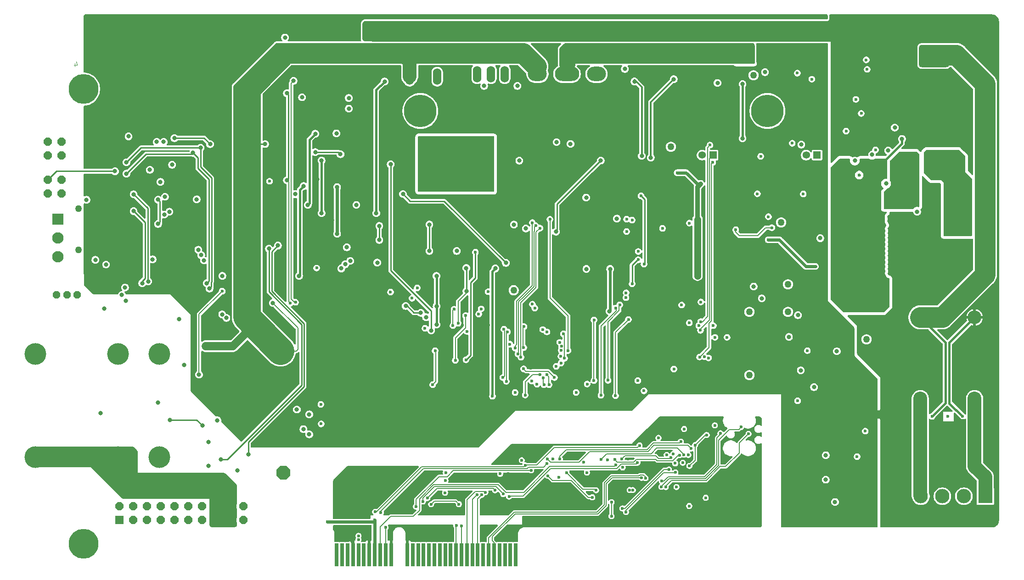
<source format=gbr>
%TF.GenerationSoftware,KiCad,Pcbnew,9.0.5-9.0.5~ubuntu24.04.1*%
%TF.CreationDate,2025-10-22T17:54:57+02:00*%
%TF.ProjectId,EEZ DIB DCP405plus,45455a20-4449-4422-9044-435034303570,r4B2*%
%TF.SameCoordinates,Original*%
%TF.FileFunction,Copper,L4,Bot*%
%TF.FilePolarity,Positive*%
%FSLAX46Y46*%
G04 Gerber Fmt 4.6, Leading zero omitted, Abs format (unit mm)*
G04 Created by KiCad (PCBNEW 9.0.5-9.0.5~ubuntu24.04.1) date 2025-10-22 17:54:57*
%MOMM*%
%LPD*%
G01*
G04 APERTURE LIST*
G04 Aperture macros list*
%AMOutline5P*
0 Free polygon, 5 corners , with rotation*
0 The origin of the aperture is its center*
0 number of corners: always 5*
0 $1 to $10 corner X, Y*
0 $11 Rotation angle, in degrees counterclockwise*
0 create outline with 5 corners*
4,1,5,$1,$2,$3,$4,$5,$6,$7,$8,$9,$10,$1,$2,$11*%
%AMOutline6P*
0 Free polygon, 6 corners , with rotation*
0 The origin of the aperture is its center*
0 number of corners: always 6*
0 $1 to $12 corner X, Y*
0 $13 Rotation angle, in degrees counterclockwise*
0 create outline with 6 corners*
4,1,6,$1,$2,$3,$4,$5,$6,$7,$8,$9,$10,$11,$12,$1,$2,$13*%
%AMOutline7P*
0 Free polygon, 7 corners , with rotation*
0 The origin of the aperture is its center*
0 number of corners: always 7*
0 $1 to $14 corner X, Y*
0 $15 Rotation angle, in degrees counterclockwise*
0 create outline with 7 corners*
4,1,7,$1,$2,$3,$4,$5,$6,$7,$8,$9,$10,$11,$12,$13,$14,$1,$2,$15*%
%AMOutline8P*
0 Free polygon, 8 corners , with rotation*
0 The origin of the aperture is its center*
0 number of corners: always 8*
0 $1 to $16 corner X, Y*
0 $17 Rotation angle, in degrees counterclockwise*
0 create outline with 8 corners*
4,1,8,$1,$2,$3,$4,$5,$6,$7,$8,$9,$10,$11,$12,$13,$14,$15,$16,$1,$2,$17*%
G04 Aperture macros list end*
%ADD10C,0.101600*%
%TA.AperFunction,NonConductor*%
%ADD11C,0.101600*%
%TD*%
%TA.AperFunction,EtchedComponent*%
%ADD12C,0.000000*%
%TD*%
%TA.AperFunction,ComponentPad*%
%ADD13O,1.524000X3.048000*%
%TD*%
%TA.AperFunction,ComponentPad*%
%ADD14C,1.270000*%
%TD*%
%TA.AperFunction,ComponentPad*%
%ADD15O,3.500000X2.640000*%
%TD*%
%TA.AperFunction,ComponentPad*%
%ADD16O,4.500000X2.640000*%
%TD*%
%TA.AperFunction,ComponentPad*%
%ADD17R,1.500000X1.500000*%
%TD*%
%TA.AperFunction,ComponentPad*%
%ADD18Outline8P,-0.750000X0.310660X-0.310660X0.750000X0.310660X0.750000X0.750000X0.310660X0.750000X-0.310660X0.310660X-0.750000X-0.310660X-0.750000X-0.750000X-0.310660X180.000000*%
%TD*%
%TA.AperFunction,ComponentPad*%
%ADD19R,2.100000X2.100000*%
%TD*%
%TA.AperFunction,ComponentPad*%
%ADD20C,2.100000*%
%TD*%
%TA.AperFunction,ConnectorPad*%
%ADD21R,0.700000X4.200000*%
%TD*%
%TA.AperFunction,ComponentPad*%
%ADD22Outline8P,-0.675000X0.279594X-0.279594X0.675000X0.279594X0.675000X0.675000X0.279594X0.675000X-0.279594X0.279594X-0.675000X-0.279594X-0.675000X-0.675000X-0.279594X180.000000*%
%TD*%
%TA.AperFunction,ComponentPad*%
%ADD23C,5.500000*%
%TD*%
%TA.AperFunction,ComponentPad*%
%ADD24R,2.640000X2.640000*%
%TD*%
%TA.AperFunction,ComponentPad*%
%ADD25C,2.640000*%
%TD*%
%TA.AperFunction,ComponentPad*%
%ADD26Outline8P,-0.750000X0.310660X-0.310660X0.750000X0.310660X0.750000X0.750000X0.310660X0.750000X-0.310660X0.310660X-0.750000X-0.310660X-0.750000X-0.750000X-0.310660X0.000000*%
%TD*%
%TA.AperFunction,ComponentPad*%
%ADD27R,1.358000X1.358000*%
%TD*%
%TA.AperFunction,ComponentPad*%
%ADD28C,1.358000*%
%TD*%
%TA.AperFunction,ComponentPad*%
%ADD29Outline8P,-1.270000X0.526051X-0.526051X1.270000X0.526051X1.270000X1.270000X0.526051X1.270000X-0.526051X0.526051X-1.270000X-0.526051X-1.270000X-1.270000X-0.526051X0.000000*%
%TD*%
%TA.AperFunction,ComponentPad*%
%ADD30C,2.540000*%
%TD*%
%TA.AperFunction,ComponentPad*%
%ADD31C,4.000000*%
%TD*%
%TA.AperFunction,ComponentPad*%
%ADD32C,6.000000*%
%TD*%
%TA.AperFunction,SMDPad,CuDef*%
%ADD33C,1.500000*%
%TD*%
%TA.AperFunction,ViaPad*%
%ADD34C,0.600000*%
%TD*%
%TA.AperFunction,ViaPad*%
%ADD35C,0.806400*%
%TD*%
%TA.AperFunction,Conductor*%
%ADD36C,0.609600*%
%TD*%
%TA.AperFunction,Conductor*%
%ADD37C,0.203200*%
%TD*%
%TA.AperFunction,Conductor*%
%ADD38C,2.540000*%
%TD*%
%TA.AperFunction,Conductor*%
%ADD39C,3.810000*%
%TD*%
%TA.AperFunction,Conductor*%
%ADD40C,0.254000*%
%TD*%
%TA.AperFunction,Conductor*%
%ADD41C,5.080000*%
%TD*%
%TA.AperFunction,Conductor*%
%ADD42C,1.524000*%
%TD*%
%TA.AperFunction,Conductor*%
%ADD43C,0.406400*%
%TD*%
%TA.AperFunction,Conductor*%
%ADD44C,1.270000*%
%TD*%
%TA.AperFunction,Conductor*%
%ADD45C,0.812800*%
%TD*%
%TA.AperFunction,Conductor*%
%ADD46C,0.304800*%
%TD*%
%TA.AperFunction,Conductor*%
%ADD47C,0.508000*%
%TD*%
%TA.AperFunction,Conductor*%
%ADD48C,0.990600*%
%TD*%
%TA.AperFunction,Conductor*%
%ADD49C,1.143000*%
%TD*%
%TA.AperFunction,Conductor*%
%ADD50C,0.177800*%
%TD*%
G04 APERTURE END LIST*
D10*
D11*
X67904178Y-58245660D02*
X67904178Y-58855260D01*
X68121892Y-57897318D02*
X68339606Y-58550460D01*
X68339606Y-58550460D02*
X67773549Y-58550460D01*
D12*
%TA.AperFunction,EtchedComponent*%
%TO.C,NT2*%
G36*
X217255600Y-123863800D02*
G01*
X215255600Y-123863800D01*
X215255600Y-122363800D01*
X217255600Y-122363800D01*
X217255600Y-123863800D01*
G37*
%TD.AperFunction*%
%TD*%
D13*
%TO.P,R78,1,1*%
%TO.N,Net-(Q17-S)*%
X134726100Y-60697500D03*
%TO.P,R78,2,2*%
%TO.N,POST_OUT+*%
X129646100Y-60697500D03*
%TD*%
D14*
%TO.P,TP2,1,P$1*%
%TO.N,+VREF*%
X148818600Y-100152200D03*
%TD*%
%TO.P,TP10,1,P$1*%
%TO.N,PREG_OUT+*%
X193040000Y-60452000D03*
%TD*%
%TO.P,TP3,1,P$1*%
%TO.N,-9V*%
X199390000Y-99060000D03*
%TD*%
%TO.P,TP5,1,P$1*%
%TO.N,Net-(IC13-Vout)*%
X192278000Y-104140000D03*
%TD*%
D15*
%TO.P,Q14,1,G*%
%TO.N,Net-(Q14-G)*%
X164098000Y-60212900D03*
D16*
%TO.P,Q14,2,D*%
%TO.N,PREG_OUT+*%
X158648000Y-60212900D03*
D15*
%TO.P,Q14,3,S*%
%TO.N,POST_OUT+*%
X153198000Y-60212900D03*
%TD*%
D14*
%TO.P,TP8,1,P$1*%
%TO.N,GND*%
X213868000Y-115824000D03*
%TD*%
D17*
%TO.P,X5,1,IN+*%
%TO.N,/Rsense protection\u002C power output\u002C Rprog/OUTC+*%
X76140000Y-142540000D03*
D18*
%TO.P,X5,2,IN+*%
X76140000Y-140000000D03*
%TO.P,X5,3,IN+*%
X78680000Y-142540000D03*
%TO.P,X5,4,IN+*%
X78680000Y-140000000D03*
%TO.P,X5,5,IN+*%
X81220000Y-142540000D03*
%TO.P,X5,6,OUT+*%
%TO.N,Net-(F1-Pad2)*%
X81220000Y-140000000D03*
%TO.P,X5,7,OUT+*%
X83760000Y-142540000D03*
%TO.P,X5,8,OUT+*%
X83760000Y-140000000D03*
%TO.P,X5,9,OUT+*%
X86300000Y-142540000D03*
%TO.P,X5,10,OUT+*%
X86300000Y-140000000D03*
%TO.P,X5,11,OUT-*%
%TO.N,POST_OUT-*%
X88840000Y-142540000D03*
%TO.P,X5,12,OUT-*%
X88840000Y-140000000D03*
%TO.P,X5,13,OUT-*%
X91380000Y-142540000D03*
%TO.P,X5,14,OUT-*%
X91380000Y-140000000D03*
%TO.P,X5,15,IN-*%
%TO.N,/Rsense protection\u002C power output\u002C Rprog/OUTC-*%
X93920000Y-142540000D03*
%TO.P,X5,16,IN-*%
X93920000Y-140000000D03*
%TO.P,X5,17,IN-*%
X96460000Y-142540000D03*
%TO.P,X5,18,IN-*%
X96460000Y-140000000D03*
%TO.P,X5,19,SENSE-*%
%TO.N,/Rsense protection\u002C power output\u002C Rprog/SENSE_IN-*%
X99000000Y-142540000D03*
%TO.P,X5,20,SENSE+*%
%TO.N,/Rsense protection\u002C power output\u002C Rprog/SENSE_IN+*%
X99000000Y-140000000D03*
%TD*%
D19*
%TO.P,X4,1,Pin_1*%
%TO.N,Net-(TP11-P$1)*%
X64800000Y-87000000D03*
D20*
%TO.P,X4,2,Pin_2*%
%TO.N,Net-(TP12-P$1)*%
X64800000Y-90500000D03*
%TO.P,X4,3,Pin_3*%
%TO.N,PE*%
X64800000Y-94000000D03*
%TD*%
D21*
%TO.P,X1,A1,+12V*%
%TO.N,unconnected-(X1-+12V-PadA1)*%
X116200000Y-149000000D03*
%TO.P,X1,A2,+12V*%
%TO.N,unconnected-(X1-+12V-PadA2)*%
X117200000Y-149000000D03*
%TO.P,X1,A3,+12V*%
%TO.N,unconnected-(X1-+12V-PadA3)*%
X118200000Y-149000000D03*
%TO.P,X1,A4,GND*%
%TO.N,DIB_GND*%
X119200000Y-149000000D03*
%TO.P,X1,A5,+5V*%
%TO.N,unconnected-(X1-+5V-PadA5)*%
X120200000Y-149000000D03*
%TO.P,X1,A6,+5V*%
%TO.N,unconnected-(X1-+5V-PadA6)*%
X121200000Y-149000000D03*
%TO.P,X1,A7,GND*%
%TO.N,DIB_GND*%
X122200000Y-149000000D03*
%TO.P,X1,A8,PE*%
%TO.N,PE*%
X123200000Y-149000000D03*
%TO.P,X1,A9,~{SMBUS_ALERT}*%
%TO.N,/DIB isolators\u002C EEPROM\u002C ADC\u002C MCU/~{DIB_ALERT}*%
X124200000Y-149000000D03*
%TO.P,X1,A10,SCL/SMBCLK*%
%TO.N,/DIB isolators\u002C EEPROM\u002C ADC\u002C MCU/DIB_SCL*%
X125200000Y-149000000D03*
%TO.P,X1,A11,GND*%
%TO.N,DIB_GND*%
X126200000Y-149000000D03*
%TO.P,X1,A12,GND*%
X129197300Y-149000000D03*
%TO.P,X1,A13,QSPI_CLK*%
%TO.N,unconnected-(X1-QSPI_CLK-PadA13)*%
X130197300Y-149000000D03*
%TO.P,X1,A14,QSPI_IO0*%
%TO.N,unconnected-(X1-QSPI_IO0-PadA14)*%
X131197300Y-149000000D03*
%TO.P,X1,A15,QSPI_IO1*%
%TO.N,unconnected-(X1-QSPI_IO1-PadA15)*%
X132197300Y-149000000D03*
%TO.P,X1,A16,QSPI_IO2*%
%TO.N,unconnected-(X1-QSPI_IO2-PadA16)*%
X133197300Y-149000000D03*
%TO.P,X1,A17,QSPI_IO3*%
%TO.N,unconnected-(X1-QSPI_IO3-PadA17)*%
X134197300Y-149000000D03*
%TO.P,X1,A18,QSPI_NCS*%
%TO.N,unconnected-(X1-QSPI_NCS-PadA18)*%
X135197300Y-149000000D03*
%TO.P,X1,A19,RSVD1*%
%TO.N,unconnected-(X1-RSVD1-PadA19)*%
X136197300Y-149000000D03*
%TO.P,X1,A20,RSVD2*%
%TO.N,unconnected-(X1-RSVD2-PadA20)*%
X137197300Y-149000000D03*
%TO.P,X1,A21,SCLK*%
%TO.N,/DIB isolators\u002C EEPROM\u002C ADC\u002C MCU/DIB_SCLK*%
X138197300Y-149000000D03*
%TO.P,X1,A22,MOSI*%
%TO.N,/DIB isolators\u002C EEPROM\u002C ADC\u002C MCU/DIB_MOSI*%
X139197300Y-149000000D03*
%TO.P,X1,A23,MISO*%
%TO.N,/DIB isolators\u002C EEPROM\u002C ADC\u002C MCU/DIB_MISO*%
X140197300Y-149000000D03*
%TO.P,X1,A24,~{IRQ}*%
%TO.N,/DIB isolators\u002C EEPROM\u002C ADC\u002C MCU/DIB_IRQ*%
X141197300Y-149000000D03*
%TO.P,X1,A25,~{CSA}*%
%TO.N,/DIB isolators\u002C EEPROM\u002C ADC\u002C MCU/DIB_CSA*%
X142197300Y-149000000D03*
%TO.P,X1,A26,~{CSB}*%
%TO.N,unconnected-(X1-~{CSB}-PadA26)*%
X143197300Y-149000000D03*
%TO.P,X1,A27,HSD+*%
%TO.N,/DIB isolators\u002C EEPROM\u002C ADC\u002C MCU/DIB_USB_D+*%
X144197300Y-149000000D03*
%TO.P,X1,A28,HSD-*%
%TO.N,/DIB isolators\u002C EEPROM\u002C ADC\u002C MCU/DIB_USB_D-*%
X145197300Y-149000000D03*
%TO.P,X1,A29,SSTX+*%
%TO.N,unconnected-(X1-SSTX+-PadA29)*%
X146197300Y-149000000D03*
%TO.P,X1,A30,SSTX-*%
%TO.N,unconnected-(X1-SSTX--PadA30)*%
X147197300Y-149000000D03*
%TO.P,X1,A31,SSRX+*%
%TO.N,unconnected-(X1-SSRX+-PadA31)*%
X148197300Y-149000000D03*
%TO.P,X1,A32,SSRX-*%
%TO.N,unconnected-(X1-SSRX--PadA32)*%
X149197300Y-149000000D03*
%TD*%
D14*
%TO.P,TP11,1,P$1*%
%TO.N,Net-(TP11-P$1)*%
X68580000Y-85090000D03*
%TD*%
%TO.P,TP4,1,P$1*%
%TO.N,+VNR*%
X192278000Y-115824000D03*
%TD*%
%TO.P,TP6,1,P$1*%
%TO.N,Net-(IC12-Vout)*%
X199390000Y-104140000D03*
%TD*%
D13*
%TO.P,Q17,1,G*%
%TO.N,Net-(Q17-G)*%
X147172100Y-60240300D03*
%TO.P,Q17,2,D*%
%TO.N,PREG_OUT-*%
X144632100Y-60240300D03*
%TO.P,Q17,3,S*%
%TO.N,Net-(Q17-S)*%
X142092100Y-60240300D03*
%TD*%
D22*
%TO.P,LED1,CC,C*%
%TO.N,Net-(LED1-C)*%
X66445000Y-101000000D03*
%TO.P,LED1,GREEN,AG*%
%TO.N,Net-(LED1-AG)*%
X68350000Y-101000000D03*
%TO.P,LED1,RED,AR*%
%TO.N,Net-(LED1-AR)*%
X64540000Y-101000000D03*
%TD*%
D23*
%TO.P,KK1,*%
%TO.N,*%
X69500000Y-63000000D03*
%TD*%
D24*
%TO.P,X3,1,Pin_1*%
%TO.N,/Power pre-regulator/DC-*%
X235781000Y-138176000D03*
D25*
%TO.P,X3,2,Pin_2*%
%TO.N,unconnected-(X3-Pin_2-Pad2)*%
X231821000Y-138176000D03*
%TO.P,X3,3,Pin_3*%
%TO.N,unconnected-(X3-Pin_3-Pad3)*%
X227861000Y-138176000D03*
%TO.P,X3,4,Pin_4*%
%TO.N,/Power pre-regulator/DC+*%
X223901000Y-138176000D03*
%TD*%
D14*
%TO.P,TP7,1,P$1*%
%TO.N,+3V3*%
X198120000Y-87630000D03*
%TD*%
%TO.P,TP1,1,P$1*%
%TO.N,POST_OE*%
X177800000Y-73660000D03*
%TD*%
D26*
%TO.P,LED3,BA,A*%
%TO.N,+VLED*%
X62930000Y-72730000D03*
%TO.P,LED3,BC,C*%
%TO.N,Net-(LED3B-C)*%
X62930000Y-75270000D03*
%TO.P,LED3,TA,A*%
%TO.N,+VLED*%
X65470000Y-72730000D03*
%TO.P,LED3,TC,C*%
%TO.N,Net-(LED3A-C)*%
X65470000Y-75270000D03*
%TD*%
D27*
%TO.P,JP4,1,1*%
%TO.N,OE_TRIG*%
X185565800Y-75184000D03*
D28*
%TO.P,JP4,2,2*%
%TO.N,+3V3*%
X183565800Y-75184000D03*
%TD*%
D23*
%TO.P,KK2,*%
%TO.N,*%
X69500000Y-147000000D03*
%TD*%
D29*
%TO.P,F1,1,1*%
%TO.N,POST_OUT+*%
X106362500Y-111360000D03*
%TO.P,F1,2,2*%
%TO.N,Net-(F1-Pad2)*%
X106362500Y-133860000D03*
%TD*%
D14*
%TO.P,TP12,1,P$1*%
%TO.N,Net-(TP12-P$1)*%
X68580000Y-92710000D03*
%TD*%
D30*
%TO.P,L1,1,1*%
%TO.N,/Power pre-regulator/DC+*%
X223803200Y-120149000D03*
%TO.P,L1,2,2*%
%TO.N,DC_OUT*%
X223803200Y-105149000D03*
%TO.P,L1,3,1*%
%TO.N,/Power pre-regulator/DC-*%
X233803200Y-120149000D03*
%TO.P,L1,4,2*%
%TO.N,PREG_OUT-*%
X233803200Y-105149000D03*
%TD*%
D31*
%TO.P,J1,1,Pin_1*%
%TO.N,/Rsense protection\u002C power output\u002C Rprog/OUTC+*%
X75900000Y-111950000D03*
X60600000Y-111950000D03*
%TO.P,J1,2,Pin_2*%
%TO.N,/Rsense protection\u002C power output\u002C Rprog/SENSE_IN+*%
X83500000Y-111950000D03*
%TD*%
D26*
%TO.P,LED2,BA,A*%
%TO.N,Net-(LED2B-A)*%
X62930000Y-79730000D03*
%TO.P,LED2,BC,C*%
%TO.N,Net-(LED2B-C)*%
X62930000Y-82270000D03*
%TO.P,LED2,TA,A*%
%TO.N,+VLED*%
X65470000Y-79730000D03*
%TO.P,LED2,TC,C*%
%TO.N,Net-(LED2A-C)*%
X65470000Y-82270000D03*
%TD*%
D27*
%TO.P,JP7,1,1*%
%TO.N,DC_OUT*%
X204758800Y-75184000D03*
D28*
%TO.P,JP7,2,2*%
%TO.N,Net-(JP7-Pad2)*%
X202758800Y-75184000D03*
%TD*%
D14*
%TO.P,TP9,1,P$1*%
%TO.N,DC_OUT*%
X213868000Y-109220000D03*
%TD*%
D32*
%TO.P,KK3,1,1*%
%TO.N,unconnected-(KK3-Pad1)*%
X195604800Y-67047000D03*
%TO.P,KK3,2,2*%
%TO.N,unconnected-(KK3-Pad2)*%
X131604800Y-67047000D03*
%TD*%
D31*
%TO.P,J2,1,Pin_1*%
%TO.N,/Rsense protection\u002C power output\u002C Rprog/OUTC-*%
X75900000Y-131000000D03*
X60600000Y-131000000D03*
%TO.P,J2,2,Pin_2*%
%TO.N,/Rsense protection\u002C power output\u002C Rprog/SENSE_IN-*%
X83500000Y-131000000D03*
%TD*%
D33*
%TO.P,NT2,1,1*%
%TO.N,PREG_OUT-*%
X217255600Y-123113800D03*
%TO.P,NT2,2,2*%
%TO.N,GND*%
X215255600Y-123113800D03*
%TD*%
D34*
%TO.N,PE*%
X123190000Y-142550000D03*
X228850200Y-123451000D03*
D35*
X72629500Y-122872500D03*
D34*
X114510000Y-142940000D03*
%TO.N,PWRGOOD*%
X212132600Y-130865000D03*
X150655986Y-110734477D03*
X150723600Y-106857800D03*
X193751200Y-82321400D03*
X181203600Y-106146600D03*
X185928000Y-108839000D03*
X188163200Y-108839000D03*
D35*
%TO.N,PREG_OUT+*%
X192701600Y-55871500D03*
X191050600Y-57840000D03*
X192701600Y-57840000D03*
X190225100Y-54919000D03*
X191876100Y-54919000D03*
X191876100Y-55871500D03*
X191050600Y-55871500D03*
X190225100Y-56887500D03*
X192701600Y-56887500D03*
X190225100Y-55871500D03*
X191876100Y-56887500D03*
X190225100Y-57840000D03*
X191050600Y-56887500D03*
X192701600Y-54919000D03*
X191050600Y-54919000D03*
X191876100Y-57840000D03*
D34*
%TO.N,GND*%
X139344400Y-106578400D03*
D35*
X142539135Y-122038433D03*
X195697000Y-111932800D03*
X84292500Y-75989000D03*
X210164100Y-132960500D03*
X70612000Y-81026000D03*
D34*
X196342000Y-74777600D03*
D35*
X142862300Y-113593300D03*
D34*
X189230000Y-97510600D03*
D35*
X112470278Y-81257563D03*
X205028800Y-107238800D03*
X85982900Y-92903400D03*
X86445300Y-86423500D03*
X209362200Y-113331800D03*
X195697000Y-109583300D03*
X164579300Y-94691200D03*
X201845600Y-126039000D03*
D34*
X150583900Y-116001800D03*
D35*
X181254000Y-74246400D03*
X92928500Y-76624000D03*
X132402000Y-116793400D03*
X201083600Y-126039000D03*
D34*
X153225500Y-112877600D03*
D35*
X143108100Y-95419300D03*
X162356800Y-99923600D03*
X130478100Y-106277800D03*
X201803000Y-117983000D03*
D34*
X181254000Y-77738900D03*
D35*
X123048600Y-59681500D03*
D34*
X151955500Y-114515900D03*
D35*
X198110000Y-113139300D03*
X112609869Y-79612925D03*
D34*
X161074100Y-116840000D03*
D35*
X198110000Y-109583300D03*
D34*
X181510000Y-92190000D03*
D35*
X204177500Y-116600900D03*
D34*
X169976800Y-119634000D03*
X154863800Y-111150400D03*
X154863800Y-112826800D03*
D35*
X127812800Y-121202800D03*
D34*
X183860000Y-92160000D03*
D35*
X195697000Y-113075800D03*
D34*
X166268000Y-87073400D03*
D35*
X143078200Y-117627400D03*
X147153200Y-88154900D03*
D34*
X142000107Y-98672400D03*
D35*
X105791000Y-81335000D03*
D34*
X119214500Y-124601900D03*
D35*
X198120000Y-107061000D03*
X136140700Y-116448300D03*
X115301600Y-87202400D03*
X119278000Y-76913400D03*
X90083700Y-94581800D03*
X121524600Y-81627100D03*
D34*
X172300500Y-101551400D03*
X153225500Y-111163100D03*
D35*
X154703200Y-103966400D03*
X164977500Y-99953200D03*
X207284300Y-113331800D03*
X173056152Y-59323900D03*
X73304400Y-103555800D03*
D34*
X149017900Y-117462300D03*
X143916000Y-98693900D03*
D35*
X210926100Y-133722500D03*
X137552000Y-102010600D03*
X109458600Y-60000000D03*
D34*
X202907500Y-84531200D03*
D35*
X121080100Y-60126000D03*
X210164100Y-133722500D03*
X87467500Y-70591500D03*
D34*
X148209000Y-114147600D03*
D35*
X77747500Y-84214400D03*
X110285100Y-69143000D03*
X89471500Y-79629000D03*
X198110000Y-110726300D03*
D34*
X191171300Y-89350100D03*
D35*
X75847000Y-92880000D03*
D34*
X205384000Y-85166200D03*
D35*
X200321600Y-126039000D03*
X215493600Y-123901200D03*
X110271400Y-53459500D03*
X77851000Y-81026000D03*
X215493600Y-123088400D03*
X83248500Y-120904000D03*
X130541600Y-103090100D03*
X196265800Y-107289600D03*
X135466400Y-123503300D03*
X198110000Y-111932800D03*
X110348600Y-67238000D03*
X195697000Y-110726300D03*
X208749500Y-117934400D03*
X137101400Y-120829800D03*
X215493600Y-122288300D03*
D34*
X145973800Y-101828600D03*
D35*
X184198500Y-60547450D03*
D34*
X191158600Y-87534000D03*
D35*
X206933800Y-105232200D03*
D34*
X196138800Y-92735400D03*
D35*
X77815500Y-73385500D03*
D34*
X144179200Y-106578400D03*
D35*
X79886900Y-96205400D03*
D34*
X158623000Y-119659400D03*
D35*
X210926100Y-132960500D03*
%TO.N,POST_OUT+*%
X92798900Y-110439200D03*
X104423900Y-102489000D03*
X146219600Y-55236500D03*
D34*
X194360800Y-75412600D03*
X129755500Y-56593400D03*
D35*
X195152700Y-59872000D03*
X88074500Y-113919000D03*
X93624400Y-110439200D03*
X91973400Y-110439200D03*
D34*
X129057000Y-56593400D03*
D35*
X169316000Y-59265400D03*
X102988800Y-73143500D03*
X92583000Y-128143000D03*
D34*
X128358500Y-56593400D03*
D35*
%TO.N,I_MON*%
X108516000Y-82401800D03*
X147383500Y-95097600D03*
X128401500Y-82363700D03*
X116127100Y-71175000D03*
%TO.N,SENSE-*%
X99885500Y-130429000D03*
X123659500Y-95025600D03*
X105346500Y-91884500D03*
%TO.N,SENSE+*%
X124040500Y-88256500D03*
X103695500Y-92456000D03*
X94805500Y-131381500D03*
X124040500Y-90860000D03*
D34*
%TO.N,U_MON*%
X140022400Y-112979200D03*
X141757000Y-93115600D03*
X171792500Y-92978900D03*
D35*
%TO.N,I_SET*%
X91698500Y-94644600D03*
D34*
X132461000Y-107162600D03*
D35*
X85835400Y-76966900D03*
D34*
X169519600Y-101523800D03*
D35*
X84286000Y-72750500D03*
D34*
X142367000Y-104546400D03*
D35*
X117035000Y-96117800D03*
%TO.N,POST_OE*%
X159300600Y-73118100D03*
D34*
%TO.N,U_SET_OUT*%
X137820000Y-103646900D03*
X137617200Y-106654600D03*
D35*
%TO.N,GCOM*%
X116260300Y-89704300D03*
X109791500Y-64507500D03*
X83689100Y-80129200D03*
X138320200Y-92892000D03*
X116260300Y-81081000D03*
D34*
%TO.N,+VREF*%
X138582400Y-106248200D03*
D35*
X140088200Y-100326700D03*
X140081000Y-96037400D03*
X118063700Y-92218900D03*
%TO.N,CURR_HI*%
X106997500Y-63754000D03*
D34*
X107619800Y-102514400D03*
D35*
X107004700Y-79823320D03*
D34*
X157637201Y-110450855D03*
X103809800Y-80010000D03*
D35*
X106652900Y-53471200D03*
D34*
%TO.N,OE_TRIG*%
X183261000Y-107543600D03*
%TO.N,CV_ACTIVE*%
X170649500Y-87200400D03*
X149593300Y-111887000D03*
X152882600Y-88226900D03*
%TO.N,CC_ACTIVE*%
X169633500Y-87009900D03*
X149072600Y-110807500D03*
X152260300Y-87655400D03*
D35*
%TO.N,/Power pre-regulator/SW*%
X220347588Y-79939282D03*
X221173088Y-79939282D03*
X221173088Y-79113782D03*
X218696588Y-79113782D03*
X219522088Y-79939282D03*
X221998588Y-79113782D03*
X218696588Y-79939282D03*
X221998588Y-79939282D03*
X220347588Y-79113782D03*
X219522088Y-79113782D03*
%TO.N,AUX_USET_SW*%
X95072200Y-104597200D03*
D34*
X157543500Y-113599203D03*
%TO.N,RSENSE*%
X157581600Y-111201200D03*
D35*
X87147400Y-105460800D03*
D34*
%TO.N,RSENSE_ERR*%
X148124000Y-110101200D03*
D35*
X73661000Y-95402400D03*
%TO.N,U_SET*%
X117750165Y-95337600D03*
D34*
X138053901Y-113085701D03*
D35*
X128909500Y-103052000D03*
X91203200Y-93654000D03*
D34*
X142836500Y-103583400D03*
X169545000Y-100609400D03*
X139928598Y-104817300D03*
D35*
X131690800Y-104309300D03*
D34*
%TO.N,/Power pre-regulator/VCC*%
X210108800Y-70764400D03*
D35*
X205333600Y-90530600D03*
D34*
X215521588Y-74224282D03*
D35*
X211711588Y-76192782D03*
D34*
%TO.N,/Power pre-regulator/FB*%
X212900488Y-67490782D03*
X203796500Y-61165400D03*
%TO.N,/Power pre-regulator/AGND*%
X213995000Y-59359800D03*
X211912200Y-64897000D03*
%TO.N,+3V3*%
X182714500Y-89760000D03*
X176260000Y-88710000D03*
D35*
X110083600Y-80899000D03*
X182714500Y-97487400D03*
D34*
X183286400Y-80492600D03*
X202209000Y-82372200D03*
X178962100Y-78437400D03*
D35*
X95102100Y-97487400D03*
X109245000Y-97487400D03*
X134599100Y-103090100D03*
D34*
X160337500Y-119011700D03*
X182720000Y-87630000D03*
X149085300Y-119024400D03*
X152146000Y-116916200D03*
D35*
X134611800Y-106481000D03*
D34*
X182720000Y-87070000D03*
X169633500Y-89295900D03*
D35*
X71687175Y-94525789D03*
D34*
X144106500Y-100421400D03*
D35*
X134581500Y-97487400D03*
D34*
%TO.N,~{OVP_FAULT}*%
X153678421Y-88675300D03*
X133883400Y-117576600D03*
X150152100Y-112522000D03*
X181215900Y-87750000D03*
X134327900Y-111311600D03*
%TO.N,ISO_OE_SYNC*%
X185521600Y-76530200D03*
X183095900Y-112483900D03*
X153111200Y-117500400D03*
D35*
%TO.N,/Power pre-regulator/EN_ULVO*%
X219077588Y-70096782D03*
X201853800Y-73253600D03*
%TO.N,Net-(K1A-C2)*%
X91440000Y-125158500D03*
X77266800Y-102108000D03*
X70040500Y-83439000D03*
X85471000Y-124079000D03*
%TO.N,/Power pre-regulator/HO*%
X217871088Y-74351282D03*
X217490088Y-80447282D03*
%TO.N,/Power pre-regulator/LO*%
X223205088Y-85654282D03*
X214886588Y-75113282D03*
%TO.N,/Rsense protection\u002C power output\u002C Rprog/AUX_OUT*%
X118686000Y-94720800D03*
X90669800Y-92676100D03*
%TO.N,/Rsense protection\u002C power output\u002C Rprog/SENSE_IN+*%
X92519500Y-132588000D03*
%TO.N,/Rsense protection\u002C power output\u002C Rprog/SENSE_IN-*%
X97917000Y-133413500D03*
%TO.N,DC_OUT*%
X212854588Y-95369782D03*
D34*
X223936200Y-56741800D03*
D35*
X210965200Y-81209282D03*
X191012500Y-72076700D03*
X220411088Y-72192282D03*
X210965200Y-83685782D03*
X214061088Y-86606782D03*
X210965200Y-82860282D03*
X212854588Y-88765782D03*
X213934088Y-103053282D03*
X210965200Y-80383782D03*
X212854588Y-94544282D03*
X210965200Y-84511282D03*
D34*
X223936200Y-57961000D03*
X223936200Y-56132200D03*
D35*
X210965200Y-86162282D03*
X209252400Y-82860282D03*
D34*
X223936200Y-58570600D03*
D35*
X209252400Y-83685782D03*
D34*
X225958400Y-123444000D03*
D35*
X212854588Y-96195282D03*
X210965200Y-85336782D03*
X209252400Y-85336782D03*
D34*
X223936200Y-57351400D03*
X224545800Y-56132200D03*
D35*
X209252400Y-84511282D03*
X212854588Y-90416782D03*
X208068600Y-139247000D03*
X213045088Y-100894282D03*
X209252400Y-82034782D03*
X212854588Y-93718782D03*
X213934088Y-100894282D03*
X213045088Y-103053282D03*
D34*
X224545800Y-57351400D03*
X224545800Y-56741800D03*
D35*
X212854588Y-92893282D03*
X209252400Y-81209282D03*
X214061088Y-87368782D03*
X210965200Y-82034782D03*
X209252400Y-86162282D03*
X212854588Y-97020782D03*
X209252400Y-80383782D03*
X212854588Y-89591282D03*
D34*
X224545800Y-57961000D03*
X224545800Y-58570600D03*
D35*
X212854588Y-91242282D03*
X212854588Y-92067782D03*
X191012500Y-62081800D03*
%TO.N,+VNR*%
X199570500Y-108757800D03*
X201752200Y-114935000D03*
D34*
X204444600Y-95732600D03*
D35*
X201218800Y-104749600D03*
D34*
X195757800Y-90830400D03*
%TO.N,AUX_ISET_SW*%
X156654500Y-114185700D03*
D35*
X95852400Y-105257600D03*
%TO.N,I_SERVO*%
X116882600Y-75010400D03*
X112229500Y-74627400D03*
%TO.N,LOOP_CTRL*%
X151058300Y-88726400D03*
X164863200Y-76191500D03*
X156632546Y-89315956D03*
%TO.N,SENSE_PROT*%
X162183500Y-83027600D03*
X178332998Y-61165400D03*
X174096100Y-75632700D03*
X90376766Y-83352136D03*
D34*
%TO.N,CURR_LO*%
X157314900Y-109766100D03*
X108610574Y-102370800D03*
D35*
X108229000Y-61482902D03*
%TO.N,CV_LED_OUT*%
X80329726Y-98849067D03*
D34*
X157522063Y-112328025D03*
D35*
X78740000Y-85534500D03*
%TO.N,CC_LED_OUT*%
X81434022Y-98491651D03*
D34*
X157988000Y-108191300D03*
D35*
X78740000Y-82423000D03*
D34*
X158191200Y-112712500D03*
D35*
%TO.N,I_SET_OUT*%
X126136003Y-76889994D03*
D34*
X140191400Y-107721400D03*
D35*
X133604000Y-107569000D03*
D34*
%TO.N,POST_OUT-*%
X95072200Y-100304600D03*
X131025500Y-99709900D03*
X170649500Y-98947900D03*
X171792500Y-94502900D03*
X126111000Y-100482400D03*
D35*
X90805000Y-115722400D03*
%TO.N,-9V*%
X204190600Y-118033800D03*
D34*
X202971400Y-111302800D03*
D35*
X149851800Y-76216900D03*
X208408250Y-111397200D03*
%TO.N,V+*%
X110850100Y-84383000D03*
X84391500Y-86169500D03*
X162221600Y-96206700D03*
D34*
X144907000Y-119710200D03*
D35*
X77809000Y-71734500D03*
X194564000Y-101650800D03*
X166458900Y-104013000D03*
X112253450Y-71238500D03*
X166603100Y-96206700D03*
X119809950Y-84383000D03*
X145440000Y-96117800D03*
D34*
X195783200Y-86563200D03*
D35*
%TO.N,V-*%
X85341550Y-85643371D03*
X125023300Y-61580150D03*
X193065000Y-99455894D03*
X148855000Y-88015200D03*
X167847700Y-86910300D03*
X123486600Y-85907000D03*
X113402800Y-85907000D03*
X113409150Y-76178800D03*
%TO.N,PREG_OUT-*%
X218188588Y-94544282D03*
X143876450Y-50855000D03*
X229384588Y-66797379D03*
X222760588Y-73525782D03*
X229384588Y-65971879D03*
X213299088Y-73081282D03*
X145400450Y-50855000D03*
X220835588Y-87366186D03*
D34*
X172300500Y-82691900D03*
D35*
X228602588Y-64191282D03*
D34*
X212519488Y-78883182D03*
D35*
X213299088Y-71430282D03*
X124001100Y-51807500D03*
X218188588Y-90416782D03*
X216789000Y-123926600D03*
X224665588Y-85146282D03*
X218188588Y-95369782D03*
X220073588Y-88064686D03*
X221236588Y-73525782D03*
X228622588Y-66797379D03*
X224475088Y-94163282D03*
D34*
X172858352Y-95324094D03*
D35*
X225300588Y-96449282D03*
X221998588Y-73525782D03*
X224665588Y-83495282D03*
X216789000Y-123090400D03*
X224665588Y-88448282D03*
X221597588Y-88064686D03*
X218188588Y-88765782D03*
X218188588Y-97020782D03*
X123175600Y-53712500D03*
X219311588Y-88064686D03*
X229384588Y-64193879D03*
X216156588Y-71112782D03*
X124001100Y-52760000D03*
X224665588Y-84320782D03*
X224475088Y-96449282D03*
X144638450Y-50855000D03*
X218125088Y-86606782D03*
X224665588Y-80256782D03*
X224665588Y-89273782D03*
X143114450Y-50855000D03*
X220073588Y-87366186D03*
X121524600Y-52760000D03*
X208709488Y-74882682D03*
X227860588Y-66797379D03*
X219311588Y-87366186D03*
X121524600Y-50918500D03*
X218188588Y-89591282D03*
X218188588Y-91242282D03*
X218188588Y-92067782D03*
X218950588Y-71430282D03*
X122350100Y-51807500D03*
X224665588Y-82669782D03*
X146162450Y-50855000D03*
X218125088Y-87368782D03*
X122350100Y-52760000D03*
X220835588Y-88064686D03*
X222359588Y-87366186D03*
X224665588Y-81844282D03*
X218188588Y-92893282D03*
X227860588Y-65971879D03*
X216156588Y-71938282D03*
X221597588Y-87366186D03*
X216982088Y-71112782D03*
X208727088Y-72636782D03*
X224665588Y-85971782D03*
X224665588Y-87622782D03*
X223522588Y-73525782D03*
X227860588Y-64193879D03*
X122350100Y-50918500D03*
X224665588Y-86797282D03*
X122350100Y-53712500D03*
X121524600Y-51807500D03*
X225300588Y-94163282D03*
X218188588Y-96195282D03*
X224665588Y-81018782D03*
X215331088Y-71938282D03*
X216789000Y-122275600D03*
D34*
X231546400Y-123444000D03*
D35*
X222359588Y-88064686D03*
X123175600Y-51807500D03*
X216982088Y-71938282D03*
X121524600Y-53712500D03*
X123175600Y-52760000D03*
X124001100Y-53712500D03*
X124001100Y-50918500D03*
X123175600Y-50918500D03*
X218188588Y-93718782D03*
X215331088Y-71112782D03*
X228622588Y-65971879D03*
D34*
%TO.N,ISO_DA_SCLK*%
X152704800Y-103441500D03*
X183331300Y-102311200D03*
X167610700Y-103441500D03*
X164909500Y-119545100D03*
%TO.N,ISO_DA_MISO*%
X167589200Y-119608600D03*
X169976800Y-105537000D03*
%TO.N,ISO_DA_MOSI*%
X166217600Y-116776500D03*
X179781200Y-102870000D03*
X168376600Y-102831900D03*
X152274382Y-102722977D03*
%TO.N,DIB_3V3*%
X136240000Y-135300000D03*
X146320000Y-134050000D03*
X136173300Y-137525679D03*
X180238400Y-125755400D03*
X161747200Y-131860200D03*
X175514000Y-127406400D03*
X185902600Y-125095000D03*
X170777650Y-137036800D03*
X184226200Y-138455400D03*
X136313300Y-133822879D03*
X181190900Y-139979400D03*
X120200000Y-146200000D03*
X120200000Y-145500000D03*
X157160000Y-134690000D03*
X170193450Y-137036800D03*
X150305376Y-131547600D03*
%TO.N,~{ISO_DAC_CS}*%
X163626800Y-105625900D03*
X163614100Y-116810700D03*
D35*
%TO.N,Net-(IC11-PH)*%
X206354100Y-130611000D03*
X206354100Y-135119500D03*
D34*
%TO.N,Net-(C47-Pad1)*%
X213639400Y-126161800D03*
X201168000Y-120548400D03*
D35*
%TO.N,Net-(IC16A--IN)*%
X118413100Y-64634500D03*
X118413100Y-66603000D03*
%TO.N,Net-(IC17B-+IN)*%
X133272100Y-88002500D03*
X133272100Y-92892000D03*
%TO.N,Net-(LED2B-A)*%
X75311000Y-78168500D03*
D34*
%TO.N,/DIB isolators\u002C EEPROM\u002C ADC\u002C MCU/DA_CLK*%
X180213000Y-130530600D03*
X164896800Y-131419600D03*
%TO.N,/DIB isolators\u002C EEPROM\u002C ADC\u002C MCU/DA_MOSI*%
X178238967Y-130404600D03*
X166116000Y-131445000D03*
%TO.N,/DIB isolators\u002C EEPROM\u002C ADC\u002C MCU/DA_MISO*%
X167436800Y-131394200D03*
X179374800Y-130606800D03*
D35*
%TO.N,Net-(LED1-AR)*%
X77152500Y-99631500D03*
X110045500Y-125785000D03*
%TO.N,Net-(LED1-AG)*%
X76581000Y-101028500D03*
X108839000Y-122165500D03*
%TO.N,Net-(C70-Pad1)*%
X230063088Y-87622782D03*
X230063088Y-84320782D03*
X230063088Y-83495282D03*
D34*
X201121700Y-60045600D03*
D35*
X230634588Y-77843782D03*
X230063088Y-85971782D03*
X230063088Y-85146282D03*
X230063088Y-81844282D03*
X230063088Y-82669782D03*
X230063088Y-86797282D03*
X230634588Y-76256282D03*
X230634588Y-75430782D03*
X230063088Y-81018782D03*
X230063088Y-88448282D03*
X230063088Y-89273782D03*
X230634588Y-77081782D03*
%TO.N,Net-(IC22A-OUT)*%
X83255419Y-87890919D03*
X83270000Y-83418500D03*
%TO.N,Net-(IC21B--IN)*%
X81746000Y-77907700D03*
X84522400Y-82870400D03*
X83016000Y-72750500D03*
%TO.N,Net-(IC20A-O)*%
X91073000Y-73847900D03*
D34*
X130073000Y-101614900D03*
D35*
X92727200Y-99826200D03*
X77406500Y-76517500D03*
%TO.N,Net-(IC20B-O)*%
X92219200Y-98835600D03*
X132656000Y-105109400D03*
X89683500Y-74769800D03*
X77406500Y-78613000D03*
%TO.N,Net-(IC20B-I0)*%
X86254500Y-72052000D03*
X92840900Y-73154900D03*
D34*
%TO.N,/DIB isolators\u002C EEPROM\u002C ADC\u002C MCU/AC_FREQ*%
X138709304Y-139639304D03*
X133596796Y-139665993D03*
%TO.N,/DIB isolators\u002C EEPROM\u002C ADC\u002C MCU/NRST*%
X181229000Y-132588000D03*
X184404000Y-126873000D03*
X182270400Y-128727200D03*
%TO.N,/DIB isolators\u002C EEPROM\u002C ADC\u002C MCU/~{ISO_ADC_CS}*%
X162369500Y-117462300D03*
X171704000Y-116814600D03*
%TO.N,/DIB isolators\u002C EEPROM\u002C ADC\u002C MCU/DIB_OE_SYNC*%
X152031700Y-133388100D03*
X130788400Y-140080000D03*
%TO.N,/DIB isolators\u002C EEPROM\u002C ADC\u002C MCU/SWCLK*%
X190740683Y-125412051D03*
X176057924Y-136432663D03*
%TO.N,/DIB isolators\u002C EEPROM\u002C ADC\u002C MCU/SWO*%
X176859001Y-136482241D03*
X192125600Y-126669800D03*
%TO.N,/DIB isolators\u002C EEPROM\u002C ADC\u002C MCU/DIB_BOOT0*%
X166852600Y-139293600D03*
X166840000Y-141851600D03*
X178841400Y-136474200D03*
%TO.N,/DIB isolators\u002C EEPROM\u002C ADC\u002C MCU/DIB_UART_TX*%
X147960000Y-138240000D03*
X171636932Y-132001600D03*
%TO.N,/DIB isolators\u002C EEPROM\u002C ADC\u002C MCU/IOEXP_MISO*%
X168910000Y-132860000D03*
X156032200Y-131292600D03*
%TO.N,/DIB isolators\u002C EEPROM\u002C ADC\u002C MCU/~{IOEXP_IRQ}*%
X179628800Y-128101000D03*
X157327600Y-131292600D03*
%TO.N,/DIB isolators\u002C EEPROM\u002C ADC\u002C MCU/IOEXP_CLK*%
X164021553Y-137067238D03*
X158572200Y-133870700D03*
%TO.N,/DIB isolators\u002C EEPROM\u002C ADC\u002C MCU/IOEXP_MOSI*%
X155067000Y-131292600D03*
X181533800Y-129362200D03*
%TO.N,/DIB isolators\u002C EEPROM\u002C ADC\u002C MCU/SWDIO*%
X176122602Y-135381002D03*
X186950493Y-126549293D03*
%TO.N,/DAC\u002C OE\u002C Vref\u002C IOEXP\u002C Temp/~{SET_DP}*%
X155498800Y-87045800D03*
X158842800Y-111277400D03*
%TO.N,/DIB isolators\u002C EEPROM\u002C ADC\u002C MCU/~{DIB_ALERT}*%
X167608225Y-132436990D03*
%TO.N,/DAC\u002C OE\u002C Vref\u002C IOEXP\u002C Temp/OE_LED_GREEN*%
X113258600Y-121225700D03*
X147015200Y-107340400D03*
X146820800Y-116255800D03*
X154180692Y-107400957D03*
%TO.N,/DIB isolators\u002C EEPROM\u002C ADC\u002C MCU/ADC_IRQ*%
X168732200Y-131292600D03*
X177825400Y-131038600D03*
%TO.N,ISO_IOEXP_SCLK*%
X184746900Y-112649000D03*
X154292288Y-116307932D03*
X154406600Y-117602000D03*
%TO.N,ISO_IOEXP_MOSI*%
X154917850Y-115732452D03*
X155346400Y-117576600D03*
%TO.N,ISO_IOEXP_MISO*%
X150647400Y-114655600D03*
X156337000Y-116268500D03*
X183972200Y-112433100D03*
%TO.N,/DIB isolators\u002C EEPROM\u002C ADC\u002C MCU/~{DIB_RESET}*%
X123260000Y-141060000D03*
X172008800Y-128803400D03*
X150970000Y-132470000D03*
%TO.N,~{ISO_RESET}*%
X178358800Y-114693700D03*
X150939500Y-119507172D03*
X153691700Y-115722500D03*
%TO.N,/DIB isolators\u002C EEPROM\u002C ADC\u002C MCU/DIB_MOSI*%
X169530000Y-141090000D03*
X139197300Y-143670000D03*
X178627519Y-133796023D03*
%TO.N,/DIB isolators\u002C EEPROM\u002C ADC\u002C MCU/DIB_CSA*%
X179994765Y-131984357D03*
X142930000Y-137920000D03*
%TO.N,/DIB isolators\u002C EEPROM\u002C ADC\u002C MCU/DIB_SCL*%
X125200000Y-143940000D03*
X145371899Y-137059644D03*
X132913317Y-138510868D03*
%TO.N,/DIB isolators\u002C EEPROM\u002C ADC\u002C MCU/DIB_SDA*%
X132101600Y-139130751D03*
X146870000Y-137770000D03*
%TO.N,/DAC\u002C OE\u002C Vref\u002C IOEXP\u002C Temp/OE_LED_RED*%
X113322100Y-124819800D03*
X147472400Y-116967000D03*
X147675600Y-107823000D03*
X154943900Y-107827800D03*
%TO.N,/DIB isolators\u002C EEPROM\u002C ADC\u002C MCU/DIB_USB_D-*%
X172386098Y-134779641D03*
%TO.N,/DIB isolators\u002C EEPROM\u002C ADC\u002C MCU/DIB_USB_D+*%
X173139402Y-134846867D03*
%TO.N,/DIB isolators\u002C EEPROM\u002C ADC\u002C MCU/DIB_MISO*%
X143600000Y-137440000D03*
X181028722Y-130569785D03*
%TO.N,/DIB isolators\u002C EEPROM\u002C ADC\u002C MCU/DIB_IRQ*%
X178605264Y-132101740D03*
X142050000Y-137920000D03*
%TO.N,/DIB isolators\u002C EEPROM\u002C ADC\u002C MCU/DIB_SCLK*%
X168870000Y-140438400D03*
X138230000Y-143610000D03*
X177444400Y-133248400D03*
%TO.N,/DIB isolators\u002C EEPROM\u002C ADC\u002C MCU/~{DIB_FAULT}*%
X124330751Y-141190751D03*
X154956376Y-132162459D03*
%TO.N,/DAC\u002C OE\u002C Vref\u002C IOEXP\u002C Temp/TEMP_CS*%
X185623200Y-106680000D03*
X182940000Y-106670000D03*
%TO.N,DIB_GND*%
X132510000Y-133760000D03*
X175451586Y-135973636D03*
X143280000Y-146290000D03*
X175715700Y-130551992D03*
X170536350Y-138348800D03*
X182753000Y-138709400D03*
X185521600Y-135534400D03*
X160346112Y-133709556D03*
X116550000Y-144060000D03*
X118110000Y-133480000D03*
X147840000Y-134030000D03*
X122220000Y-146290000D03*
X177901600Y-125272800D03*
X169890376Y-131283800D03*
X185510000Y-131420000D03*
X137578400Y-146349998D03*
X193586100Y-126746000D03*
X149710000Y-134140000D03*
X118220000Y-146300000D03*
X175361600Y-125984000D03*
X163753800Y-139700000D03*
X175990000Y-139980000D03*
X129190000Y-146290000D03*
X140020000Y-138070000D03*
X193941700Y-138417300D03*
X181940200Y-124891800D03*
X171770000Y-137030000D03*
X180740587Y-136543494D03*
X126210000Y-146330000D03*
X148200000Y-146290000D03*
X134470000Y-139730000D03*
X159156400Y-130848950D03*
X186131200Y-138468100D03*
%TO.N,Net-(IC4-PB6)*%
X155121449Y-134402863D03*
X163320123Y-138370400D03*
%TO.N,Net-(IC4-PB10)*%
X162318700Y-133832600D03*
X177021400Y-130550198D03*
D35*
%TO.N,Net-(D18-PadC)*%
X134357800Y-76343900D03*
X149504000Y-62412000D03*
X143362100Y-62412000D03*
X134357800Y-75493000D03*
X134357800Y-74642100D03*
X134357800Y-78045700D03*
X143362100Y-72127500D03*
X134357800Y-77194800D03*
%TO.N,Net-(C84-Pad1)*%
X186397500Y-61863900D03*
X156722500Y-72787900D03*
%TO.N,Net-(C105-Pad2)*%
X82250700Y-94443381D03*
D34*
X112483500Y-96026900D03*
D35*
%TO.N,Net-(Q13-PadB)*%
X171094000Y-61612400D03*
X172427500Y-75325900D03*
D34*
%TO.N,DUTY_100*%
X185013600Y-73329800D03*
X183311800Y-105943400D03*
X213817200Y-57607200D03*
X200177400Y-72999600D03*
%TO.N,+VLED*%
X172847000Y-118719600D03*
D35*
X111125000Y-126746000D03*
X94183200Y-124155200D03*
X111125000Y-123063000D03*
D34*
%TO.N,Net-(IC14-IN)*%
X189760000Y-88970000D03*
X196418200Y-88595200D03*
%TD*%
D36*
%TO.N,PE*%
X123190000Y-142940000D02*
X114510000Y-142940000D01*
X123200000Y-149000000D02*
X123200000Y-142560000D01*
X123200000Y-142560000D02*
X123190000Y-142550000D01*
D37*
%TO.N,PWRGOOD*%
X150520400Y-110598891D02*
X150520400Y-107061000D01*
X150655986Y-110734477D02*
X150520400Y-110598891D01*
X150520400Y-107061000D02*
X150723600Y-106857800D01*
D38*
%TO.N,PREG_OUT+*%
X158648000Y-57141500D02*
X159410000Y-56379500D01*
X158648000Y-59989900D02*
X158648000Y-57141500D01*
D39*
X191177600Y-56379500D02*
X159410000Y-56379500D01*
D40*
%TO.N,POST_OUT+*%
X102988800Y-73143500D02*
X99509000Y-73143500D01*
D37*
X108731000Y-111360000D02*
X109016800Y-111074200D01*
D39*
X150537600Y-56379500D02*
X146410100Y-56379500D01*
D40*
X146219600Y-56189000D02*
X146410100Y-56379500D01*
D37*
X106362500Y-111360000D02*
X108731000Y-111360000D01*
D41*
X100994900Y-106531800D02*
X99674100Y-105033200D01*
D39*
X129270900Y-56379500D02*
X129057000Y-56593400D01*
D38*
X129646100Y-60697500D02*
X129646100Y-56379500D01*
D40*
X99509000Y-73143500D02*
X99674100Y-73130800D01*
D39*
X121945000Y-56379500D02*
X106811500Y-56379500D01*
D37*
X109016800Y-107081900D02*
X104423900Y-102489000D01*
D41*
X99674100Y-73130800D02*
X99674100Y-98657800D01*
D39*
X106811500Y-56379500D02*
X99674100Y-63694700D01*
X146410100Y-56379500D02*
X129646100Y-56379500D01*
D41*
X105823100Y-111360000D02*
X100994900Y-106531800D01*
D39*
X129057000Y-56593400D02*
X128843100Y-56379500D01*
D42*
X92003000Y-110468800D02*
X97057900Y-110468800D01*
D41*
X99674100Y-98657800D02*
X99674100Y-105033200D01*
D40*
X146219600Y-55236500D02*
X146219600Y-56189000D01*
D41*
X99674100Y-63694700D02*
X99674100Y-73130800D01*
D39*
X128843100Y-56379500D02*
X121945000Y-56379500D01*
D37*
X109016800Y-111074200D02*
X109016800Y-107081900D01*
D42*
X97057900Y-110468800D02*
X100994900Y-106531800D01*
D39*
X105833600Y-111360000D02*
X105823100Y-111360000D01*
X153014100Y-58856000D02*
X150537600Y-56379500D01*
D40*
%TO.N,I_MON*%
X147383500Y-95097600D02*
X135993800Y-83707900D01*
X128401500Y-82363700D02*
X129745700Y-83707900D01*
X135993800Y-83707900D02*
X135648700Y-83707900D01*
X129745700Y-83707900D02*
X135648700Y-83707900D01*
%TO.N,SENSE-*%
X104203500Y-100352164D02*
X104203500Y-93027500D01*
X110185200Y-106333864D02*
X104203500Y-100352164D01*
X99885500Y-130429000D02*
X99885500Y-128206500D01*
X110185200Y-117906800D02*
X110185200Y-106333864D01*
X104203500Y-93027500D02*
X105346500Y-91884500D01*
X99885500Y-128206500D02*
X110185200Y-117906800D01*
%TO.N,SENSE+*%
X96012000Y-131381500D02*
X109728000Y-117665500D01*
X124040500Y-90860000D02*
X124040500Y-88256500D01*
X94805500Y-131381500D02*
X96012000Y-131381500D01*
X109728000Y-106451400D02*
X103695500Y-100418900D01*
X103695500Y-100418900D02*
X103695500Y-92456000D01*
X109728000Y-117665500D02*
X109728000Y-106451400D01*
%TO.N,U_MON*%
X140868400Y-112133200D02*
X140022400Y-112979200D01*
X141757000Y-97815507D02*
X140868400Y-98704107D01*
X140868400Y-98704107D02*
X140868400Y-112133200D01*
X141757000Y-93115600D02*
X141757000Y-97815507D01*
%TO.N,U_SET_OUT*%
X137820000Y-103646900D02*
X137922000Y-103748900D01*
D37*
X137617200Y-106654600D02*
X137617200Y-103849700D01*
X137617200Y-103849700D02*
X137820000Y-103646900D01*
D36*
%TO.N,GCOM*%
X116260300Y-81081000D02*
X116260300Y-89704300D01*
D40*
%TO.N,+VREF*%
X140081000Y-96037400D02*
X140106000Y-96062400D01*
X140106000Y-100308900D02*
X140088200Y-100326700D01*
X140106000Y-96062400D02*
X140106000Y-100308900D01*
D37*
X140088200Y-100662000D02*
X140088200Y-100326700D01*
X138582400Y-102167800D02*
X140088200Y-100662000D01*
X138582400Y-106248200D02*
X138582400Y-102167800D01*
D40*
%TO.N,CURR_HI*%
X107251500Y-64008000D02*
X107251500Y-79576520D01*
D37*
X107344900Y-80163520D02*
X107344900Y-102239500D01*
X107004700Y-79823320D02*
X107344900Y-80163520D01*
D40*
X107251500Y-79576520D02*
X107004700Y-79823320D01*
X106997500Y-63754000D02*
X107251500Y-64008000D01*
D37*
X107344900Y-102239500D02*
X107619800Y-102514400D01*
D38*
%TO.N,/Power pre-regulator/DC+*%
X223774000Y-138049000D02*
X223901000Y-138176000D01*
X223803200Y-120149000D02*
X223774000Y-120178200D01*
X223774000Y-120178200D02*
X223774000Y-138049000D01*
D37*
%TO.N,OE_TRIG*%
X184912000Y-105668900D02*
X184912000Y-75837800D01*
X183261000Y-107319900D02*
X184912000Y-105668900D01*
X185919200Y-74913400D02*
X185648600Y-75184000D01*
X184912000Y-75837800D02*
X185565800Y-75184000D01*
X183261000Y-107543600D02*
X183261000Y-107319900D01*
%TO.N,CV_ACTIVE*%
X152577800Y-89273027D02*
X152577800Y-99441000D01*
X149656800Y-111823500D02*
X149593300Y-111887000D01*
X152615900Y-88493600D02*
X152615900Y-89234927D01*
X150634700Y-101389206D02*
X149724200Y-102299706D01*
X152615900Y-89234927D02*
X152577800Y-89273027D01*
X149724200Y-110315894D02*
X149656800Y-110383294D01*
X149656800Y-110383294D02*
X149656800Y-111823500D01*
X149724200Y-102299706D02*
X149724200Y-110315894D01*
X150634700Y-101384100D02*
X150634700Y-101389206D01*
X152882600Y-88226900D02*
X152615900Y-88493600D01*
X152577800Y-99441000D02*
X150634700Y-101384100D01*
%TO.N,CC_ACTIVE*%
X149072600Y-110464600D02*
X149072600Y-110807500D01*
X152222200Y-89125733D02*
X152222200Y-99293706D01*
X150279100Y-101236806D02*
X150279100Y-101241912D01*
X152222200Y-99293706D02*
X150279100Y-101236806D01*
X152260300Y-87655400D02*
X152260300Y-89087633D01*
X149368600Y-110168600D02*
X149072600Y-110464600D01*
X150279100Y-101241912D02*
X149368600Y-102152412D01*
X149368600Y-102152412D02*
X149368600Y-110168600D01*
X152260300Y-89087633D02*
X152222200Y-89125733D01*
D38*
%TO.N,/Power pre-regulator/DC-*%
X235781000Y-134625500D02*
X235781000Y-138176000D01*
X233803200Y-120149000D02*
X233803200Y-132647700D01*
X233803200Y-132647700D02*
X235781000Y-134625500D01*
D40*
%TO.N,U_SET*%
X131690800Y-104309300D02*
X130420800Y-104309300D01*
D37*
X139928598Y-107062700D02*
X139928598Y-104817300D01*
D40*
X128909500Y-103052000D02*
X129163500Y-103052000D01*
X130420800Y-104309300D02*
X129163500Y-103052000D01*
D37*
X138053901Y-108937397D02*
X139928598Y-107062700D01*
X138053901Y-113085701D02*
X138053901Y-108937397D01*
D43*
%TO.N,+3V3*%
X109245000Y-97487400D02*
X109372400Y-97360000D01*
D44*
X182714500Y-87075500D02*
X182720000Y-87070000D01*
D45*
X182714500Y-86615500D02*
X182714500Y-81064500D01*
D43*
X134611800Y-97517700D02*
X134581500Y-97487400D01*
D44*
X182714500Y-97487400D02*
X182714500Y-87075500D01*
D43*
X109372400Y-81610200D02*
X110083600Y-80899000D01*
X109372400Y-97360000D02*
X109372400Y-81610200D01*
D45*
X182714500Y-81064500D02*
X183286400Y-80492600D01*
D36*
X182714494Y-80532894D02*
X180619000Y-78437400D01*
X180619000Y-78437400D02*
X178962100Y-78437400D01*
D43*
X134611800Y-106481000D02*
X134611800Y-97517700D01*
D37*
%TO.N,~{OVP_FAULT}*%
X150152100Y-111060683D02*
X150152100Y-112522000D01*
X134442200Y-111425900D02*
X134442200Y-117017800D01*
X134327900Y-111311600D02*
X134442200Y-111425900D01*
X153678421Y-88675300D02*
X152933400Y-89420321D01*
X134442200Y-117017800D02*
X133883400Y-117576600D01*
X152933400Y-89420321D02*
X152933400Y-99593400D01*
X150079800Y-110988383D02*
X150152100Y-111060683D01*
X152933400Y-99593400D02*
X150079800Y-102447000D01*
X150079800Y-102447000D02*
X150079800Y-110988383D01*
%TO.N,ISO_OE_SYNC*%
X184830000Y-106253794D02*
X185267600Y-105816194D01*
X184830000Y-110749800D02*
X184830000Y-106253794D01*
X185267600Y-78843596D02*
X185267600Y-76784200D01*
X185267600Y-76784200D02*
X185521600Y-76530200D01*
X183095900Y-112483900D02*
X184830000Y-110749800D01*
X185267600Y-105816194D02*
X185267600Y-78843596D01*
D40*
%TO.N,Net-(K1A-C2)*%
X90360500Y-124079000D02*
X91440000Y-125158500D01*
X85471000Y-124079000D02*
X90360500Y-124079000D01*
D39*
%TO.N,DC_OUT*%
X227819600Y-105149000D02*
X235712000Y-97256600D01*
D43*
X228405700Y-120339500D02*
X228405700Y-120996700D01*
D39*
X235712000Y-97256600D02*
X235712000Y-62026800D01*
X223803200Y-105149000D02*
X227819600Y-105149000D01*
X235712000Y-62026800D02*
X230403400Y-56718200D01*
D43*
X228405700Y-120339500D02*
X228405700Y-109751500D01*
X220411088Y-72192282D02*
X220411088Y-73035112D01*
X191012500Y-72076700D02*
X191012500Y-62081800D01*
D39*
X230403400Y-56718200D02*
X226974400Y-56718200D01*
D43*
X220411088Y-73035112D02*
X217322400Y-76123800D01*
X228405700Y-120996700D02*
X225958400Y-123444000D01*
X228405700Y-109751500D02*
X223803200Y-105149000D01*
D36*
%TO.N,+VNR*%
X197815200Y-90830400D02*
X195757800Y-90830400D01*
X204444600Y-95732600D02*
X202717400Y-95732600D01*
D43*
X195757800Y-90855800D02*
X195757800Y-90830400D01*
D36*
X202717400Y-95732600D02*
X197815200Y-90830400D01*
D40*
%TO.N,I_SERVO*%
X116497400Y-74625200D02*
X112231700Y-74625200D01*
X112231700Y-74625200D02*
X112229500Y-74627400D01*
X116882600Y-75010400D02*
X116497400Y-74625200D01*
%TO.N,LOOP_CTRL*%
X156811400Y-84243300D02*
X156811400Y-89137102D01*
X156811400Y-89137102D02*
X156632546Y-89315956D01*
X151210700Y-88878800D02*
X151058300Y-88726400D01*
X164863200Y-76191500D02*
X156811400Y-84243300D01*
D46*
%TO.N,SENSE_PROT*%
X174096100Y-75632700D02*
X174096100Y-65402300D01*
X174096100Y-65402300D02*
X178332998Y-61165400D01*
D37*
%TO.N,CURR_LO*%
X107759500Y-61952402D02*
X107759500Y-101732598D01*
X108229000Y-61482902D02*
X107759500Y-61952402D01*
X108397702Y-102370800D02*
X108610574Y-102370800D01*
X107759500Y-101732598D02*
X108397702Y-102370800D01*
D40*
%TO.N,CV_LED_OUT*%
X80845632Y-97946498D02*
X80329726Y-98462404D01*
X78740000Y-85534500D02*
X80845632Y-87640132D01*
X80845632Y-87640132D02*
X80845632Y-97946498D01*
X80329726Y-98462404D02*
X80329726Y-98849067D01*
%TO.N,CC_LED_OUT*%
X81343500Y-85026500D02*
X81343500Y-98401129D01*
X81343500Y-98401129D02*
X81434022Y-98491651D01*
D37*
X158191200Y-112712500D02*
X158191200Y-108394500D01*
D40*
X78740000Y-82423000D02*
X81343500Y-85026500D01*
D37*
X158191200Y-108394500D02*
X157988000Y-108191300D01*
D40*
%TO.N,I_SET_OUT*%
X133608500Y-107564500D02*
X133608500Y-103943900D01*
X126136003Y-89178703D02*
X126136003Y-76889994D01*
X133604000Y-107569000D02*
X133608500Y-107564500D01*
X133608500Y-103943900D02*
X126136000Y-96471400D01*
X126136000Y-96471400D02*
X126136000Y-89178706D01*
X126136000Y-89178706D02*
X126136003Y-89178703D01*
%TO.N,POST_OUT-*%
X170649500Y-98947900D02*
X170649500Y-95518900D01*
D37*
X90805000Y-104571800D02*
X90805000Y-115722400D01*
X95072200Y-100304600D02*
X90805000Y-104571800D01*
D40*
X170649500Y-95518900D02*
X171665500Y-94502900D01*
X171665500Y-94502900D02*
X171792500Y-94502900D01*
D43*
%TO.N,V+*%
X110850100Y-84383000D02*
X111150000Y-84083100D01*
X145440000Y-96117800D02*
X144907000Y-96650800D01*
X144907000Y-96650800D02*
X144907000Y-119710200D01*
D47*
X166603100Y-96206700D02*
X166603100Y-103868800D01*
X166603100Y-103868800D02*
X166458900Y-104013000D01*
D43*
X111150000Y-84083100D02*
X111150000Y-72341950D01*
X111150000Y-72341950D02*
X112253450Y-71238500D01*
%TO.N,V-*%
X123486600Y-63116850D02*
X123486600Y-85907000D01*
X113409150Y-85900650D02*
X113402800Y-85907000D01*
X125023300Y-61580150D02*
X123486600Y-63116850D01*
X113409150Y-84287750D02*
X113409150Y-85900650D01*
X113409150Y-76178800D02*
X113409150Y-84287750D01*
D40*
%TO.N,PREG_OUT-*%
X143114600Y-52182000D02*
X142981100Y-52315500D01*
X173006720Y-83398120D02*
X173006720Y-95175726D01*
D48*
X216890600Y-123113800D02*
X216890600Y-121907300D01*
D49*
X217787600Y-124701300D02*
X217787600Y-121939050D01*
D40*
X207179600Y-52315500D02*
X208386100Y-52315500D01*
D48*
X216890600Y-124256800D02*
X216890600Y-123050300D01*
D43*
X229116900Y-121014500D02*
X231546400Y-123444000D01*
X229116900Y-120479200D02*
X229116900Y-109835300D01*
D40*
X173006720Y-95175726D02*
X172858352Y-95324094D01*
D43*
X124001100Y-52760000D02*
X124001100Y-51807500D01*
D39*
X123048450Y-52315500D02*
X142981100Y-52315500D01*
X142981100Y-52315500D02*
X207179600Y-52315500D01*
D43*
X229116900Y-109835300D02*
X233803200Y-105149000D01*
D40*
X208386100Y-52315500D02*
X208449600Y-52379000D01*
X172300500Y-82691900D02*
X173006720Y-83398120D01*
D43*
X229116900Y-120479200D02*
X229116900Y-121014500D01*
D40*
X143114450Y-50855000D02*
X143114600Y-52182000D01*
D43*
X123366100Y-51299500D02*
X124001100Y-51807500D01*
D37*
%TO.N,ISO_DA_SCLK*%
X167690800Y-103962200D02*
X167690800Y-103521600D01*
X167690800Y-103521600D02*
X167610700Y-103441500D01*
X164909500Y-106743500D02*
X167690800Y-103962200D01*
X164909500Y-119545100D02*
X164909500Y-106743500D01*
%TO.N,ISO_DA_MISO*%
X167589200Y-107924600D02*
X167589200Y-119608600D01*
X169976800Y-105537000D02*
X167589200Y-107924600D01*
%TO.N,ISO_DA_MOSI*%
X168262300Y-102946200D02*
X168262300Y-103898700D01*
X168376600Y-102831900D02*
X168262300Y-102946200D01*
X166217600Y-105943400D02*
X166217600Y-116776500D01*
X168262300Y-103898700D02*
X166217600Y-105943400D01*
D40*
%TO.N,Net-(F1-Pad2)*%
X105833600Y-133860000D02*
X105833600Y-134319400D01*
X105833600Y-134319400D02*
X105643100Y-134509900D01*
D37*
%TO.N,~{ISO_DAC_CS}*%
X163614100Y-116810700D02*
X163614100Y-105638600D01*
X163614100Y-105638600D02*
X163626800Y-105625900D01*
D40*
%TO.N,Net-(IC17B-+IN)*%
X133272100Y-88002500D02*
X133272100Y-92892000D01*
%TO.N,Net-(LED2B-A)*%
X62931100Y-79733600D02*
X64496200Y-78168500D01*
X64496200Y-78168500D02*
X75311000Y-78168500D01*
D37*
%TO.N,/DIB isolators\u002C EEPROM\u002C ADC\u002C MCU/DA_CLK*%
X175163506Y-129286000D02*
X174122106Y-130327400D01*
X174122106Y-130327400D02*
X165989000Y-130327400D01*
X180213000Y-130530600D02*
X180213000Y-130479800D01*
X179019200Y-129286000D02*
X175163506Y-129286000D01*
X165989000Y-130327400D02*
X164896800Y-131419600D01*
X180213000Y-130479800D02*
X179019200Y-129286000D01*
%TO.N,/DIB isolators\u002C EEPROM\u002C ADC\u002C MCU/DA_MISO*%
X171486732Y-131350000D02*
X170985332Y-131851400D01*
X170985332Y-131851400D02*
X167894000Y-131851400D01*
X175000000Y-131350000D02*
X171486732Y-131350000D01*
X178155502Y-131630000D02*
X175280000Y-131630000D01*
X179374800Y-130606800D02*
X179178702Y-130606800D01*
X167894000Y-131851400D02*
X167436800Y-131394200D01*
X179178702Y-130606800D02*
X178155502Y-131630000D01*
X175280000Y-131630000D02*
X175000000Y-131350000D01*
D40*
%TO.N,Net-(IC22A-OUT)*%
X83600200Y-83748700D02*
X83270000Y-83418500D01*
X83255419Y-87890919D02*
X83600200Y-87546138D01*
X83600200Y-87546138D02*
X83600200Y-83748700D01*
%TO.N,Net-(IC20A-O)*%
X91073000Y-77378500D02*
X93103700Y-79409200D01*
X93103699Y-98597679D02*
X93049000Y-98652378D01*
X80076100Y-73847900D02*
X77406500Y-76517500D01*
X93049000Y-98652378D02*
X93049000Y-99504400D01*
X91065500Y-73576000D02*
X91073000Y-73847900D01*
X93049000Y-99504400D02*
X92727200Y-99826200D01*
X91073000Y-73847900D02*
X80076100Y-73847900D01*
X91073000Y-73847900D02*
X91073000Y-77378500D01*
X93103700Y-79409200D02*
X93103699Y-98597679D01*
%TO.N,Net-(IC20B-O)*%
X90576400Y-75662700D02*
X90576400Y-77605800D01*
X92646500Y-98408300D02*
X92219200Y-98835600D01*
X92646500Y-79675900D02*
X92646500Y-98408300D01*
X89459800Y-74993500D02*
X81026000Y-74993500D01*
X89683500Y-74769800D02*
X90576400Y-75662700D01*
X89683500Y-74769800D02*
X89459800Y-74993500D01*
X81026000Y-74993500D02*
X77406500Y-78613000D01*
X90576400Y-77605800D02*
X92646500Y-79675900D01*
X89620000Y-74846000D02*
X89683500Y-74769800D01*
%TO.N,Net-(IC20B-I0)*%
X91738000Y-72052000D02*
X92840900Y-73154900D01*
X86254500Y-72052000D02*
X91738000Y-72052000D01*
D37*
%TO.N,/DIB isolators\u002C EEPROM\u002C ADC\u002C MCU/AC_FREQ*%
X138150000Y-139080000D02*
X134182789Y-139080000D01*
X138709304Y-139639304D02*
X138150000Y-139080000D01*
X134182789Y-139080000D02*
X133596796Y-139665993D01*
%TO.N,/DIB isolators\u002C EEPROM\u002C ADC\u002C MCU/NRST*%
X182270400Y-131546600D02*
X182270400Y-128727200D01*
X181229000Y-132588000D02*
X182270400Y-131546600D01*
X184124600Y-126873000D02*
X182270400Y-128727200D01*
X184404000Y-126873000D02*
X184124600Y-126873000D01*
%TO.N,/DIB isolators\u002C EEPROM\u002C ADC\u002C MCU/DIB_OE_SYNC*%
X136540000Y-134560000D02*
X135017106Y-134560000D01*
X151978600Y-133441200D02*
X137658800Y-133441200D01*
X135017106Y-134560000D02*
X130788400Y-138788706D01*
X137658800Y-133441200D02*
X136540000Y-134560000D01*
X130788400Y-138788706D02*
X130788400Y-140080000D01*
X152031700Y-133388100D02*
X151978600Y-133441200D01*
%TO.N,/DIB isolators\u002C EEPROM\u002C ADC\u002C MCU/SWCLK*%
X177500306Y-134924800D02*
X176057924Y-136367182D01*
X184145172Y-134924800D02*
X177500306Y-134924800D01*
X186613800Y-132456172D02*
X184145172Y-134924800D01*
X190295734Y-125857000D02*
X188564288Y-125857000D01*
X188564288Y-125857000D02*
X186613800Y-127807488D01*
X186613800Y-127807488D02*
X186613800Y-132456172D01*
X190740683Y-125412051D02*
X190295734Y-125857000D01*
%TO.N,/DIB isolators\u002C EEPROM\u002C ADC\u002C MCU/SWO*%
X190423800Y-130175000D02*
X187909200Y-132689600D01*
X190423800Y-128371600D02*
X190423800Y-130175000D01*
X184292466Y-135280400D02*
X177891388Y-135280400D01*
X177891388Y-135280400D02*
X176859001Y-136312787D01*
X186883266Y-132689600D02*
X184292466Y-135280400D01*
X187909200Y-132689600D02*
X186883266Y-132689600D01*
X192125600Y-126669800D02*
X190423800Y-128371600D01*
%TO.N,/DIB isolators\u002C EEPROM\u002C ADC\u002C MCU/DIB_BOOT0*%
X166852600Y-139293600D02*
X166852600Y-141557400D01*
X166840000Y-141570000D02*
X166840000Y-141851600D01*
X166852600Y-141557400D02*
X166840000Y-141570000D01*
%TO.N,/DIB isolators\u002C EEPROM\u002C ADC\u002C MCU/DIB_UART_TX*%
X171431532Y-132207000D02*
X171636932Y-132001600D01*
X148040000Y-138160000D02*
X150560000Y-138160000D01*
X147960000Y-138240000D02*
X148040000Y-138160000D01*
X167778498Y-133070000D02*
X168641498Y-132207000D01*
X168641498Y-132207000D02*
X171431532Y-132207000D01*
X155650000Y-133070000D02*
X167778498Y-133070000D01*
X150560000Y-138160000D02*
X155650000Y-133070000D01*
%TO.N,/DIB isolators\u002C EEPROM\u002C ADC\u002C MCU/~{IOEXP_IRQ}*%
X173380400Y-129565400D02*
X158532131Y-129565400D01*
X158532131Y-129565400D02*
X157327600Y-130769931D01*
X179383600Y-128346200D02*
X174599600Y-128346200D01*
X179628800Y-128101000D02*
X179383600Y-128346200D01*
X157327600Y-130769931D02*
X157327600Y-131292600D01*
X174599600Y-128346200D02*
X173380400Y-129565400D01*
%TO.N,/DIB isolators\u002C EEPROM\u002C ADC\u002C MCU/IOEXP_CLK*%
X164021553Y-137067238D02*
X163834915Y-136880600D01*
X159307294Y-134604400D02*
X159305900Y-134604400D01*
X159305900Y-134604400D02*
X158572200Y-133870700D01*
X163834915Y-136880600D02*
X161583494Y-136880600D01*
X161583494Y-136880600D02*
X159307294Y-134604400D01*
%TO.N,/DIB isolators\u002C EEPROM\u002C ADC\u002C MCU/IOEXP_MOSI*%
X160863200Y-131876800D02*
X162819000Y-129921000D01*
X162819000Y-129921000D02*
X173527694Y-129921000D01*
X180924200Y-128752600D02*
X181533800Y-129362200D01*
X155067000Y-131267200D02*
X155067000Y-131292600D01*
X174696094Y-128752600D02*
X180924200Y-128752600D01*
X155651200Y-131876800D02*
X160863200Y-131876800D01*
X155067000Y-131292600D02*
X155651200Y-131876800D01*
X173527694Y-129921000D02*
X174696094Y-128752600D01*
%TO.N,/DIB isolators\u002C EEPROM\u002C ADC\u002C MCU/SWDIO*%
X183997878Y-134569200D02*
X186258200Y-132308878D01*
X186258200Y-132308878D02*
X186258200Y-127431800D01*
X186258200Y-127431800D02*
X186950493Y-126739507D01*
X176505598Y-135381002D02*
X177317400Y-134569200D01*
X176122602Y-135381002D02*
X176505598Y-135381002D01*
X177317400Y-134569200D02*
X183997878Y-134569200D01*
%TO.N,/DAC\u002C OE\u002C Vref\u002C IOEXP\u002C Temp/~{SET_DP}*%
X155498800Y-101561900D02*
X158842800Y-104905900D01*
X158842800Y-104905900D02*
X158842800Y-111277400D01*
X155498800Y-87045800D02*
X155498800Y-101561900D01*
%TO.N,/DIB isolators\u002C EEPROM\u002C ADC\u002C MCU/~{DIB_ALERT}*%
X126180000Y-141870000D02*
X130320000Y-141870000D01*
X131450000Y-140740000D02*
X131450000Y-138650000D01*
X155490000Y-132680000D02*
X167365215Y-132680000D01*
X145970000Y-136040000D02*
X147376000Y-137446000D01*
X167365215Y-132680000D02*
X167608225Y-132436990D01*
X124200000Y-149000000D02*
X124200000Y-143850000D01*
X134060000Y-136040000D02*
X145970000Y-136040000D01*
X124200000Y-143850000D02*
X126180000Y-141870000D01*
X150724000Y-137446000D02*
X155490000Y-132680000D01*
X131450000Y-138650000D02*
X134060000Y-136040000D01*
X147376000Y-137446000D02*
X150724000Y-137446000D01*
X130320000Y-141870000D02*
X131450000Y-140740000D01*
%TO.N,/DAC\u002C OE\u002C Vref\u002C IOEXP\u002C Temp/OE_LED_GREEN*%
X147015200Y-107467400D02*
X147116800Y-107569000D01*
X147116800Y-107569000D02*
X147116800Y-115959800D01*
X147015200Y-107340400D02*
X147015200Y-107467400D01*
X147116800Y-115959800D02*
X146820800Y-116255800D01*
%TO.N,/DIB isolators\u002C EEPROM\u002C ADC\u002C MCU/ADC_IRQ*%
X177622200Y-131241800D02*
X175539400Y-131241800D01*
X174980600Y-130683000D02*
X169341800Y-130683000D01*
X175539400Y-131241800D02*
X174980600Y-130683000D01*
X169341800Y-130683000D02*
X168732200Y-131292600D01*
X177825400Y-131038600D02*
X177622200Y-131241800D01*
%TO.N,ISO_IOEXP_SCLK*%
X154292288Y-117487688D02*
X154406600Y-117602000D01*
X154292288Y-116307932D02*
X154292288Y-117487688D01*
%TO.N,ISO_IOEXP_MOSI*%
X155295600Y-116110202D02*
X155295600Y-117525800D01*
X155295600Y-117525800D02*
X155346400Y-117576600D01*
X154917850Y-115732452D02*
X155295600Y-116110202D01*
%TO.N,ISO_IOEXP_MISO*%
X155155900Y-115087400D02*
X156337000Y-116268500D01*
X154825700Y-115087400D02*
X155155900Y-115087400D01*
X150647400Y-114655600D02*
X151079200Y-115087400D01*
X151079200Y-115087400D02*
X154825700Y-115087400D01*
%TO.N,/DIB isolators\u002C EEPROM\u002C ADC\u002C MCU/~{DIB_RESET}*%
X150710000Y-132730000D02*
X150970000Y-132470000D01*
X171602400Y-129209800D02*
X156300200Y-129209800D01*
X172008800Y-128803400D02*
X171602400Y-129209800D01*
X156300200Y-129209800D02*
X153110000Y-132400000D01*
X153110000Y-132400000D02*
X151040000Y-132400000D01*
X131870000Y-132730000D02*
X150710000Y-132730000D01*
X151040000Y-132400000D02*
X150970000Y-132470000D01*
X123260000Y-141060000D02*
X123540000Y-141060000D01*
X123540000Y-141060000D02*
X131870000Y-132730000D01*
%TO.N,~{ISO_RESET}*%
X152298300Y-115722500D02*
X153691700Y-115722500D01*
X150939500Y-119507172D02*
X150939500Y-117081300D01*
X150939500Y-117081300D02*
X152298300Y-115722500D01*
%TO.N,/DIB isolators\u002C EEPROM\u002C ADC\u002C MCU/DIB_MOSI*%
X178613542Y-133810000D02*
X178627519Y-133796023D01*
X169530000Y-140760000D02*
X176480000Y-133810000D01*
X176480000Y-133810000D02*
X178613542Y-133810000D01*
X139197300Y-149000000D02*
X139197300Y-143670000D01*
X169530000Y-141090000D02*
X169530000Y-140760000D01*
%TO.N,/DIB isolators\u002C EEPROM\u002C ADC\u002C MCU/DIB_CSA*%
X142197300Y-138652700D02*
X142930000Y-137920000D01*
X142197300Y-149000000D02*
X142197300Y-138652700D01*
%TO.N,/DIB isolators\u002C EEPROM\u002C ADC\u002C MCU/DIB_SCL*%
X132913317Y-138510868D02*
X134672985Y-136751200D01*
X134672985Y-136751200D02*
X145063455Y-136751200D01*
X145063455Y-136751200D02*
X145371899Y-137059644D01*
X125200000Y-149000000D02*
X125200000Y-143940000D01*
%TO.N,/DIB isolators\u002C EEPROM\u002C ADC\u002C MCU/DIB_SDA*%
X132101600Y-138501294D02*
X134207294Y-136395600D01*
X146870000Y-137770000D02*
X146870000Y-137735600D01*
X134207294Y-136395600D02*
X145530000Y-136395600D01*
X132101600Y-139130751D02*
X132101600Y-138501294D01*
X146870000Y-137735600D02*
X145530000Y-136395600D01*
%TO.N,/DAC\u002C OE\u002C Vref\u002C IOEXP\u002C Temp/OE_LED_RED*%
X147472400Y-108026200D02*
X147675600Y-107823000D01*
X147472400Y-116967000D02*
X147472400Y-108026200D01*
D50*
%TO.N,/DIB isolators\u002C EEPROM\u002C ADC\u002C MCU/DIB_USB_D-*%
X165845100Y-139918388D02*
X165845100Y-135858388D01*
X144862400Y-146387300D02*
X144862400Y-145631088D01*
X145197300Y-149000000D02*
X145197300Y-146722200D01*
X145197300Y-146722200D02*
X144862400Y-146387300D01*
X149058388Y-141435100D02*
X164328388Y-141435100D01*
X165845100Y-135858388D02*
X166948388Y-134755100D01*
X144862400Y-145631088D02*
X149058388Y-141435100D01*
X166948388Y-134755100D02*
X172361557Y-134755100D01*
X164328388Y-141435100D02*
X165845100Y-139918388D01*
X172361557Y-134755100D02*
X172386098Y-134779641D01*
%TO.N,/DIB isolators\u002C EEPROM\u002C ADC\u002C MCU/DIB_USB_D+*%
X165514900Y-135721612D02*
X166811612Y-134424900D01*
X172100000Y-134230000D02*
X172740000Y-134230000D01*
X166811612Y-134424900D02*
X171905100Y-134424900D01*
X171905100Y-134424900D02*
X172100000Y-134230000D01*
X148921612Y-141104900D02*
X164191612Y-141104900D01*
X172740000Y-134230000D02*
X173139402Y-134629402D01*
X144197300Y-145829212D02*
X148921612Y-141104900D01*
X144197300Y-149000000D02*
X144197300Y-145829212D01*
X165514900Y-139781612D02*
X165514900Y-135721612D01*
X164191612Y-141104900D02*
X165514900Y-139781612D01*
X173139402Y-134629402D02*
X173139402Y-134846867D01*
D37*
%TO.N,/DIB isolators\u002C EEPROM\u002C ADC\u002C MCU/DIB_MISO*%
X140197300Y-138851198D02*
X141758498Y-137290000D01*
X141758498Y-137290000D02*
X143450000Y-137290000D01*
X143450000Y-137290000D02*
X143600000Y-137440000D01*
X140197300Y-149000000D02*
X140197300Y-138851198D01*
%TO.N,/DIB isolators\u002C EEPROM\u002C ADC\u002C MCU/DIB_IRQ*%
X141197300Y-138772700D02*
X142050000Y-137920000D01*
X141197300Y-149000000D02*
X141197300Y-138772700D01*
%TO.N,/DIB isolators\u002C EEPROM\u002C ADC\u002C MCU/DIB_SCLK*%
X138197300Y-149000000D02*
X138197300Y-143642700D01*
X138197300Y-143642700D02*
X138230000Y-143610000D01*
X177444400Y-133248400D02*
X176491600Y-133248400D01*
X176491600Y-133248400D02*
X169301600Y-140438400D01*
X169301600Y-140438400D02*
X168870000Y-140438400D01*
%TO.N,/DIB isolators\u002C EEPROM\u002C ADC\u002C MCU/~{DIB_FAULT}*%
X151570302Y-132791200D02*
X154327635Y-132791200D01*
X154327635Y-132791200D02*
X154956376Y-132162459D01*
X124330751Y-141190751D02*
X124330751Y-140929249D01*
X132174400Y-133085600D02*
X151275902Y-133085600D01*
X151275902Y-133085600D02*
X151570302Y-132791200D01*
X124330751Y-140929249D02*
X132174400Y-133085600D01*
D43*
%TO.N,DIB_GND*%
X119200000Y-146836800D02*
X119200000Y-149000000D01*
X118220000Y-146300000D02*
X118663200Y-146300000D01*
X118663200Y-146300000D02*
X119200000Y-146836800D01*
D37*
%TO.N,Net-(IC4-PB6)*%
X163320123Y-138370400D02*
X162570400Y-138370400D01*
X159470000Y-135270000D02*
X155988586Y-135270000D01*
X162570400Y-138370400D02*
X159470000Y-135270000D01*
X155988586Y-135270000D02*
X155121449Y-134402863D01*
%TO.N,Net-(IC4-PB10)*%
X177207647Y-130564153D02*
X177193692Y-130550198D01*
X177193692Y-130550198D02*
X177021400Y-130550198D01*
D40*
%TO.N,Net-(C105-Pad2)*%
X112483500Y-96026900D02*
X112420000Y-96026900D01*
D46*
%TO.N,Net-(Q13-PadB)*%
X172427500Y-75325900D02*
X172427500Y-62625900D01*
X172427500Y-62625900D02*
X171094000Y-61292400D01*
D37*
%TO.N,DUTY_100*%
X184555400Y-105004600D02*
X184555400Y-73788000D01*
X184555400Y-73788000D02*
X185013600Y-73329800D01*
X183311800Y-105943400D02*
X183616600Y-105943400D01*
X183616600Y-105943400D02*
X184555400Y-105004600D01*
%TO.N,Net-(IC14-IN)*%
X193790400Y-90080000D02*
X195275200Y-88595200D01*
X190420000Y-90080000D02*
X193790400Y-90080000D01*
X189760000Y-88970000D02*
X189760000Y-89420000D01*
X195275200Y-88595200D02*
X196418200Y-88595200D01*
X189760000Y-89420000D02*
X190420000Y-90080000D01*
%TD*%
%TA.AperFunction,Conductor*%
%TO.N,PREG_OUT-*%
G36*
X123223185Y-50434978D02*
G01*
X123242644Y-50437539D01*
X123260775Y-50439926D01*
X123325702Y-50468647D01*
X123364794Y-50527911D01*
X123365641Y-50598903D01*
X123360739Y-50613066D01*
X123319828Y-50711832D01*
X123292600Y-50848716D01*
X123292600Y-50848719D01*
X123292600Y-50988281D01*
X123319827Y-51125162D01*
X123319828Y-51125164D01*
X123319829Y-51125169D01*
X123373233Y-51254096D01*
X123399227Y-51293000D01*
X123420440Y-51360754D01*
X123401656Y-51429220D01*
X123399227Y-51433000D01*
X123373233Y-51471903D01*
X123319829Y-51600830D01*
X123292600Y-51737716D01*
X123292600Y-51737719D01*
X123292600Y-51877281D01*
X123319827Y-52014162D01*
X123319828Y-52014164D01*
X123319829Y-52014169D01*
X123373233Y-52143096D01*
X123373234Y-52143098D01*
X123420441Y-52213749D01*
X123441655Y-52281502D01*
X123422871Y-52349969D01*
X123420441Y-52353751D01*
X123373234Y-52424401D01*
X123373233Y-52424403D01*
X123319829Y-52553330D01*
X123292600Y-52690216D01*
X123292600Y-52690219D01*
X123292600Y-52829781D01*
X123319827Y-52966662D01*
X123319828Y-52966664D01*
X123319829Y-52966669D01*
X123373233Y-53095596D01*
X123373234Y-53095598D01*
X123420441Y-53166249D01*
X123441655Y-53234002D01*
X123422871Y-53302469D01*
X123420441Y-53306251D01*
X123373234Y-53376901D01*
X123373233Y-53376903D01*
X123319829Y-53505830D01*
X123292600Y-53642716D01*
X123292600Y-53782283D01*
X123299943Y-53819199D01*
X123319827Y-53919162D01*
X123319828Y-53919164D01*
X123319829Y-53919169D01*
X123351232Y-53994981D01*
X123358822Y-54065571D01*
X123327043Y-54129058D01*
X123265986Y-54165286D01*
X123234824Y-54169200D01*
X121360188Y-54169200D01*
X121343741Y-54168122D01*
X121321965Y-54165255D01*
X121290194Y-54156742D01*
X121198323Y-54118688D01*
X121169839Y-54102242D01*
X121090946Y-54041705D01*
X121067694Y-54018453D01*
X121007156Y-53939558D01*
X120990713Y-53911079D01*
X120952655Y-53819199D01*
X120944145Y-53787437D01*
X120930078Y-53680587D01*
X120929000Y-53664141D01*
X120929000Y-50950158D01*
X120930078Y-50933712D01*
X120941268Y-50848716D01*
X120944145Y-50826860D01*
X120952654Y-50795102D01*
X120990714Y-50703216D01*
X121007153Y-50674744D01*
X121067698Y-50595841D01*
X121090941Y-50572598D01*
X121169844Y-50512053D01*
X121198316Y-50495614D01*
X121290202Y-50457554D01*
X121321960Y-50449045D01*
X121412883Y-50437075D01*
X121428813Y-50434978D01*
X121445259Y-50433900D01*
X123206741Y-50433900D01*
X123223185Y-50434978D01*
G37*
%TD.AperFunction*%
%TD*%
%TA.AperFunction,Conductor*%
%TO.N,GND*%
G36*
X157500700Y-54545802D02*
G01*
X157547193Y-54599458D01*
X157557297Y-54669732D01*
X157527803Y-54734312D01*
X157521687Y-54740881D01*
X157437608Y-54824961D01*
X157186210Y-55076358D01*
X157172338Y-55091168D01*
X157161492Y-55103533D01*
X157148586Y-55119259D01*
X157082984Y-55204754D01*
X157082975Y-55204766D01*
X157060421Y-55238519D01*
X157060418Y-55238524D01*
X157043989Y-55266979D01*
X157043987Y-55266984D01*
X157026039Y-55303378D01*
X157026030Y-55303398D01*
X156987972Y-55395280D01*
X156974926Y-55433715D01*
X156974924Y-55433720D01*
X156966422Y-55465448D01*
X156966417Y-55465471D01*
X156958500Y-55505274D01*
X156944433Y-55612121D01*
X156942597Y-55630759D01*
X156942442Y-55632336D01*
X156941364Y-55648782D01*
X156940700Y-55669078D01*
X156940700Y-58617141D01*
X156941296Y-58635346D01*
X156941365Y-58637455D01*
X156942441Y-58653873D01*
X156944432Y-58674087D01*
X156946239Y-58687811D01*
X156935296Y-58757960D01*
X156888166Y-58811056D01*
X156878525Y-58816516D01*
X156866160Y-58822817D01*
X156866154Y-58822820D01*
X156659185Y-58973192D01*
X156659182Y-58973194D01*
X156478294Y-59154082D01*
X156478292Y-59154085D01*
X156327921Y-59361053D01*
X156211776Y-59588999D01*
X156211773Y-59589005D01*
X156132721Y-59832302D01*
X156132720Y-59832307D01*
X156132720Y-59832308D01*
X156092700Y-60084986D01*
X156092700Y-60340814D01*
X156132720Y-60593492D01*
X156132721Y-60593497D01*
X156211093Y-60834700D01*
X156211775Y-60836799D01*
X156327919Y-61064743D01*
X156478290Y-61271712D01*
X156478292Y-61271714D01*
X156478294Y-61271717D01*
X156659182Y-61452605D01*
X156659185Y-61452607D01*
X156659188Y-61452610D01*
X156866157Y-61602981D01*
X157094101Y-61719125D01*
X157337408Y-61798180D01*
X157590086Y-61838200D01*
X157590089Y-61838200D01*
X159705911Y-61838200D01*
X159705914Y-61838200D01*
X159958592Y-61798180D01*
X160201899Y-61719125D01*
X160429843Y-61602981D01*
X160636812Y-61452610D01*
X160817710Y-61271712D01*
X160968081Y-61064743D01*
X161084225Y-60836799D01*
X161163280Y-60593492D01*
X161203300Y-60340814D01*
X161203300Y-60084986D01*
X161163280Y-59832308D01*
X161084225Y-59589001D01*
X160968081Y-59361057D01*
X160817710Y-59154088D01*
X160817707Y-59154085D01*
X160817705Y-59154082D01*
X160636817Y-58973194D01*
X160636814Y-58973192D01*
X160636812Y-58973190D01*
X160517087Y-58886205D01*
X160508639Y-58875249D01*
X160496911Y-58867908D01*
X160487383Y-58847684D01*
X160473733Y-58829983D01*
X160471902Y-58814826D01*
X160466652Y-58803682D01*
X160466226Y-58767827D01*
X160475241Y-58699350D01*
X160503964Y-58634425D01*
X160563230Y-58595334D01*
X160600163Y-58589800D01*
X162749647Y-58589800D01*
X162817768Y-58609802D01*
X162864261Y-58663458D01*
X162874365Y-58733732D01*
X162844871Y-58798312D01*
X162819872Y-58819510D01*
X162820162Y-58819909D01*
X162609185Y-58973192D01*
X162609182Y-58973194D01*
X162428294Y-59154082D01*
X162428292Y-59154085D01*
X162277921Y-59361053D01*
X162161776Y-59588999D01*
X162161773Y-59589005D01*
X162082721Y-59832302D01*
X162082720Y-59832307D01*
X162082720Y-59832308D01*
X162042700Y-60084986D01*
X162042700Y-60340814D01*
X162082720Y-60593492D01*
X162082721Y-60593497D01*
X162161093Y-60834700D01*
X162161775Y-60836799D01*
X162277919Y-61064743D01*
X162428290Y-61271712D01*
X162428292Y-61271714D01*
X162428294Y-61271717D01*
X162609182Y-61452605D01*
X162609185Y-61452607D01*
X162609188Y-61452610D01*
X162816157Y-61602981D01*
X163044101Y-61719125D01*
X163287408Y-61798180D01*
X163540086Y-61838200D01*
X163540089Y-61838200D01*
X164655911Y-61838200D01*
X164655914Y-61838200D01*
X164908592Y-61798180D01*
X165151899Y-61719125D01*
X165379843Y-61602981D01*
X165462929Y-61542616D01*
X170385500Y-61542616D01*
X170385500Y-61682183D01*
X170392849Y-61719126D01*
X170412727Y-61819062D01*
X170412728Y-61819064D01*
X170412729Y-61819069D01*
X170466133Y-61947996D01*
X170466135Y-61948000D01*
X170488350Y-61981247D01*
X170543672Y-62064042D01*
X170642358Y-62162728D01*
X170720797Y-62215139D01*
X170758399Y-62240264D01*
X170758403Y-62240266D01*
X170887330Y-62293670D01*
X170887331Y-62293670D01*
X170887338Y-62293673D01*
X171024219Y-62320900D01*
X171024220Y-62320900D01*
X171163780Y-62320900D01*
X171163781Y-62320900D01*
X171300662Y-62293673D01*
X171327054Y-62282740D01*
X171397639Y-62275149D01*
X171461128Y-62306926D01*
X171464368Y-62310053D01*
X171932895Y-62778580D01*
X171966921Y-62840892D01*
X171969800Y-62867675D01*
X171969800Y-74729440D01*
X171949798Y-74797561D01*
X171932895Y-74818535D01*
X171877174Y-74874255D01*
X171877169Y-74874262D01*
X171799635Y-74990299D01*
X171799633Y-74990303D01*
X171746229Y-75119230D01*
X171746227Y-75119236D01*
X171746227Y-75119238D01*
X171738334Y-75158919D01*
X171719000Y-75256116D01*
X171719000Y-75395683D01*
X171726425Y-75433010D01*
X171746227Y-75532562D01*
X171746228Y-75532564D01*
X171746229Y-75532569D01*
X171799633Y-75661496D01*
X171799635Y-75661500D01*
X171827018Y-75702481D01*
X171877172Y-75777542D01*
X171975858Y-75876228D01*
X172024275Y-75908579D01*
X172091899Y-75953764D01*
X172091903Y-75953766D01*
X172220830Y-76007170D01*
X172220831Y-76007170D01*
X172220838Y-76007173D01*
X172357719Y-76034400D01*
X172357720Y-76034400D01*
X172497280Y-76034400D01*
X172497281Y-76034400D01*
X172634162Y-76007173D01*
X172763101Y-75953764D01*
X172879142Y-75876228D01*
X172977828Y-75777542D01*
X173055364Y-75661501D01*
X173096200Y-75562916D01*
X173387600Y-75562916D01*
X173387600Y-75702483D01*
X173392509Y-75727162D01*
X173414827Y-75839362D01*
X173414828Y-75839364D01*
X173414829Y-75839369D01*
X173468233Y-75968296D01*
X173468235Y-75968300D01*
X173485693Y-75994428D01*
X173545772Y-76084342D01*
X173644458Y-76183028D01*
X173724401Y-76236444D01*
X173760499Y-76260564D01*
X173760503Y-76260566D01*
X173889430Y-76313970D01*
X173889431Y-76313970D01*
X173889438Y-76313973D01*
X174026319Y-76341200D01*
X174026320Y-76341200D01*
X174165880Y-76341200D01*
X174165881Y-76341200D01*
X174302762Y-76313973D01*
X174431701Y-76260564D01*
X174547742Y-76183028D01*
X174646428Y-76084342D01*
X174723964Y-75968301D01*
X174777373Y-75839362D01*
X174804600Y-75702481D01*
X174804600Y-75562919D01*
X174777373Y-75426038D01*
X174777370Y-75426030D01*
X174723966Y-75297103D01*
X174723964Y-75297099D01*
X174696010Y-75255263D01*
X174646428Y-75181058D01*
X174590705Y-75125335D01*
X174556679Y-75063023D01*
X174553800Y-75036240D01*
X174553800Y-73567386D01*
X176859700Y-73567386D01*
X176859700Y-73752613D01*
X176879593Y-73852619D01*
X176895835Y-73934275D01*
X176966717Y-74105399D01*
X177069621Y-74259406D01*
X177200594Y-74390379D01*
X177354601Y-74493283D01*
X177525725Y-74564165D01*
X177707389Y-74600300D01*
X177707390Y-74600300D01*
X177892610Y-74600300D01*
X177892611Y-74600300D01*
X178074275Y-74564165D01*
X178245399Y-74493283D01*
X178399406Y-74390379D01*
X178530379Y-74259406D01*
X178633283Y-74105399D01*
X178704165Y-73934275D01*
X178740300Y-73752611D01*
X178740300Y-73567389D01*
X178704165Y-73385725D01*
X178633283Y-73214601D01*
X178530379Y-73060594D01*
X178399406Y-72929621D01*
X178245399Y-72826717D01*
X178074275Y-72755835D01*
X177892613Y-72719700D01*
X177892611Y-72719700D01*
X177707389Y-72719700D01*
X177707386Y-72719700D01*
X177525724Y-72755835D01*
X177525719Y-72755837D01*
X177354601Y-72826717D01*
X177200598Y-72929618D01*
X177200591Y-72929623D01*
X177069623Y-73060591D01*
X177069618Y-73060598D01*
X176966717Y-73214601D01*
X176895837Y-73385719D01*
X176895835Y-73385724D01*
X176859700Y-73567386D01*
X174553800Y-73567386D01*
X174553800Y-65644074D01*
X174573802Y-65575953D01*
X174590700Y-65554984D01*
X178234879Y-61910804D01*
X178297191Y-61876779D01*
X178323974Y-61873900D01*
X178402778Y-61873900D01*
X178402779Y-61873900D01*
X178539660Y-61846673D01*
X178666542Y-61794116D01*
X185689000Y-61794116D01*
X185689000Y-61933683D01*
X185695582Y-61966771D01*
X185716227Y-62070562D01*
X185716228Y-62070564D01*
X185716229Y-62070569D01*
X185769633Y-62199496D01*
X185769635Y-62199500D01*
X185796873Y-62240264D01*
X185847172Y-62315542D01*
X185945858Y-62414228D01*
X185998250Y-62449235D01*
X186061899Y-62491764D01*
X186061903Y-62491766D01*
X186190830Y-62545170D01*
X186190831Y-62545170D01*
X186190838Y-62545173D01*
X186327719Y-62572400D01*
X186327720Y-62572400D01*
X186467280Y-62572400D01*
X186467281Y-62572400D01*
X186604162Y-62545173D01*
X186733101Y-62491764D01*
X186849142Y-62414228D01*
X186947828Y-62315542D01*
X187025364Y-62199501D01*
X187078773Y-62070562D01*
X187090419Y-62012016D01*
X190304000Y-62012016D01*
X190304000Y-62151583D01*
X190311921Y-62191402D01*
X190331227Y-62288462D01*
X190331228Y-62288464D01*
X190331229Y-62288469D01*
X190384633Y-62417396D01*
X190384635Y-62417400D01*
X190385142Y-62418159D01*
X190462172Y-62533442D01*
X190462174Y-62533444D01*
X190467095Y-62538365D01*
X190501121Y-62600677D01*
X190504000Y-62627460D01*
X190504000Y-71531040D01*
X190483998Y-71599161D01*
X190467095Y-71620135D01*
X190462174Y-71625055D01*
X190462169Y-71625062D01*
X190384635Y-71741099D01*
X190384633Y-71741103D01*
X190331229Y-71870030D01*
X190331227Y-71870036D01*
X190331227Y-71870038D01*
X190321335Y-71919770D01*
X190304000Y-72006916D01*
X190304000Y-72146483D01*
X190306696Y-72160035D01*
X190331227Y-72283362D01*
X190331228Y-72283364D01*
X190331229Y-72283369D01*
X190384633Y-72412296D01*
X190384635Y-72412300D01*
X190399803Y-72435000D01*
X190462172Y-72528342D01*
X190560858Y-72627028D01*
X190641214Y-72680720D01*
X190676899Y-72704564D01*
X190676903Y-72704566D01*
X190805830Y-72757970D01*
X190805831Y-72757970D01*
X190805838Y-72757973D01*
X190942719Y-72785200D01*
X190942720Y-72785200D01*
X191082280Y-72785200D01*
X191082281Y-72785200D01*
X191219162Y-72757973D01*
X191348101Y-72704564D01*
X191464142Y-72627028D01*
X191562828Y-72528342D01*
X191640364Y-72412301D01*
X191693773Y-72283362D01*
X191721000Y-72146481D01*
X191721000Y-72006919D01*
X191693773Y-71870038D01*
X191693770Y-71870030D01*
X191640366Y-71741103D01*
X191640364Y-71741099D01*
X191634030Y-71731620D01*
X191562828Y-71625058D01*
X191557905Y-71620135D01*
X191523879Y-71557823D01*
X191521000Y-71531040D01*
X191521000Y-66884614D01*
X192299500Y-66884614D01*
X192299500Y-67209385D01*
X192331330Y-67532557D01*
X192331333Y-67532578D01*
X192394686Y-67851080D01*
X192488957Y-68161855D01*
X192488960Y-68161863D01*
X192613241Y-68461902D01*
X192766332Y-68748315D01*
X192946757Y-69018340D01*
X193146109Y-69261251D01*
X193152781Y-69269381D01*
X193152788Y-69269388D01*
X193152797Y-69269398D01*
X193382401Y-69499002D01*
X193382410Y-69499010D01*
X193382419Y-69499019D01*
X193382429Y-69499027D01*
X193633459Y-69705042D01*
X193903484Y-69885467D01*
X193903487Y-69885469D01*
X194189898Y-70038559D01*
X194489935Y-70162839D01*
X194489940Y-70162840D01*
X194489944Y-70162842D01*
X194554297Y-70182362D01*
X194800709Y-70257111D01*
X195119227Y-70320468D01*
X195442421Y-70352300D01*
X195442430Y-70352300D01*
X195767170Y-70352300D01*
X195767179Y-70352300D01*
X196090373Y-70320468D01*
X196408891Y-70257111D01*
X196719665Y-70162839D01*
X197019702Y-70038559D01*
X197306113Y-69885469D01*
X197576139Y-69705043D01*
X197827181Y-69499019D01*
X198056819Y-69269381D01*
X198262843Y-69018339D01*
X198443269Y-68748313D01*
X198596359Y-68461902D01*
X198720639Y-68161865D01*
X198814911Y-67851091D01*
X198878268Y-67532573D01*
X198910100Y-67209379D01*
X198910100Y-66884621D01*
X198878268Y-66561427D01*
X198814911Y-66242909D01*
X198720639Y-65932135D01*
X198596359Y-65632098D01*
X198443269Y-65345687D01*
X198302737Y-65135366D01*
X198262842Y-65075659D01*
X198071986Y-64843100D01*
X198056819Y-64824619D01*
X198056810Y-64824610D01*
X198056802Y-64824601D01*
X197827198Y-64594997D01*
X197827188Y-64594988D01*
X197827181Y-64594981D01*
X197790308Y-64564720D01*
X197576140Y-64388957D01*
X197306115Y-64208532D01*
X197019702Y-64055441D01*
X196719663Y-63931160D01*
X196719655Y-63931157D01*
X196442710Y-63847148D01*
X196408891Y-63836889D01*
X196408887Y-63836888D01*
X196408880Y-63836886D01*
X196090378Y-63773533D01*
X196090373Y-63773532D01*
X196090366Y-63773531D01*
X196090357Y-63773530D01*
X195767185Y-63741700D01*
X195767179Y-63741700D01*
X195442421Y-63741700D01*
X195442414Y-63741700D01*
X195119242Y-63773530D01*
X195119230Y-63773531D01*
X195119227Y-63773532D01*
X195119224Y-63773532D01*
X195119221Y-63773533D01*
X194800719Y-63836886D01*
X194489944Y-63931157D01*
X194489936Y-63931160D01*
X194189897Y-64055441D01*
X193903484Y-64208532D01*
X193633459Y-64388957D01*
X193382429Y-64594972D01*
X193382401Y-64594997D01*
X193152797Y-64824601D01*
X193152772Y-64824629D01*
X192946757Y-65075659D01*
X192766332Y-65345684D01*
X192613241Y-65632097D01*
X192488960Y-65932136D01*
X192488957Y-65932144D01*
X192394686Y-66242919D01*
X192331333Y-66561421D01*
X192331330Y-66561442D01*
X192299500Y-66884614D01*
X191521000Y-66884614D01*
X191521000Y-62627460D01*
X191541002Y-62559339D01*
X191557905Y-62538365D01*
X191562828Y-62533442D01*
X191640364Y-62417401D01*
X191693773Y-62288462D01*
X191721000Y-62151581D01*
X191721000Y-62012019D01*
X191693773Y-61875138D01*
X191693770Y-61875130D01*
X191640366Y-61746203D01*
X191640364Y-61746199D01*
X191630833Y-61731935D01*
X191562828Y-61630158D01*
X191464142Y-61531472D01*
X191348101Y-61453936D01*
X191348102Y-61453936D01*
X191348100Y-61453935D01*
X191348096Y-61453933D01*
X191219169Y-61400529D01*
X191219164Y-61400528D01*
X191219162Y-61400527D01*
X191136443Y-61384073D01*
X191082283Y-61373300D01*
X191082281Y-61373300D01*
X190942719Y-61373300D01*
X190942716Y-61373300D01*
X190861474Y-61389460D01*
X190805838Y-61400527D01*
X190805836Y-61400527D01*
X190805830Y-61400529D01*
X190676903Y-61453933D01*
X190676899Y-61453935D01*
X190560862Y-61531469D01*
X190560855Y-61531474D01*
X190462174Y-61630155D01*
X190462169Y-61630162D01*
X190384635Y-61746199D01*
X190384633Y-61746203D01*
X190331229Y-61875130D01*
X190331227Y-61875136D01*
X190331227Y-61875138D01*
X190323150Y-61915746D01*
X190304000Y-62012016D01*
X187090419Y-62012016D01*
X187099465Y-61966538D01*
X187105999Y-61933686D01*
X187105998Y-61933686D01*
X187106000Y-61933681D01*
X187106000Y-61794119D01*
X187078773Y-61657238D01*
X187075747Y-61649933D01*
X187025366Y-61528303D01*
X187025364Y-61528299D01*
X187013384Y-61510370D01*
X186947828Y-61412258D01*
X186849142Y-61313572D01*
X186790010Y-61274061D01*
X186733100Y-61236035D01*
X186733096Y-61236033D01*
X186604169Y-61182629D01*
X186604164Y-61182628D01*
X186604162Y-61182627D01*
X186521443Y-61166173D01*
X186467283Y-61155400D01*
X186467281Y-61155400D01*
X186327719Y-61155400D01*
X186327716Y-61155400D01*
X186246474Y-61171560D01*
X186190838Y-61182627D01*
X186190836Y-61182627D01*
X186190830Y-61182629D01*
X186061903Y-61236033D01*
X186061899Y-61236035D01*
X185945862Y-61313569D01*
X185945855Y-61313574D01*
X185847174Y-61412255D01*
X185847169Y-61412262D01*
X185769635Y-61528299D01*
X185769633Y-61528303D01*
X185716229Y-61657230D01*
X185689000Y-61794116D01*
X178666542Y-61794116D01*
X178668599Y-61793264D01*
X178784640Y-61715728D01*
X178883326Y-61617042D01*
X178960862Y-61501001D01*
X179014271Y-61372062D01*
X179041498Y-61235181D01*
X179041498Y-61095619D01*
X179014271Y-60958738D01*
X179014268Y-60958730D01*
X178960864Y-60829803D01*
X178960862Y-60829799D01*
X178936766Y-60793737D01*
X178883326Y-60713758D01*
X178784640Y-60615072D01*
X178725834Y-60575779D01*
X178668598Y-60537535D01*
X178668594Y-60537533D01*
X178539667Y-60484129D01*
X178539662Y-60484128D01*
X178539660Y-60484127D01*
X178457646Y-60467813D01*
X178402781Y-60456900D01*
X178402779Y-60456900D01*
X178263217Y-60456900D01*
X178263214Y-60456900D01*
X178181972Y-60473060D01*
X178126336Y-60484127D01*
X178126334Y-60484127D01*
X178126328Y-60484129D01*
X177997401Y-60537533D01*
X177997397Y-60537535D01*
X177881360Y-60615069D01*
X177881353Y-60615074D01*
X177782672Y-60713755D01*
X177782667Y-60713762D01*
X177705133Y-60829799D01*
X177705131Y-60829803D01*
X177651727Y-60958730D01*
X177651725Y-60958736D01*
X177651725Y-60958738D01*
X177640658Y-61014374D01*
X177624498Y-61095616D01*
X177624498Y-61174424D01*
X177604496Y-61242545D01*
X177587593Y-61263519D01*
X173729854Y-65121258D01*
X173729846Y-65121268D01*
X173669592Y-65225631D01*
X173660026Y-65261329D01*
X173660027Y-65261330D01*
X173638400Y-65342044D01*
X173638400Y-75036240D01*
X173618398Y-75104361D01*
X173601495Y-75125335D01*
X173545774Y-75181055D01*
X173545769Y-75181062D01*
X173468235Y-75297099D01*
X173468233Y-75297103D01*
X173414829Y-75426030D01*
X173414827Y-75426036D01*
X173414827Y-75426038D01*
X173407665Y-75462044D01*
X173387600Y-75562916D01*
X173096200Y-75562916D01*
X173108773Y-75532562D01*
X173136000Y-75395681D01*
X173136000Y-75256119D01*
X173108773Y-75119238D01*
X173102611Y-75104361D01*
X173055366Y-74990303D01*
X173055364Y-74990299D01*
X173030083Y-74952463D01*
X172977828Y-74874258D01*
X172922105Y-74818535D01*
X172888079Y-74756223D01*
X172885200Y-74729440D01*
X172885200Y-62565644D01*
X172885200Y-62565643D01*
X172873076Y-62520394D01*
X172864238Y-62487410D01*
X172864238Y-62487409D01*
X172854008Y-62449235D01*
X172854008Y-62449234D01*
X172793751Y-62344866D01*
X172793748Y-62344863D01*
X172793745Y-62344859D01*
X171722947Y-61274061D01*
X171707277Y-61254968D01*
X171690059Y-61229199D01*
X171644328Y-61160758D01*
X171545642Y-61062072D01*
X171545638Y-61062069D01*
X171545637Y-61062068D01*
X171451432Y-60999122D01*
X171432339Y-60983452D01*
X171375041Y-60926154D01*
X171375031Y-60926146D01*
X171270668Y-60865892D01*
X171270665Y-60865891D01*
X171154261Y-60834700D01*
X171154258Y-60834700D01*
X171033742Y-60834700D01*
X171033738Y-60834700D01*
X170917334Y-60865891D01*
X170917331Y-60865892D01*
X170812969Y-60926146D01*
X170812961Y-60926152D01*
X170755656Y-60983456D01*
X170736565Y-60999123D01*
X170642361Y-61062069D01*
X170642358Y-61062071D01*
X170543670Y-61160760D01*
X170543669Y-61160762D01*
X170466135Y-61276799D01*
X170466133Y-61276803D01*
X170412729Y-61405730D01*
X170412727Y-61405736D01*
X170412727Y-61405738D01*
X170404453Y-61447334D01*
X170385500Y-61542616D01*
X165462929Y-61542616D01*
X165586812Y-61452610D01*
X165586817Y-61452605D01*
X165592089Y-61447334D01*
X165767705Y-61271717D01*
X165767710Y-61271712D01*
X165918081Y-61064743D01*
X166034225Y-60836799D01*
X166113280Y-60593492D01*
X166150359Y-60359386D01*
X192099700Y-60359386D01*
X192099700Y-60544613D01*
X192109423Y-60593492D01*
X192135835Y-60726275D01*
X192206717Y-60897399D01*
X192309621Y-61051406D01*
X192440594Y-61182379D01*
X192594601Y-61285283D01*
X192765725Y-61356165D01*
X192947389Y-61392300D01*
X192947390Y-61392300D01*
X193132610Y-61392300D01*
X193132611Y-61392300D01*
X193314275Y-61356165D01*
X193485399Y-61285283D01*
X193639406Y-61182379D01*
X193736074Y-61085711D01*
X203191200Y-61085711D01*
X203191200Y-61245089D01*
X203209563Y-61313620D01*
X203232449Y-61399034D01*
X203232452Y-61399041D01*
X203312137Y-61537059D01*
X203312145Y-61537069D01*
X203424830Y-61649754D01*
X203424835Y-61649758D01*
X203424837Y-61649760D01*
X203424838Y-61649761D01*
X203424840Y-61649762D01*
X203509835Y-61698834D01*
X203562863Y-61729450D01*
X203716811Y-61770700D01*
X203716813Y-61770700D01*
X203876187Y-61770700D01*
X203876189Y-61770700D01*
X204030137Y-61729450D01*
X204168163Y-61649760D01*
X204280860Y-61537063D01*
X204360550Y-61399037D01*
X204401800Y-61245089D01*
X204401800Y-61085711D01*
X204360550Y-60931763D01*
X204336876Y-60890759D01*
X204280862Y-60793740D01*
X204280854Y-60793730D01*
X204168169Y-60681045D01*
X204168159Y-60681037D01*
X204030141Y-60601352D01*
X204030138Y-60601351D01*
X204030137Y-60601350D01*
X204030135Y-60601349D01*
X204030134Y-60601349D01*
X203952323Y-60580500D01*
X203876189Y-60560100D01*
X203716811Y-60560100D01*
X203640677Y-60580500D01*
X203562865Y-60601349D01*
X203562858Y-60601352D01*
X203424840Y-60681037D01*
X203424830Y-60681045D01*
X203312145Y-60793730D01*
X203312137Y-60793740D01*
X203232452Y-60931758D01*
X203232449Y-60931765D01*
X203206298Y-61029363D01*
X203191200Y-61085711D01*
X193736074Y-61085711D01*
X193770379Y-61051406D01*
X193873283Y-60897399D01*
X193944165Y-60726275D01*
X193980300Y-60544611D01*
X193980300Y-60359389D01*
X193944165Y-60177725D01*
X193873283Y-60006601D01*
X193779356Y-59866029D01*
X193770383Y-59852599D01*
X193770376Y-59852591D01*
X193720001Y-59802216D01*
X194444200Y-59802216D01*
X194444200Y-59941783D01*
X194450589Y-59973900D01*
X194471427Y-60078662D01*
X194471428Y-60078664D01*
X194471429Y-60078669D01*
X194524833Y-60207596D01*
X194524835Y-60207600D01*
X194524836Y-60207601D01*
X194602372Y-60323642D01*
X194701058Y-60422328D01*
X194793547Y-60484127D01*
X194817099Y-60499864D01*
X194817103Y-60499866D01*
X194946030Y-60553270D01*
X194946031Y-60553270D01*
X194946038Y-60553273D01*
X195082919Y-60580500D01*
X195082920Y-60580500D01*
X195222480Y-60580500D01*
X195222481Y-60580500D01*
X195359362Y-60553273D01*
X195488301Y-60499864D01*
X195604342Y-60422328D01*
X195703028Y-60323642D01*
X195780564Y-60207601D01*
X195833973Y-60078662D01*
X195856400Y-59965911D01*
X200516400Y-59965911D01*
X200516400Y-60125289D01*
X200530450Y-60177724D01*
X200557649Y-60279234D01*
X200557652Y-60279241D01*
X200637337Y-60417259D01*
X200637345Y-60417269D01*
X200750030Y-60529954D01*
X200750035Y-60529958D01*
X200750037Y-60529960D01*
X200750038Y-60529961D01*
X200750040Y-60529962D01*
X200837572Y-60580499D01*
X200888063Y-60609650D01*
X201042011Y-60650900D01*
X201042013Y-60650900D01*
X201201387Y-60650900D01*
X201201389Y-60650900D01*
X201355337Y-60609650D01*
X201493363Y-60529960D01*
X201606060Y-60417263D01*
X201685750Y-60279237D01*
X201727000Y-60125289D01*
X201727000Y-59965911D01*
X201685750Y-59811963D01*
X201606060Y-59673937D01*
X201606058Y-59673935D01*
X201606054Y-59673930D01*
X201493369Y-59561245D01*
X201493359Y-59561237D01*
X201355341Y-59481552D01*
X201355338Y-59481551D01*
X201355337Y-59481550D01*
X201355335Y-59481549D01*
X201355334Y-59481549D01*
X201314083Y-59470496D01*
X201201389Y-59440300D01*
X201042011Y-59440300D01*
X200959513Y-59462405D01*
X200888065Y-59481549D01*
X200888058Y-59481552D01*
X200750040Y-59561237D01*
X200750030Y-59561245D01*
X200637345Y-59673930D01*
X200637337Y-59673940D01*
X200557652Y-59811958D01*
X200557649Y-59811965D01*
X200541820Y-59871042D01*
X200516400Y-59965911D01*
X195856400Y-59965911D01*
X195861200Y-59941781D01*
X195861200Y-59802219D01*
X195833973Y-59665338D01*
X195814662Y-59618717D01*
X195780566Y-59536403D01*
X195780564Y-59536399D01*
X195737575Y-59472062D01*
X195703028Y-59420358D01*
X195604342Y-59321672D01*
X195545536Y-59282379D01*
X195488300Y-59244135D01*
X195488296Y-59244133D01*
X195359369Y-59190729D01*
X195359364Y-59190728D01*
X195359362Y-59190727D01*
X195276643Y-59174273D01*
X195222483Y-59163500D01*
X195222481Y-59163500D01*
X195082919Y-59163500D01*
X195082916Y-59163500D01*
X195001674Y-59179660D01*
X194946038Y-59190727D01*
X194946036Y-59190727D01*
X194946030Y-59190729D01*
X194817103Y-59244133D01*
X194817099Y-59244135D01*
X194701062Y-59321669D01*
X194701055Y-59321674D01*
X194602374Y-59420355D01*
X194602369Y-59420362D01*
X194524835Y-59536399D01*
X194524833Y-59536403D01*
X194471429Y-59665330D01*
X194444200Y-59802216D01*
X193720001Y-59802216D01*
X193639408Y-59721623D01*
X193639406Y-59721621D01*
X193485399Y-59618717D01*
X193314275Y-59547835D01*
X193132613Y-59511700D01*
X193132611Y-59511700D01*
X192947389Y-59511700D01*
X192947386Y-59511700D01*
X192765724Y-59547835D01*
X192765719Y-59547837D01*
X192594601Y-59618717D01*
X192440598Y-59721618D01*
X192440591Y-59721623D01*
X192309623Y-59852591D01*
X192309618Y-59852598D01*
X192206717Y-60006601D01*
X192135837Y-60177719D01*
X192135835Y-60177724D01*
X192099700Y-60359386D01*
X166150359Y-60359386D01*
X166153300Y-60340814D01*
X166153300Y-60084986D01*
X166113280Y-59832308D01*
X166034225Y-59589001D01*
X165918081Y-59361057D01*
X165767710Y-59154088D01*
X165767707Y-59154085D01*
X165767705Y-59154082D01*
X165586817Y-58973194D01*
X165586814Y-58973192D01*
X165586812Y-58973190D01*
X165401759Y-58838742D01*
X165375838Y-58819909D01*
X165376583Y-58818883D01*
X165332887Y-58770585D01*
X165321280Y-58700543D01*
X165349383Y-58635346D01*
X165408274Y-58595692D01*
X165446353Y-58589800D01*
X168685440Y-58589800D01*
X168753561Y-58609802D01*
X168800054Y-58663458D01*
X168810158Y-58733732D01*
X168780664Y-58798312D01*
X168774535Y-58804895D01*
X168765674Y-58813755D01*
X168765669Y-58813762D01*
X168688135Y-58929799D01*
X168688133Y-58929803D01*
X168634729Y-59058730D01*
X168607500Y-59195616D01*
X168607500Y-59335183D01*
X168618273Y-59389343D01*
X168634727Y-59472062D01*
X168634728Y-59472064D01*
X168634729Y-59472069D01*
X168688133Y-59600996D01*
X168688135Y-59601000D01*
X168726379Y-59658236D01*
X168765672Y-59717042D01*
X168864358Y-59815728D01*
X168980399Y-59893264D01*
X168980403Y-59893266D01*
X169109330Y-59946670D01*
X169109331Y-59946670D01*
X169109338Y-59946673D01*
X169246219Y-59973900D01*
X169246220Y-59973900D01*
X169385780Y-59973900D01*
X169385781Y-59973900D01*
X169522662Y-59946673D01*
X169651601Y-59893264D01*
X169767642Y-59815728D01*
X169866328Y-59717042D01*
X169943864Y-59601001D01*
X169997273Y-59472062D01*
X170024500Y-59335181D01*
X170024500Y-59195619D01*
X169997273Y-59058738D01*
X169997270Y-59058730D01*
X169943866Y-58929803D01*
X169943864Y-58929799D01*
X169866328Y-58813758D01*
X169857465Y-58804895D01*
X169823439Y-58742583D01*
X169828504Y-58671768D01*
X169871051Y-58614932D01*
X169937571Y-58590121D01*
X169946560Y-58589800D01*
X189338056Y-58589800D01*
X189406177Y-58609802D01*
X189420557Y-58620566D01*
X189500764Y-58690067D01*
X189546898Y-58711136D01*
X189631638Y-58749837D01*
X189631640Y-58749837D01*
X189631641Y-58749838D01*
X189698680Y-58769523D01*
X189698684Y-58769524D01*
X189841100Y-58790000D01*
X193131495Y-58790000D01*
X193131500Y-58790000D01*
X193238961Y-58778446D01*
X193248154Y-58776446D01*
X193283109Y-58767524D01*
X193413987Y-58707754D01*
X193522724Y-58613532D01*
X193600512Y-58492492D01*
X193641048Y-58354440D01*
X193641048Y-58210560D01*
X193600512Y-58072508D01*
X193600509Y-58072503D01*
X193585801Y-58049616D01*
X193565800Y-57981497D01*
X193565800Y-54988770D01*
X193565800Y-54988758D01*
X193565136Y-54968463D01*
X193564058Y-54952016D01*
X193562067Y-54931807D01*
X193548000Y-54824961D01*
X193540082Y-54785154D01*
X193531569Y-54753383D01*
X193518522Y-54714948D01*
X193512337Y-54700016D01*
X193504749Y-54629427D01*
X193536530Y-54565940D01*
X193597588Y-54529713D01*
X193628747Y-54525800D01*
X206609100Y-54525800D01*
X206677221Y-54545802D01*
X206723714Y-54599458D01*
X206735100Y-54651800D01*
X206735100Y-102082600D01*
X206883890Y-102231390D01*
X211482669Y-106830169D01*
X211493530Y-106842552D01*
X211559144Y-106928062D01*
X211575587Y-106956542D01*
X211609093Y-107037433D01*
X211613642Y-107048414D01*
X211622155Y-107080185D01*
X211633427Y-107165806D01*
X211636222Y-107187031D01*
X211637300Y-107203478D01*
X211637300Y-112175387D01*
X211786003Y-112324162D01*
X215744427Y-116284507D01*
X215745460Y-116285540D01*
X215756321Y-116297930D01*
X215821889Y-116383415D01*
X215838326Y-116411896D01*
X215876356Y-116503742D01*
X215884864Y-116535503D01*
X215892740Y-116595340D01*
X215896968Y-116627469D01*
X215898923Y-116642318D01*
X215900000Y-116658760D01*
X215900000Y-143633662D01*
X215898922Y-143650109D01*
X215884855Y-143756954D01*
X215876342Y-143788724D01*
X215841966Y-143871717D01*
X215797419Y-143926998D01*
X215730055Y-143949420D01*
X215725557Y-143949500D01*
X198295344Y-143949500D01*
X198227223Y-143929498D01*
X198180730Y-143875842D01*
X198178918Y-143871676D01*
X198144523Y-143788555D01*
X198136020Y-143756769D01*
X198121998Y-143649888D01*
X198120927Y-143633437D01*
X198122712Y-139955499D01*
X198123090Y-139177216D01*
X207360100Y-139177216D01*
X207360100Y-139316783D01*
X207370873Y-139370943D01*
X207387327Y-139453662D01*
X207387328Y-139453664D01*
X207387329Y-139453669D01*
X207440733Y-139582596D01*
X207440735Y-139582600D01*
X207440736Y-139582601D01*
X207518272Y-139698642D01*
X207616958Y-139797328D01*
X207732999Y-139874864D01*
X207733003Y-139874866D01*
X207861930Y-139928270D01*
X207861931Y-139928270D01*
X207861938Y-139928273D01*
X207998819Y-139955500D01*
X207998820Y-139955500D01*
X208138380Y-139955500D01*
X208138381Y-139955500D01*
X208275262Y-139928273D01*
X208404201Y-139874864D01*
X208520242Y-139797328D01*
X208618928Y-139698642D01*
X208696464Y-139582601D01*
X208749873Y-139453662D01*
X208777100Y-139316781D01*
X208777100Y-139177219D01*
X208749873Y-139040338D01*
X208710258Y-138944700D01*
X208696466Y-138911403D01*
X208696464Y-138911399D01*
X208683815Y-138892468D01*
X208618928Y-138795358D01*
X208520242Y-138696672D01*
X208404201Y-138619136D01*
X208404202Y-138619136D01*
X208404200Y-138619135D01*
X208404196Y-138619133D01*
X208275269Y-138565729D01*
X208275264Y-138565728D01*
X208275262Y-138565727D01*
X208192543Y-138549273D01*
X208138383Y-138538500D01*
X208138381Y-138538500D01*
X207998819Y-138538500D01*
X207998816Y-138538500D01*
X207917574Y-138554660D01*
X207861938Y-138565727D01*
X207861936Y-138565727D01*
X207861930Y-138565729D01*
X207733003Y-138619133D01*
X207732999Y-138619135D01*
X207616962Y-138696669D01*
X207616955Y-138696674D01*
X207518274Y-138795355D01*
X207518269Y-138795362D01*
X207440735Y-138911399D01*
X207440733Y-138911403D01*
X207387329Y-139040330D01*
X207360100Y-139177216D01*
X198123090Y-139177216D01*
X198124897Y-135455096D01*
X198125094Y-135049716D01*
X205645600Y-135049716D01*
X205645600Y-135049719D01*
X205645600Y-135189281D01*
X205672827Y-135326162D01*
X205672828Y-135326164D01*
X205672829Y-135326169D01*
X205726233Y-135455096D01*
X205726235Y-135455100D01*
X205726236Y-135455101D01*
X205803772Y-135571142D01*
X205902458Y-135669828D01*
X206018499Y-135747364D01*
X206018503Y-135747366D01*
X206147430Y-135800770D01*
X206147431Y-135800770D01*
X206147438Y-135800773D01*
X206284319Y-135828000D01*
X206284320Y-135828000D01*
X206423880Y-135828000D01*
X206423881Y-135828000D01*
X206560762Y-135800773D01*
X206689701Y-135747364D01*
X206805742Y-135669828D01*
X206904428Y-135571142D01*
X206981964Y-135455101D01*
X207035373Y-135326162D01*
X207062600Y-135189281D01*
X207062600Y-135049719D01*
X207035373Y-134912838D01*
X207002607Y-134833734D01*
X206981966Y-134783903D01*
X206981964Y-134783899D01*
X206904428Y-134667858D01*
X206805742Y-134569172D01*
X206689701Y-134491636D01*
X206689702Y-134491636D01*
X206689700Y-134491635D01*
X206689696Y-134491633D01*
X206560769Y-134438229D01*
X206560764Y-134438228D01*
X206560762Y-134438227D01*
X206478043Y-134421773D01*
X206423883Y-134411000D01*
X206423881Y-134411000D01*
X206284319Y-134411000D01*
X206284316Y-134411000D01*
X206203074Y-134427160D01*
X206147438Y-134438227D01*
X206147436Y-134438227D01*
X206147430Y-134438229D01*
X206018503Y-134491633D01*
X206018499Y-134491635D01*
X205902462Y-134569169D01*
X205902455Y-134569174D01*
X205803774Y-134667855D01*
X205803769Y-134667862D01*
X205726235Y-134783899D01*
X205726233Y-134783903D01*
X205672829Y-134912830D01*
X205645600Y-135049716D01*
X198125094Y-135049716D01*
X198125097Y-135043468D01*
X198126904Y-131319499D01*
X198127282Y-130541216D01*
X205645600Y-130541216D01*
X205645600Y-130541219D01*
X205645600Y-130680781D01*
X205672827Y-130817662D01*
X205672828Y-130817664D01*
X205672829Y-130817669D01*
X205726233Y-130946596D01*
X205726235Y-130946600D01*
X205748103Y-130979328D01*
X205803772Y-131062642D01*
X205902458Y-131161328D01*
X206015199Y-131236659D01*
X206018499Y-131238864D01*
X206018503Y-131238866D01*
X206147430Y-131292270D01*
X206147431Y-131292270D01*
X206147438Y-131292273D01*
X206284319Y-131319500D01*
X206284320Y-131319500D01*
X206423880Y-131319500D01*
X206423881Y-131319500D01*
X206560762Y-131292273D01*
X206689701Y-131238864D01*
X206805742Y-131161328D01*
X206904428Y-131062642D01*
X206981964Y-130946601D01*
X207035373Y-130817662D01*
X207041808Y-130785311D01*
X211527300Y-130785311D01*
X211527300Y-130944689D01*
X211554419Y-131045899D01*
X211568549Y-131098634D01*
X211568552Y-131098641D01*
X211648237Y-131236659D01*
X211648245Y-131236669D01*
X211760930Y-131349354D01*
X211760935Y-131349358D01*
X211760937Y-131349360D01*
X211898963Y-131429050D01*
X212052911Y-131470300D01*
X212052913Y-131470300D01*
X212212287Y-131470300D01*
X212212289Y-131470300D01*
X212366237Y-131429050D01*
X212504263Y-131349360D01*
X212616960Y-131236663D01*
X212696650Y-131098637D01*
X212737900Y-130944689D01*
X212737900Y-130785311D01*
X212696650Y-130631363D01*
X212672976Y-130590359D01*
X212616962Y-130493340D01*
X212616954Y-130493330D01*
X212504269Y-130380645D01*
X212504259Y-130380637D01*
X212366241Y-130300952D01*
X212366238Y-130300951D01*
X212366237Y-130300950D01*
X212366235Y-130300949D01*
X212366234Y-130300949D01*
X212324983Y-130289896D01*
X212212289Y-130259700D01*
X212052911Y-130259700D01*
X211970413Y-130281805D01*
X211898965Y-130300949D01*
X211898958Y-130300952D01*
X211760940Y-130380637D01*
X211760930Y-130380645D01*
X211648245Y-130493330D01*
X211648237Y-130493340D01*
X211568552Y-130631358D01*
X211568549Y-130631365D01*
X211555308Y-130680783D01*
X211527300Y-130785311D01*
X207041808Y-130785311D01*
X207062600Y-130680781D01*
X207062600Y-130541219D01*
X207035373Y-130404338D01*
X206992548Y-130300950D01*
X206981966Y-130275403D01*
X206981964Y-130275399D01*
X206946510Y-130222338D01*
X206904428Y-130159358D01*
X206805742Y-130060672D01*
X206689701Y-129983136D01*
X206689702Y-129983136D01*
X206689700Y-129983135D01*
X206689696Y-129983133D01*
X206560769Y-129929729D01*
X206560764Y-129929728D01*
X206560762Y-129929727D01*
X206478043Y-129913273D01*
X206423883Y-129902500D01*
X206423881Y-129902500D01*
X206284319Y-129902500D01*
X206284316Y-129902500D01*
X206203074Y-129918660D01*
X206147438Y-129929727D01*
X206147436Y-129929727D01*
X206147430Y-129929729D01*
X206018503Y-129983133D01*
X206018499Y-129983135D01*
X205902462Y-130060669D01*
X205902455Y-130060674D01*
X205803774Y-130159355D01*
X205803769Y-130159362D01*
X205726235Y-130275399D01*
X205726233Y-130275403D01*
X205672829Y-130404330D01*
X205645600Y-130541216D01*
X198127282Y-130541216D01*
X198129446Y-126082111D01*
X213034100Y-126082111D01*
X213034100Y-126241489D01*
X213060699Y-126340759D01*
X213075349Y-126395434D01*
X213075352Y-126395441D01*
X213155037Y-126533459D01*
X213155045Y-126533469D01*
X213267730Y-126646154D01*
X213267735Y-126646158D01*
X213267737Y-126646160D01*
X213405763Y-126725850D01*
X213559711Y-126767100D01*
X213559713Y-126767100D01*
X213719087Y-126767100D01*
X213719089Y-126767100D01*
X213873037Y-126725850D01*
X214011063Y-126646160D01*
X214123760Y-126533463D01*
X214203450Y-126395437D01*
X214244700Y-126241489D01*
X214244700Y-126082111D01*
X214203450Y-125928163D01*
X214123760Y-125790137D01*
X214123758Y-125790135D01*
X214123754Y-125790130D01*
X214011069Y-125677445D01*
X214011059Y-125677437D01*
X213873041Y-125597752D01*
X213873038Y-125597751D01*
X213873037Y-125597750D01*
X213873035Y-125597749D01*
X213873034Y-125597749D01*
X213831783Y-125586696D01*
X213719089Y-125556500D01*
X213559711Y-125556500D01*
X213478240Y-125578330D01*
X213405765Y-125597749D01*
X213405758Y-125597752D01*
X213267740Y-125677437D01*
X213267730Y-125677445D01*
X213155045Y-125790130D01*
X213155037Y-125790140D01*
X213075352Y-125928158D01*
X213075349Y-125928165D01*
X213058334Y-125991669D01*
X213034100Y-126082111D01*
X198129446Y-126082111D01*
X198132171Y-120468711D01*
X200562700Y-120468711D01*
X200562700Y-120628089D01*
X200592896Y-120740783D01*
X200603949Y-120782034D01*
X200603952Y-120782041D01*
X200683637Y-120920059D01*
X200683645Y-120920069D01*
X200796330Y-121032754D01*
X200796335Y-121032758D01*
X200796337Y-121032760D01*
X200934363Y-121112450D01*
X201088311Y-121153700D01*
X201088313Y-121153700D01*
X201247687Y-121153700D01*
X201247689Y-121153700D01*
X201401637Y-121112450D01*
X201539663Y-121032760D01*
X201652360Y-120920063D01*
X201732050Y-120782037D01*
X201773300Y-120628089D01*
X201773300Y-120468711D01*
X201732050Y-120314763D01*
X201673816Y-120213900D01*
X201652362Y-120176740D01*
X201652354Y-120176730D01*
X201539669Y-120064045D01*
X201539659Y-120064037D01*
X201401641Y-119984352D01*
X201401638Y-119984351D01*
X201401637Y-119984350D01*
X201401635Y-119984349D01*
X201401634Y-119984349D01*
X201360383Y-119973296D01*
X201247689Y-119943100D01*
X201088311Y-119943100D01*
X201005813Y-119965205D01*
X200934365Y-119984349D01*
X200934358Y-119984352D01*
X200796340Y-120064037D01*
X200796330Y-120064045D01*
X200683645Y-120176730D01*
X200683637Y-120176740D01*
X200603952Y-120314758D01*
X200603949Y-120314765D01*
X200577798Y-120412363D01*
X200562700Y-120468711D01*
X198132171Y-120468711D01*
X198132700Y-119380000D01*
X173659800Y-119380000D01*
X173493282Y-119546616D01*
X173493279Y-119546617D01*
X173493280Y-119546618D01*
X170766465Y-122275065D01*
X170754071Y-122285940D01*
X170668549Y-122351596D01*
X170640052Y-122368055D01*
X170548141Y-122406138D01*
X170516353Y-122414657D01*
X170409460Y-122428727D01*
X170393006Y-122429805D01*
X160113184Y-122428933D01*
X149098000Y-122428000D01*
X149097999Y-122428000D01*
X149024904Y-122501096D01*
X148949192Y-122576808D01*
X142470808Y-129055191D01*
X142458419Y-129066057D01*
X142372933Y-129131655D01*
X142344451Y-129148100D01*
X142252596Y-129186153D01*
X142220828Y-129194668D01*
X142113994Y-129208741D01*
X142097550Y-129209820D01*
X120775262Y-129211924D01*
X100443812Y-129213928D01*
X100375690Y-129193933D01*
X100329192Y-129140282D01*
X100317800Y-129087928D01*
X100317800Y-128437755D01*
X100337802Y-128369634D01*
X100354705Y-128348660D01*
X102988149Y-125715216D01*
X109337000Y-125715216D01*
X109337000Y-125715219D01*
X109337000Y-125854781D01*
X109364227Y-125991662D01*
X109364228Y-125991664D01*
X109364229Y-125991669D01*
X109417633Y-126120596D01*
X109417635Y-126120600D01*
X109417636Y-126120601D01*
X109495172Y-126236642D01*
X109593858Y-126335328D01*
X109683372Y-126395139D01*
X109709899Y-126412864D01*
X109709903Y-126412866D01*
X109838830Y-126466270D01*
X109838831Y-126466270D01*
X109838838Y-126466273D01*
X109975719Y-126493500D01*
X109975720Y-126493500D01*
X110115280Y-126493500D01*
X110115281Y-126493500D01*
X110252162Y-126466273D01*
X110258970Y-126463452D01*
X110329558Y-126455857D01*
X110393048Y-126487630D01*
X110429281Y-126548685D01*
X110430777Y-126604437D01*
X110416500Y-126676211D01*
X110416500Y-126676219D01*
X110416500Y-126815781D01*
X110443727Y-126952662D01*
X110443728Y-126952664D01*
X110443729Y-126952669D01*
X110497133Y-127081596D01*
X110497135Y-127081600D01*
X110497136Y-127081601D01*
X110574672Y-127197642D01*
X110673358Y-127296328D01*
X110789399Y-127373864D01*
X110789403Y-127373866D01*
X110918330Y-127427270D01*
X110918331Y-127427270D01*
X110918338Y-127427273D01*
X111055219Y-127454500D01*
X111055220Y-127454500D01*
X111194780Y-127454500D01*
X111194781Y-127454500D01*
X111331662Y-127427273D01*
X111460601Y-127373864D01*
X111576642Y-127296328D01*
X111675328Y-127197642D01*
X111752864Y-127081601D01*
X111806273Y-126952662D01*
X111833500Y-126815781D01*
X111833500Y-126676219D01*
X111806273Y-126539338D01*
X111803842Y-126533469D01*
X111752866Y-126410403D01*
X111752864Y-126410399D01*
X111706332Y-126340759D01*
X111675328Y-126294358D01*
X111576642Y-126195672D01*
X111517836Y-126156379D01*
X111460600Y-126118135D01*
X111460596Y-126118133D01*
X111331669Y-126064729D01*
X111331664Y-126064728D01*
X111331662Y-126064727D01*
X111224247Y-126043361D01*
X111194783Y-126037500D01*
X111194781Y-126037500D01*
X111055219Y-126037500D01*
X111055216Y-126037500D01*
X110918332Y-126064728D01*
X110911519Y-126067551D01*
X110840929Y-126075140D01*
X110777442Y-126043361D01*
X110741215Y-125982303D01*
X110739722Y-125926560D01*
X110754000Y-125854781D01*
X110754000Y-125715219D01*
X110726773Y-125578338D01*
X110726770Y-125578330D01*
X110673366Y-125449403D01*
X110673364Y-125449399D01*
X110637765Y-125396121D01*
X110595828Y-125333358D01*
X110497142Y-125234672D01*
X110381101Y-125157136D01*
X110381102Y-125157136D01*
X110381100Y-125157135D01*
X110381096Y-125157133D01*
X110252169Y-125103729D01*
X110252164Y-125103728D01*
X110252162Y-125103727D01*
X110169443Y-125087273D01*
X110115283Y-125076500D01*
X110115281Y-125076500D01*
X109975719Y-125076500D01*
X109975716Y-125076500D01*
X109894474Y-125092660D01*
X109838838Y-125103727D01*
X109838836Y-125103727D01*
X109838830Y-125103729D01*
X109709903Y-125157133D01*
X109709899Y-125157135D01*
X109593862Y-125234669D01*
X109593855Y-125234674D01*
X109495174Y-125333355D01*
X109495169Y-125333362D01*
X109417635Y-125449399D01*
X109417633Y-125449403D01*
X109364229Y-125578330D01*
X109364227Y-125578336D01*
X109364227Y-125578338D01*
X109357901Y-125610142D01*
X109337000Y-125715216D01*
X102988149Y-125715216D01*
X103963254Y-124740111D01*
X112716800Y-124740111D01*
X112716800Y-124899489D01*
X112746996Y-125012183D01*
X112758049Y-125053434D01*
X112758052Y-125053441D01*
X112837737Y-125191459D01*
X112837745Y-125191469D01*
X112950430Y-125304154D01*
X112950435Y-125304158D01*
X112950437Y-125304160D01*
X112950438Y-125304161D01*
X112950440Y-125304162D01*
X113001004Y-125333355D01*
X113088463Y-125383850D01*
X113242411Y-125425100D01*
X113242413Y-125425100D01*
X113401787Y-125425100D01*
X113401789Y-125425100D01*
X113555737Y-125383850D01*
X113693763Y-125304160D01*
X113806460Y-125191463D01*
X113886150Y-125053437D01*
X113927400Y-124899489D01*
X113927400Y-124740111D01*
X113886150Y-124586163D01*
X113854091Y-124530636D01*
X113806462Y-124448140D01*
X113806454Y-124448130D01*
X113693769Y-124335445D01*
X113693759Y-124335437D01*
X113555741Y-124255752D01*
X113555738Y-124255751D01*
X113555737Y-124255750D01*
X113555735Y-124255749D01*
X113555734Y-124255749D01*
X113514483Y-124244696D01*
X113401789Y-124214500D01*
X113242411Y-124214500D01*
X113159913Y-124236605D01*
X113088465Y-124255749D01*
X113088458Y-124255752D01*
X112950440Y-124335437D01*
X112950430Y-124335445D01*
X112837745Y-124448130D01*
X112837737Y-124448140D01*
X112758052Y-124586158D01*
X112758049Y-124586165D01*
X112731898Y-124683763D01*
X112716800Y-124740111D01*
X103963254Y-124740111D01*
X104060607Y-124642758D01*
X105710150Y-122993216D01*
X110416500Y-122993216D01*
X110416500Y-123132783D01*
X110423491Y-123167927D01*
X110443727Y-123269662D01*
X110443728Y-123269664D01*
X110443729Y-123269669D01*
X110497133Y-123398596D01*
X110497135Y-123398600D01*
X110529275Y-123446700D01*
X110574672Y-123514642D01*
X110673358Y-123613328D01*
X110782790Y-123686448D01*
X110789399Y-123690864D01*
X110789403Y-123690866D01*
X110918330Y-123744270D01*
X110918331Y-123744270D01*
X110918338Y-123744273D01*
X111055219Y-123771500D01*
X111055220Y-123771500D01*
X111194780Y-123771500D01*
X111194781Y-123771500D01*
X111331662Y-123744273D01*
X111460601Y-123690864D01*
X111576642Y-123613328D01*
X111675328Y-123514642D01*
X111752864Y-123398601D01*
X111806273Y-123269662D01*
X111833500Y-123132781D01*
X111833500Y-122993219D01*
X111806273Y-122856338D01*
X111780188Y-122793364D01*
X111752866Y-122727403D01*
X111752864Y-122727399D01*
X111745134Y-122715830D01*
X111675328Y-122611358D01*
X111576642Y-122512672D01*
X111460601Y-122435136D01*
X111460602Y-122435136D01*
X111460600Y-122435135D01*
X111460596Y-122435133D01*
X111331669Y-122381729D01*
X111331664Y-122381728D01*
X111331662Y-122381727D01*
X111248943Y-122365273D01*
X111194783Y-122354500D01*
X111194781Y-122354500D01*
X111055219Y-122354500D01*
X111055216Y-122354500D01*
X110973974Y-122370660D01*
X110918338Y-122381727D01*
X110918336Y-122381727D01*
X110918330Y-122381729D01*
X110789403Y-122435133D01*
X110789399Y-122435135D01*
X110673362Y-122512669D01*
X110673355Y-122512674D01*
X110574674Y-122611355D01*
X110574669Y-122611362D01*
X110497135Y-122727399D01*
X110497133Y-122727403D01*
X110443729Y-122856330D01*
X110443727Y-122856336D01*
X110443727Y-122856338D01*
X110432660Y-122911974D01*
X110416500Y-122993216D01*
X105710150Y-122993216D01*
X106607650Y-122095716D01*
X108130500Y-122095716D01*
X108130500Y-122235283D01*
X108138413Y-122275065D01*
X108157727Y-122372162D01*
X108157728Y-122372164D01*
X108157729Y-122372169D01*
X108211133Y-122501096D01*
X108211135Y-122501100D01*
X108211136Y-122501101D01*
X108288672Y-122617142D01*
X108387358Y-122715828D01*
X108494024Y-122787100D01*
X108503399Y-122793364D01*
X108503403Y-122793366D01*
X108632330Y-122846770D01*
X108632331Y-122846770D01*
X108632338Y-122846773D01*
X108769219Y-122874000D01*
X108769220Y-122874000D01*
X108908780Y-122874000D01*
X108908781Y-122874000D01*
X109045662Y-122846773D01*
X109174601Y-122793364D01*
X109290642Y-122715828D01*
X109389328Y-122617142D01*
X109466864Y-122501101D01*
X109520273Y-122372162D01*
X109547500Y-122235281D01*
X109547500Y-122095719D01*
X109520273Y-121958838D01*
X109466864Y-121829899D01*
X109389328Y-121713858D01*
X109290642Y-121615172D01*
X109174601Y-121537636D01*
X109174602Y-121537636D01*
X109174600Y-121537635D01*
X109174596Y-121537633D01*
X109045669Y-121484229D01*
X109045664Y-121484228D01*
X109045662Y-121484227D01*
X108962943Y-121467773D01*
X108908783Y-121457000D01*
X108908781Y-121457000D01*
X108769219Y-121457000D01*
X108769216Y-121457000D01*
X108687974Y-121473160D01*
X108632338Y-121484227D01*
X108632336Y-121484227D01*
X108632330Y-121484229D01*
X108503403Y-121537633D01*
X108503399Y-121537635D01*
X108387362Y-121615169D01*
X108387355Y-121615174D01*
X108288674Y-121713855D01*
X108288669Y-121713862D01*
X108211135Y-121829899D01*
X108211133Y-121829903D01*
X108157729Y-121958830D01*
X108130500Y-122095716D01*
X106607650Y-122095716D01*
X106702932Y-122000434D01*
X107557355Y-121146011D01*
X112653300Y-121146011D01*
X112653300Y-121305389D01*
X112677833Y-121396947D01*
X112694549Y-121459334D01*
X112694552Y-121459341D01*
X112774237Y-121597359D01*
X112774245Y-121597369D01*
X112886930Y-121710054D01*
X112886935Y-121710058D01*
X112886937Y-121710060D01*
X113024963Y-121789750D01*
X113178911Y-121831000D01*
X113178913Y-121831000D01*
X113338287Y-121831000D01*
X113338289Y-121831000D01*
X113492237Y-121789750D01*
X113630263Y-121710060D01*
X113742960Y-121597363D01*
X113822650Y-121459337D01*
X113863900Y-121305389D01*
X113863900Y-121146011D01*
X113822650Y-120992063D01*
X113781084Y-120920069D01*
X113742962Y-120854040D01*
X113742954Y-120854030D01*
X113630269Y-120741345D01*
X113630259Y-120741337D01*
X113492241Y-120661652D01*
X113492238Y-120661651D01*
X113492237Y-120661650D01*
X113492235Y-120661649D01*
X113492234Y-120661649D01*
X113450983Y-120650596D01*
X113338289Y-120620400D01*
X113178911Y-120620400D01*
X113096413Y-120642505D01*
X113024965Y-120661649D01*
X113024958Y-120661652D01*
X112886940Y-120741337D01*
X112886930Y-120741345D01*
X112774245Y-120854030D01*
X112774237Y-120854040D01*
X112694552Y-120992058D01*
X112694549Y-120992065D01*
X112668398Y-121089663D01*
X112653300Y-121146011D01*
X107557355Y-121146011D01*
X107654708Y-121048658D01*
X110531122Y-118172243D01*
X110531126Y-118172239D01*
X110588038Y-118073662D01*
X110588039Y-118073661D01*
X110617500Y-117963713D01*
X110617500Y-117496911D01*
X133278100Y-117496911D01*
X133278100Y-117656289D01*
X133307636Y-117766520D01*
X133319349Y-117810234D01*
X133319352Y-117810241D01*
X133399037Y-117948259D01*
X133399045Y-117948269D01*
X133511730Y-118060954D01*
X133511735Y-118060958D01*
X133511737Y-118060960D01*
X133511738Y-118060961D01*
X133511740Y-118060962D01*
X133589228Y-118105700D01*
X133649763Y-118140650D01*
X133803711Y-118181900D01*
X133803713Y-118181900D01*
X133963087Y-118181900D01*
X133963089Y-118181900D01*
X134117037Y-118140650D01*
X134255063Y-118060960D01*
X134367760Y-117948263D01*
X134447450Y-117810237D01*
X134488700Y-117656289D01*
X134488700Y-117598933D01*
X134508702Y-117530812D01*
X134525600Y-117509842D01*
X134767801Y-117267642D01*
X134817033Y-117182369D01*
X134821369Y-117174859D01*
X134821370Y-117174856D01*
X134836702Y-117117640D01*
X134849100Y-117071369D01*
X134849100Y-116964230D01*
X134849100Y-111653216D01*
X134865981Y-111590215D01*
X134891950Y-111545237D01*
X134933200Y-111391289D01*
X134933200Y-111231911D01*
X134891950Y-111077963D01*
X134846730Y-110999640D01*
X134812262Y-110939940D01*
X134812254Y-110939930D01*
X134699569Y-110827245D01*
X134699559Y-110827237D01*
X134561541Y-110747552D01*
X134561538Y-110747551D01*
X134561537Y-110747550D01*
X134561535Y-110747549D01*
X134561534Y-110747549D01*
X134520283Y-110736496D01*
X134407589Y-110706300D01*
X134248211Y-110706300D01*
X134197653Y-110719847D01*
X134094265Y-110747549D01*
X134094258Y-110747552D01*
X133956240Y-110827237D01*
X133956230Y-110827245D01*
X133843545Y-110939930D01*
X133843537Y-110939940D01*
X133763852Y-111077958D01*
X133763849Y-111077965D01*
X133737698Y-111175563D01*
X133722600Y-111231911D01*
X133722600Y-111391289D01*
X133742882Y-111466983D01*
X133763849Y-111545234D01*
X133763852Y-111545241D01*
X133843537Y-111683259D01*
X133843545Y-111683269D01*
X133956230Y-111795954D01*
X133956234Y-111795957D01*
X133956237Y-111795960D01*
X133972299Y-111805233D01*
X134021293Y-111856616D01*
X134035300Y-111914353D01*
X134035300Y-116797065D01*
X134026515Y-116826983D01*
X134019888Y-116857449D01*
X134016073Y-116862544D01*
X134015298Y-116865186D01*
X133998396Y-116886160D01*
X133950162Y-116934395D01*
X133887851Y-116968420D01*
X133861066Y-116971300D01*
X133803711Y-116971300D01*
X133725162Y-116992347D01*
X133649765Y-117012549D01*
X133649758Y-117012552D01*
X133511740Y-117092237D01*
X133511730Y-117092245D01*
X133399045Y-117204930D01*
X133399037Y-117204940D01*
X133319352Y-117342958D01*
X133319349Y-117342965D01*
X133302201Y-117406963D01*
X133278100Y-117496911D01*
X110617500Y-117496911D01*
X110617500Y-106276951D01*
X110589040Y-106170739D01*
X110588039Y-106167002D01*
X110549960Y-106101047D01*
X110531128Y-106068428D01*
X110531120Y-106068418D01*
X107761462Y-103298761D01*
X107727436Y-103236449D01*
X107732501Y-103165634D01*
X107775048Y-103108798D01*
X107817942Y-103087960D01*
X107853437Y-103078450D01*
X107991463Y-102998760D01*
X108104160Y-102886063D01*
X108104161Y-102886060D01*
X108104708Y-102885514D01*
X108167020Y-102851489D01*
X108237836Y-102856553D01*
X108256793Y-102865484D01*
X108376937Y-102934850D01*
X108530885Y-102976100D01*
X108530887Y-102976100D01*
X108690261Y-102976100D01*
X108690263Y-102976100D01*
X108844211Y-102934850D01*
X108982237Y-102855160D01*
X109094934Y-102742463D01*
X109174624Y-102604437D01*
X109215874Y-102450489D01*
X109215874Y-102291111D01*
X109174624Y-102137163D01*
X109140211Y-102077558D01*
X109094936Y-101999140D01*
X109094928Y-101999130D01*
X108982243Y-101886445D01*
X108982233Y-101886437D01*
X108844215Y-101806752D01*
X108844212Y-101806751D01*
X108844211Y-101806750D01*
X108844209Y-101806749D01*
X108844208Y-101806749D01*
X108779922Y-101789524D01*
X108690263Y-101765500D01*
X108530885Y-101765500D01*
X108530884Y-101765500D01*
X108472565Y-101781126D01*
X108460371Y-101780835D01*
X108448944Y-101785098D01*
X108425536Y-101780006D01*
X108401588Y-101779436D01*
X108389753Y-101772222D01*
X108379570Y-101770007D01*
X108350860Y-101748514D01*
X108203305Y-101600959D01*
X108169279Y-101538647D01*
X108166400Y-101511864D01*
X108166400Y-100402711D01*
X125505700Y-100402711D01*
X125505700Y-100562089D01*
X125512044Y-100585764D01*
X125546949Y-100716034D01*
X125546952Y-100716041D01*
X125626637Y-100854059D01*
X125626645Y-100854069D01*
X125739330Y-100966754D01*
X125739335Y-100966758D01*
X125739337Y-100966760D01*
X125739338Y-100966761D01*
X125739340Y-100966762D01*
X125771764Y-100985482D01*
X125877363Y-101046450D01*
X126031311Y-101087700D01*
X126031313Y-101087700D01*
X126190687Y-101087700D01*
X126190689Y-101087700D01*
X126344637Y-101046450D01*
X126482663Y-100966760D01*
X126595360Y-100854063D01*
X126675050Y-100716037D01*
X126716300Y-100562089D01*
X126716300Y-100402711D01*
X126675050Y-100248763D01*
X126639831Y-100187763D01*
X126595362Y-100110740D01*
X126595354Y-100110730D01*
X126482669Y-99998045D01*
X126482659Y-99998037D01*
X126344641Y-99918352D01*
X126344638Y-99918351D01*
X126344637Y-99918350D01*
X126344635Y-99918349D01*
X126344634Y-99918349D01*
X126303383Y-99907296D01*
X126190689Y-99877100D01*
X126031311Y-99877100D01*
X125948813Y-99899205D01*
X125877365Y-99918349D01*
X125877358Y-99918352D01*
X125739340Y-99998037D01*
X125739330Y-99998045D01*
X125626645Y-100110730D01*
X125626637Y-100110740D01*
X125546952Y-100248758D01*
X125546949Y-100248765D01*
X125529148Y-100315200D01*
X125505700Y-100402711D01*
X108166400Y-100402711D01*
X108166400Y-83208171D01*
X108186402Y-83140050D01*
X108240058Y-83093557D01*
X108310332Y-83083453D01*
X108316922Y-83084581D01*
X108446219Y-83110300D01*
X108446220Y-83110300D01*
X108585780Y-83110300D01*
X108585781Y-83110300D01*
X108713320Y-83084931D01*
X108784032Y-83091259D01*
X108840100Y-83134813D01*
X108863719Y-83201765D01*
X108863900Y-83208510D01*
X108863900Y-96822588D01*
X108843898Y-96890709D01*
X108807905Y-96927351D01*
X108793360Y-96937070D01*
X108793358Y-96937071D01*
X108694670Y-97035760D01*
X108694669Y-97035762D01*
X108617135Y-97151799D01*
X108617133Y-97151803D01*
X108563729Y-97280730D01*
X108536500Y-97417616D01*
X108536500Y-97557183D01*
X108547273Y-97611343D01*
X108563727Y-97694062D01*
X108563728Y-97694064D01*
X108563729Y-97694069D01*
X108617133Y-97822996D01*
X108617135Y-97823000D01*
X108617136Y-97823001D01*
X108694672Y-97939042D01*
X108793358Y-98037728D01*
X108866801Y-98086801D01*
X108909399Y-98115264D01*
X108909403Y-98115266D01*
X109038330Y-98168670D01*
X109038331Y-98168670D01*
X109038338Y-98168673D01*
X109175219Y-98195900D01*
X109175220Y-98195900D01*
X109314780Y-98195900D01*
X109314781Y-98195900D01*
X109451662Y-98168673D01*
X109580601Y-98115264D01*
X109696642Y-98037728D01*
X109795328Y-97939042D01*
X109872864Y-97823001D01*
X109926273Y-97694062D01*
X109953500Y-97557181D01*
X109953500Y-97417619D01*
X109926273Y-97280738D01*
X109923739Y-97274620D01*
X109890491Y-97194352D01*
X109880900Y-97146134D01*
X109880900Y-95947211D01*
X111878200Y-95947211D01*
X111878200Y-96106589D01*
X111888245Y-96144076D01*
X111919449Y-96260534D01*
X111919452Y-96260541D01*
X111999137Y-96398559D01*
X111999145Y-96398569D01*
X112111830Y-96511254D01*
X112111835Y-96511258D01*
X112111837Y-96511260D01*
X112249863Y-96590950D01*
X112403811Y-96632200D01*
X112403813Y-96632200D01*
X112563187Y-96632200D01*
X112563189Y-96632200D01*
X112717137Y-96590950D01*
X112855163Y-96511260D01*
X112967860Y-96398563D01*
X113047550Y-96260537D01*
X113088800Y-96106589D01*
X113088800Y-96048016D01*
X116326500Y-96048016D01*
X116326500Y-96048019D01*
X116326500Y-96187581D01*
X116353727Y-96324462D01*
X116353728Y-96324464D01*
X116353729Y-96324469D01*
X116407133Y-96453396D01*
X116407135Y-96453400D01*
X116430952Y-96489044D01*
X116484672Y-96569442D01*
X116583358Y-96668128D01*
X116699399Y-96745664D01*
X116699403Y-96745666D01*
X116828330Y-96799070D01*
X116828331Y-96799070D01*
X116828338Y-96799073D01*
X116965219Y-96826300D01*
X116965220Y-96826300D01*
X117104780Y-96826300D01*
X117104781Y-96826300D01*
X117241662Y-96799073D01*
X117370601Y-96745664D01*
X117486642Y-96668128D01*
X117585328Y-96569442D01*
X117662864Y-96453401D01*
X117716273Y-96324462D01*
X117743500Y-96187581D01*
X117743500Y-96164711D01*
X117763502Y-96096590D01*
X117817158Y-96050097D01*
X117844913Y-96041133D01*
X117956827Y-96018873D01*
X117956830Y-96018871D01*
X117956833Y-96018871D01*
X118085761Y-95965466D01*
X118085760Y-95965466D01*
X118085766Y-95965464D01*
X118201807Y-95887928D01*
X118300493Y-95789242D01*
X118378029Y-95673201D01*
X118417117Y-95578836D01*
X118431436Y-95544268D01*
X118431436Y-95544265D01*
X118431438Y-95544262D01*
X118435886Y-95521896D01*
X118468793Y-95458988D01*
X118530488Y-95423856D01*
X118584049Y-95422901D01*
X118616211Y-95429299D01*
X118616217Y-95429299D01*
X118616219Y-95429300D01*
X118616220Y-95429300D01*
X118755780Y-95429300D01*
X118755781Y-95429300D01*
X118892662Y-95402073D01*
X119021601Y-95348664D01*
X119137642Y-95271128D01*
X119236328Y-95172442D01*
X119313864Y-95056401D01*
X119342504Y-94987260D01*
X119355528Y-94955816D01*
X122951000Y-94955816D01*
X122951000Y-95095383D01*
X122956394Y-95122500D01*
X122978227Y-95232262D01*
X122978228Y-95232264D01*
X122978229Y-95232269D01*
X123031633Y-95361196D01*
X123031635Y-95361200D01*
X123069879Y-95418436D01*
X123109172Y-95477242D01*
X123207858Y-95575928D01*
X123315609Y-95647925D01*
X123323899Y-95653464D01*
X123323903Y-95653466D01*
X123452830Y-95706870D01*
X123452831Y-95706870D01*
X123452838Y-95706873D01*
X123589719Y-95734100D01*
X123589720Y-95734100D01*
X123729280Y-95734100D01*
X123729281Y-95734100D01*
X123866162Y-95706873D01*
X123995101Y-95653464D01*
X124111142Y-95575928D01*
X124209828Y-95477242D01*
X124287364Y-95361201D01*
X124340773Y-95232262D01*
X124368000Y-95095381D01*
X124368000Y-94955819D01*
X124340773Y-94818938D01*
X124327657Y-94787274D01*
X124287366Y-94690003D01*
X124287364Y-94689999D01*
X124270587Y-94664890D01*
X124209828Y-94573958D01*
X124111142Y-94475272D01*
X124052336Y-94435979D01*
X123995100Y-94397735D01*
X123995096Y-94397733D01*
X123866169Y-94344329D01*
X123866164Y-94344328D01*
X123866162Y-94344327D01*
X123783443Y-94327873D01*
X123729283Y-94317100D01*
X123729281Y-94317100D01*
X123589719Y-94317100D01*
X123589716Y-94317100D01*
X123508474Y-94333260D01*
X123452838Y-94344327D01*
X123452836Y-94344327D01*
X123452830Y-94344329D01*
X123323903Y-94397733D01*
X123323899Y-94397735D01*
X123207862Y-94475269D01*
X123207855Y-94475274D01*
X123109174Y-94573955D01*
X123109169Y-94573962D01*
X123031635Y-94689999D01*
X123031633Y-94690003D01*
X122978229Y-94818930D01*
X122978227Y-94818936D01*
X122978227Y-94818938D01*
X122971796Y-94851269D01*
X122951000Y-94955816D01*
X119355528Y-94955816D01*
X119367271Y-94927467D01*
X119367271Y-94927466D01*
X119367273Y-94927462D01*
X119394500Y-94790581D01*
X119394500Y-94651019D01*
X119367273Y-94514138D01*
X119348881Y-94469736D01*
X119313866Y-94385203D01*
X119313864Y-94385199D01*
X119288266Y-94346889D01*
X119236328Y-94269158D01*
X119137642Y-94170472D01*
X119040617Y-94105642D01*
X119021600Y-94092935D01*
X119021596Y-94092933D01*
X118892669Y-94039529D01*
X118892664Y-94039528D01*
X118892662Y-94039527D01*
X118790370Y-94019180D01*
X118755783Y-94012300D01*
X118755781Y-94012300D01*
X118616219Y-94012300D01*
X118616216Y-94012300D01*
X118537002Y-94028057D01*
X118479338Y-94039527D01*
X118479336Y-94039527D01*
X118479330Y-94039529D01*
X118350403Y-94092933D01*
X118350399Y-94092935D01*
X118234362Y-94170469D01*
X118234355Y-94170474D01*
X118135674Y-94269155D01*
X118135669Y-94269162D01*
X118058135Y-94385199D01*
X118058133Y-94385203D01*
X118004728Y-94514132D01*
X118000277Y-94536506D01*
X117967367Y-94599414D01*
X117905671Y-94634544D01*
X117852118Y-94635499D01*
X117819951Y-94629100D01*
X117819946Y-94629100D01*
X117680384Y-94629100D01*
X117680381Y-94629100D01*
X117599139Y-94645260D01*
X117543503Y-94656327D01*
X117543501Y-94656327D01*
X117543495Y-94656329D01*
X117414568Y-94709733D01*
X117414564Y-94709735D01*
X117298527Y-94787269D01*
X117298520Y-94787274D01*
X117199839Y-94885955D01*
X117199834Y-94885962D01*
X117122300Y-95001999D01*
X117122298Y-95002003D01*
X117068894Y-95130930D01*
X117068892Y-95130936D01*
X117068892Y-95130938D01*
X117060636Y-95172444D01*
X117041665Y-95267816D01*
X117041665Y-95290688D01*
X117021663Y-95358809D01*
X116968007Y-95405302D01*
X116940247Y-95414267D01*
X116905953Y-95421088D01*
X116828338Y-95436527D01*
X116828336Y-95436527D01*
X116828330Y-95436529D01*
X116699403Y-95489933D01*
X116699399Y-95489935D01*
X116583362Y-95567469D01*
X116583355Y-95567474D01*
X116484674Y-95666155D01*
X116484669Y-95666162D01*
X116407135Y-95782199D01*
X116407133Y-95782203D01*
X116353729Y-95911130D01*
X116353727Y-95911136D01*
X116353727Y-95911138D01*
X116346552Y-95947211D01*
X116326500Y-96048016D01*
X113088800Y-96048016D01*
X113088800Y-95947211D01*
X113047550Y-95793263D01*
X112991258Y-95695763D01*
X112967862Y-95655240D01*
X112967854Y-95655230D01*
X112855169Y-95542545D01*
X112855159Y-95542537D01*
X112717141Y-95462852D01*
X112717138Y-95462851D01*
X112717137Y-95462850D01*
X112717135Y-95462849D01*
X112717134Y-95462849D01*
X112645328Y-95443609D01*
X112563189Y-95421600D01*
X112403811Y-95421600D01*
X112321683Y-95443606D01*
X112249865Y-95462849D01*
X112249858Y-95462852D01*
X112111840Y-95542537D01*
X112111830Y-95542545D01*
X111999145Y-95655230D01*
X111999137Y-95655240D01*
X111919452Y-95793258D01*
X111919449Y-95793265D01*
X111903166Y-95854037D01*
X111878200Y-95947211D01*
X109880900Y-95947211D01*
X109880900Y-92149116D01*
X117355200Y-92149116D01*
X117355200Y-92149119D01*
X117355200Y-92288681D01*
X117382427Y-92425562D01*
X117382428Y-92425564D01*
X117382429Y-92425569D01*
X117435833Y-92554496D01*
X117435835Y-92554500D01*
X117461560Y-92593000D01*
X117513372Y-92670542D01*
X117612058Y-92769228D01*
X117720912Y-92841962D01*
X117728099Y-92846764D01*
X117728103Y-92846766D01*
X117857030Y-92900170D01*
X117857031Y-92900170D01*
X117857038Y-92900173D01*
X117993919Y-92927400D01*
X117993920Y-92927400D01*
X118133480Y-92927400D01*
X118133481Y-92927400D01*
X118270362Y-92900173D01*
X118399301Y-92846764D01*
X118515342Y-92769228D01*
X118614028Y-92670542D01*
X118691564Y-92554501D01*
X118744973Y-92425562D01*
X118772200Y-92288681D01*
X118772200Y-92149119D01*
X118744973Y-92012238D01*
X118738895Y-91997565D01*
X118691566Y-91883303D01*
X118691564Y-91883299D01*
X118654705Y-91828136D01*
X118614028Y-91767258D01*
X118515342Y-91668572D01*
X118399301Y-91591036D01*
X118399302Y-91591036D01*
X118399300Y-91591035D01*
X118399296Y-91591033D01*
X118270369Y-91537629D01*
X118270364Y-91537628D01*
X118270362Y-91537627D01*
X118187643Y-91521173D01*
X118133483Y-91510400D01*
X118133481Y-91510400D01*
X117993919Y-91510400D01*
X117993916Y-91510400D01*
X117912674Y-91526560D01*
X117857038Y-91537627D01*
X117857036Y-91537627D01*
X117857030Y-91537629D01*
X117728103Y-91591033D01*
X117728099Y-91591035D01*
X117612062Y-91668569D01*
X117612055Y-91668574D01*
X117513374Y-91767255D01*
X117513369Y-91767262D01*
X117435835Y-91883299D01*
X117435833Y-91883303D01*
X117382429Y-92012230D01*
X117382427Y-92012236D01*
X117382427Y-92012238D01*
X117379181Y-92028558D01*
X117355200Y-92149116D01*
X109880900Y-92149116D01*
X109880900Y-85837216D01*
X112694300Y-85837216D01*
X112694300Y-85976783D01*
X112696161Y-85986137D01*
X112721527Y-86113662D01*
X112721528Y-86113664D01*
X112721529Y-86113669D01*
X112774933Y-86242596D01*
X112774935Y-86242600D01*
X112794070Y-86271237D01*
X112852472Y-86358642D01*
X112951158Y-86457328D01*
X113053240Y-86525537D01*
X113067199Y-86534864D01*
X113067203Y-86534866D01*
X113196130Y-86588270D01*
X113196131Y-86588270D01*
X113196138Y-86588273D01*
X113333019Y-86615500D01*
X113333020Y-86615500D01*
X113472580Y-86615500D01*
X113472581Y-86615500D01*
X113609462Y-86588273D01*
X113738401Y-86534864D01*
X113854442Y-86457328D01*
X113953128Y-86358642D01*
X114030664Y-86242601D01*
X114084073Y-86113662D01*
X114111300Y-85976781D01*
X114111300Y-85837219D01*
X114084073Y-85700338D01*
X114045091Y-85606228D01*
X114030666Y-85571403D01*
X114030664Y-85571399D01*
X114010777Y-85541636D01*
X113953128Y-85455358D01*
X113953120Y-85455350D01*
X113949205Y-85450579D01*
X113950559Y-85449467D01*
X113920529Y-85394473D01*
X113917650Y-85367690D01*
X113917650Y-81011216D01*
X115551800Y-81011216D01*
X115551800Y-81150783D01*
X115579028Y-81287665D01*
X115632436Y-81416602D01*
X115635316Y-81421988D01*
X115650200Y-81481395D01*
X115650200Y-89303903D01*
X115635323Y-89363297D01*
X115632434Y-89368700D01*
X115579029Y-89497630D01*
X115551800Y-89634516D01*
X115551800Y-89774083D01*
X115558184Y-89806175D01*
X115579027Y-89910962D01*
X115579028Y-89910964D01*
X115579029Y-89910969D01*
X115632433Y-90039896D01*
X115632435Y-90039900D01*
X115632436Y-90039901D01*
X115709972Y-90155942D01*
X115808658Y-90254628D01*
X115912376Y-90323930D01*
X115924699Y-90332164D01*
X115924703Y-90332166D01*
X116053630Y-90385570D01*
X116053631Y-90385570D01*
X116053638Y-90385573D01*
X116190519Y-90412800D01*
X116190520Y-90412800D01*
X116330080Y-90412800D01*
X116330081Y-90412800D01*
X116466962Y-90385573D01*
X116595901Y-90332164D01*
X116711942Y-90254628D01*
X116810628Y-90155942D01*
X116888164Y-90039901D01*
X116941573Y-89910962D01*
X116968800Y-89774081D01*
X116968800Y-89634519D01*
X116941573Y-89497638D01*
X116915586Y-89434900D01*
X116888165Y-89368700D01*
X116885277Y-89363297D01*
X116870400Y-89303903D01*
X116870400Y-88186716D01*
X123332000Y-88186716D01*
X123332000Y-88326283D01*
X123336876Y-88350796D01*
X123359227Y-88463162D01*
X123359228Y-88463164D01*
X123359229Y-88463169D01*
X123412633Y-88592096D01*
X123412635Y-88592100D01*
X123434191Y-88624360D01*
X123490172Y-88708142D01*
X123490174Y-88708144D01*
X123571295Y-88789265D01*
X123605321Y-88851577D01*
X123608200Y-88878360D01*
X123608200Y-90238139D01*
X123588198Y-90306260D01*
X123571296Y-90327234D01*
X123490170Y-90408360D01*
X123490169Y-90408362D01*
X123412635Y-90524399D01*
X123412633Y-90524403D01*
X123359229Y-90653330D01*
X123332000Y-90790216D01*
X123332000Y-90790219D01*
X123332000Y-90929781D01*
X123359227Y-91066662D01*
X123359228Y-91066664D01*
X123359229Y-91066669D01*
X123412633Y-91195596D01*
X123412635Y-91195600D01*
X123428481Y-91219315D01*
X123490172Y-91311642D01*
X123588858Y-91410328D01*
X123634014Y-91440500D01*
X123704899Y-91487864D01*
X123704903Y-91487866D01*
X123833830Y-91541270D01*
X123833831Y-91541270D01*
X123833838Y-91541273D01*
X123970719Y-91568500D01*
X123970720Y-91568500D01*
X124110280Y-91568500D01*
X124110281Y-91568500D01*
X124247162Y-91541273D01*
X124376101Y-91487864D01*
X124492142Y-91410328D01*
X124590828Y-91311642D01*
X124668364Y-91195601D01*
X124721773Y-91066662D01*
X124749000Y-90929781D01*
X124749000Y-90790219D01*
X124721773Y-90653338D01*
X124699838Y-90600383D01*
X124668366Y-90524403D01*
X124668364Y-90524399D01*
X124624779Y-90459170D01*
X124590828Y-90408358D01*
X124509704Y-90327234D01*
X124475679Y-90264922D01*
X124472800Y-90238139D01*
X124472800Y-88878360D01*
X124492802Y-88810239D01*
X124509705Y-88789265D01*
X124543983Y-88754987D01*
X124590828Y-88708142D01*
X124668364Y-88592101D01*
X124721773Y-88463162D01*
X124749000Y-88326281D01*
X124749000Y-88186719D01*
X124721773Y-88049838D01*
X124721770Y-88049830D01*
X124668366Y-87920903D01*
X124668364Y-87920899D01*
X124590828Y-87804858D01*
X124492142Y-87706172D01*
X124427306Y-87662850D01*
X124376100Y-87628635D01*
X124376096Y-87628633D01*
X124247169Y-87575229D01*
X124247164Y-87575228D01*
X124247162Y-87575227D01*
X124147072Y-87555318D01*
X124110283Y-87548000D01*
X124110281Y-87548000D01*
X123970719Y-87548000D01*
X123970716Y-87548000D01*
X123892518Y-87563555D01*
X123833838Y-87575227D01*
X123833836Y-87575227D01*
X123833830Y-87575229D01*
X123704903Y-87628633D01*
X123704899Y-87628635D01*
X123588862Y-87706169D01*
X123588855Y-87706174D01*
X123490174Y-87804855D01*
X123490169Y-87804862D01*
X123412635Y-87920899D01*
X123412633Y-87920903D01*
X123359229Y-88049830D01*
X123359227Y-88049836D01*
X123359227Y-88049838D01*
X123348677Y-88102879D01*
X123332000Y-88186716D01*
X116870400Y-88186716D01*
X116870400Y-85837216D01*
X122778100Y-85837216D01*
X122778100Y-85976783D01*
X122779961Y-85986137D01*
X122805327Y-86113662D01*
X122805328Y-86113664D01*
X122805329Y-86113669D01*
X122858733Y-86242596D01*
X122858735Y-86242600D01*
X122877870Y-86271237D01*
X122936272Y-86358642D01*
X123034958Y-86457328D01*
X123137040Y-86525537D01*
X123150999Y-86534864D01*
X123151003Y-86534866D01*
X123279930Y-86588270D01*
X123279931Y-86588270D01*
X123279938Y-86588273D01*
X123416819Y-86615500D01*
X123416820Y-86615500D01*
X123556380Y-86615500D01*
X123556381Y-86615500D01*
X123693262Y-86588273D01*
X123822201Y-86534864D01*
X123938242Y-86457328D01*
X124036928Y-86358642D01*
X124114464Y-86242601D01*
X124167873Y-86113662D01*
X124195100Y-85976781D01*
X124195100Y-85837219D01*
X124167873Y-85700338D01*
X124128891Y-85606228D01*
X124114466Y-85571403D01*
X124114464Y-85571399D01*
X124094577Y-85541636D01*
X124036928Y-85455358D01*
X124032005Y-85450435D01*
X123997979Y-85388123D01*
X123995100Y-85361340D01*
X123995100Y-76820210D01*
X125427503Y-76820210D01*
X125427503Y-76959777D01*
X125438276Y-77013937D01*
X125454730Y-77096656D01*
X125454731Y-77096658D01*
X125454732Y-77096663D01*
X125508136Y-77225590D01*
X125508138Y-77225594D01*
X125544380Y-77279833D01*
X125585675Y-77341636D01*
X125585677Y-77341638D01*
X125666798Y-77422759D01*
X125700824Y-77485071D01*
X125703703Y-77511854D01*
X125703703Y-89114042D01*
X125703700Y-89114092D01*
X125703700Y-96528317D01*
X125733160Y-96638261D01*
X125733161Y-96638264D01*
X125790071Y-96736835D01*
X125790079Y-96736845D01*
X129893825Y-100840590D01*
X129927851Y-100902902D01*
X129922786Y-100973717D01*
X129880239Y-101030553D01*
X129846653Y-101046869D01*
X129846994Y-101047690D01*
X129839358Y-101050852D01*
X129701340Y-101130537D01*
X129701330Y-101130545D01*
X129588645Y-101243230D01*
X129588637Y-101243240D01*
X129508952Y-101381258D01*
X129508949Y-101381265D01*
X129496768Y-101426727D01*
X129467700Y-101535211D01*
X129467700Y-101694589D01*
X129491952Y-101785098D01*
X129508949Y-101848534D01*
X129508952Y-101848541D01*
X129588637Y-101986559D01*
X129588645Y-101986569D01*
X129701330Y-102099254D01*
X129701334Y-102099257D01*
X129701337Y-102099260D01*
X129701338Y-102099261D01*
X129701340Y-102099262D01*
X129727267Y-102114231D01*
X129839363Y-102178950D01*
X129993311Y-102220200D01*
X129993313Y-102220200D01*
X130152687Y-102220200D01*
X130152689Y-102220200D01*
X130306637Y-102178950D01*
X130444663Y-102099260D01*
X130557360Y-101986563D01*
X130637050Y-101848537D01*
X130637052Y-101848527D01*
X130640210Y-101840906D01*
X130641954Y-101841628D01*
X130673446Y-101789947D01*
X130737302Y-101758917D01*
X130807797Y-101767335D01*
X130847309Y-101794074D01*
X133139295Y-104086060D01*
X133154239Y-104113428D01*
X133171096Y-104139657D01*
X133172001Y-104145955D01*
X133173321Y-104148372D01*
X133176200Y-104175155D01*
X133176200Y-104369987D01*
X133156198Y-104438108D01*
X133102542Y-104484601D01*
X133032268Y-104494705D01*
X132997558Y-104483326D01*
X132997319Y-104483904D01*
X132862669Y-104428129D01*
X132862664Y-104428128D01*
X132862662Y-104428127D01*
X132779943Y-104411673D01*
X132725783Y-104400900D01*
X132725781Y-104400900D01*
X132586219Y-104400900D01*
X132586218Y-104400900D01*
X132586209Y-104400901D01*
X132549879Y-104408127D01*
X132479166Y-104401798D01*
X132423099Y-104358243D01*
X132399481Y-104291290D01*
X132399300Y-104284548D01*
X132399300Y-104239520D01*
X132399299Y-104239516D01*
X132397926Y-104232613D01*
X132372073Y-104102638D01*
X132357626Y-104067760D01*
X132318666Y-103973703D01*
X132318664Y-103973699D01*
X132304345Y-103952269D01*
X132241128Y-103857658D01*
X132142442Y-103758972D01*
X132026401Y-103681436D01*
X132026402Y-103681436D01*
X132026400Y-103681435D01*
X132026396Y-103681433D01*
X131897469Y-103628029D01*
X131897464Y-103628028D01*
X131897462Y-103628027D01*
X131814743Y-103611573D01*
X131760583Y-103600800D01*
X131760581Y-103600800D01*
X131621019Y-103600800D01*
X131621016Y-103600800D01*
X131539774Y-103616960D01*
X131484138Y-103628027D01*
X131484136Y-103628027D01*
X131484130Y-103628029D01*
X131355203Y-103681433D01*
X131355199Y-103681435D01*
X131239162Y-103758969D01*
X131239160Y-103758970D01*
X131158034Y-103840096D01*
X131095722Y-103874121D01*
X131068939Y-103877000D01*
X130652054Y-103877000D01*
X130583933Y-103856998D01*
X130562963Y-103840099D01*
X129622915Y-102900050D01*
X129593472Y-102850920D01*
X129593143Y-102851057D01*
X129592221Y-102848831D01*
X129591434Y-102847518D01*
X129590770Y-102845328D01*
X129537366Y-102716403D01*
X129537364Y-102716399D01*
X129498562Y-102658328D01*
X129459828Y-102600358D01*
X129361142Y-102501672D01*
X129284538Y-102450487D01*
X129245100Y-102424135D01*
X129245096Y-102424133D01*
X129116169Y-102370729D01*
X129116164Y-102370728D01*
X129116162Y-102370727D01*
X129033443Y-102354273D01*
X128979283Y-102343500D01*
X128979281Y-102343500D01*
X128839719Y-102343500D01*
X128839716Y-102343500D01*
X128760291Y-102359299D01*
X128702838Y-102370727D01*
X128702836Y-102370727D01*
X128702830Y-102370729D01*
X128573903Y-102424133D01*
X128573899Y-102424135D01*
X128457862Y-102501669D01*
X128457855Y-102501674D01*
X128359174Y-102600355D01*
X128359169Y-102600362D01*
X128281635Y-102716399D01*
X128281633Y-102716403D01*
X128228229Y-102845330D01*
X128228227Y-102845336D01*
X128228227Y-102845338D01*
X128224219Y-102865490D01*
X128201000Y-102982216D01*
X128201000Y-102982219D01*
X128201000Y-103121781D01*
X128228227Y-103258662D01*
X128228228Y-103258664D01*
X128228229Y-103258669D01*
X128281633Y-103387596D01*
X128281635Y-103387600D01*
X128318024Y-103442060D01*
X128359172Y-103503642D01*
X128457858Y-103602328D01*
X128566820Y-103675134D01*
X128573899Y-103679864D01*
X128573903Y-103679866D01*
X128702830Y-103733270D01*
X128702831Y-103733270D01*
X128702838Y-103733273D01*
X128839719Y-103760500D01*
X128839720Y-103760500D01*
X128979280Y-103760500D01*
X128979281Y-103760500D01*
X129116162Y-103733273D01*
X129121283Y-103731151D01*
X129191870Y-103723560D01*
X129255358Y-103755337D01*
X129258598Y-103758463D01*
X129711086Y-104210950D01*
X130155362Y-104655226D01*
X130155363Y-104655227D01*
X130155365Y-104655228D01*
X130253936Y-104712138D01*
X130253939Y-104712139D01*
X130359199Y-104740344D01*
X130363887Y-104741600D01*
X130477714Y-104741600D01*
X131068939Y-104741600D01*
X131137060Y-104761602D01*
X131158034Y-104778504D01*
X131239158Y-104859628D01*
X131332503Y-104921999D01*
X131355199Y-104937164D01*
X131355203Y-104937166D01*
X131484130Y-104990570D01*
X131484131Y-104990570D01*
X131484138Y-104990573D01*
X131621019Y-105017800D01*
X131621020Y-105017800D01*
X131760580Y-105017800D01*
X131760581Y-105017800D01*
X131796918Y-105010572D01*
X131867632Y-105016900D01*
X131923699Y-105060454D01*
X131947319Y-105127406D01*
X131947500Y-105134151D01*
X131947500Y-105179183D01*
X131956627Y-105225064D01*
X131974727Y-105316062D01*
X131974728Y-105316064D01*
X131974729Y-105316069D01*
X132028133Y-105444996D01*
X132028135Y-105445000D01*
X132037520Y-105459045D01*
X132105672Y-105561042D01*
X132204358Y-105659728D01*
X132316855Y-105734896D01*
X132320399Y-105737264D01*
X132320403Y-105737266D01*
X132449330Y-105790670D01*
X132449331Y-105790670D01*
X132449338Y-105790673D01*
X132586219Y-105817900D01*
X132586220Y-105817900D01*
X132725780Y-105817900D01*
X132725781Y-105817900D01*
X132862662Y-105790673D01*
X132900652Y-105774937D01*
X132997319Y-105734896D01*
X132997867Y-105736219D01*
X133060308Y-105723218D01*
X133126604Y-105748620D01*
X133168643Y-105805833D01*
X133176200Y-105848812D01*
X133176200Y-106720589D01*
X133156198Y-106788710D01*
X133102542Y-106835203D01*
X133032268Y-106845307D01*
X132967688Y-106815813D01*
X132950239Y-106797295D01*
X132945357Y-106790933D01*
X132832669Y-106678245D01*
X132832659Y-106678237D01*
X132694641Y-106598552D01*
X132694638Y-106598551D01*
X132694637Y-106598550D01*
X132694635Y-106598549D01*
X132694634Y-106598549D01*
X132649427Y-106586436D01*
X132540689Y-106557300D01*
X132381311Y-106557300D01*
X132315582Y-106574912D01*
X132227365Y-106598549D01*
X132227358Y-106598552D01*
X132089340Y-106678237D01*
X132089330Y-106678245D01*
X131976645Y-106790930D01*
X131976637Y-106790940D01*
X131896952Y-106928958D01*
X131896949Y-106928965D01*
X131886292Y-106968740D01*
X131855700Y-107082911D01*
X131855700Y-107242289D01*
X131864693Y-107275850D01*
X131896949Y-107396234D01*
X131896952Y-107396241D01*
X131976637Y-107534259D01*
X131976645Y-107534269D01*
X132089330Y-107646954D01*
X132089335Y-107646958D01*
X132089337Y-107646960D01*
X132089338Y-107646961D01*
X132089340Y-107646962D01*
X132183407Y-107701272D01*
X132227363Y-107726650D01*
X132381311Y-107767900D01*
X132381313Y-107767900D01*
X132540687Y-107767900D01*
X132540689Y-107767900D01*
X132694637Y-107726650D01*
X132738593Y-107701271D01*
X132807587Y-107684534D01*
X132874679Y-107707754D01*
X132918566Y-107763561D01*
X132922168Y-107773819D01*
X132922729Y-107775671D01*
X132976133Y-107904596D01*
X132976135Y-107904600D01*
X133011591Y-107957663D01*
X133053672Y-108020642D01*
X133152358Y-108119328D01*
X133191279Y-108145334D01*
X133268399Y-108196864D01*
X133268403Y-108196866D01*
X133397330Y-108250270D01*
X133397331Y-108250270D01*
X133397338Y-108250273D01*
X133534219Y-108277500D01*
X133534220Y-108277500D01*
X133673780Y-108277500D01*
X133673781Y-108277500D01*
X133810662Y-108250273D01*
X133939601Y-108196864D01*
X134055642Y-108119328D01*
X134154328Y-108020642D01*
X134231864Y-107904601D01*
X134285273Y-107775662D01*
X134312500Y-107638781D01*
X134312500Y-107499219D01*
X134285273Y-107362338D01*
X134277447Y-107343445D01*
X134274410Y-107336112D01*
X134266820Y-107265522D01*
X134298598Y-107202035D01*
X134359656Y-107165806D01*
X134415394Y-107164313D01*
X134542019Y-107189500D01*
X134542020Y-107189500D01*
X134681580Y-107189500D01*
X134681581Y-107189500D01*
X134818462Y-107162273D01*
X134947401Y-107108864D01*
X135063442Y-107031328D01*
X135162128Y-106932642D01*
X135239664Y-106816601D01*
X135293073Y-106687662D01*
X135315500Y-106574911D01*
X137011900Y-106574911D01*
X137011900Y-106734289D01*
X137033744Y-106815813D01*
X137053149Y-106888234D01*
X137053152Y-106888241D01*
X137132837Y-107026259D01*
X137132845Y-107026269D01*
X137245530Y-107138954D01*
X137245535Y-107138958D01*
X137245537Y-107138960D01*
X137245538Y-107138961D01*
X137245540Y-107138962D01*
X137294661Y-107167322D01*
X137383563Y-107218650D01*
X137537511Y-107259900D01*
X137537513Y-107259900D01*
X137696887Y-107259900D01*
X137696889Y-107259900D01*
X137850837Y-107218650D01*
X137988863Y-107138960D01*
X138101560Y-107026263D01*
X138181250Y-106888237D01*
X138181252Y-106888227D01*
X138184410Y-106880606D01*
X138188043Y-106882110D01*
X138214520Y-106836982D01*
X138277849Y-106804891D01*
X138340464Y-106811310D01*
X138340786Y-106810112D01*
X138348231Y-106812106D01*
X138348476Y-106812132D01*
X138348757Y-106812247D01*
X138348758Y-106812247D01*
X138348763Y-106812250D01*
X138502711Y-106853500D01*
X138502713Y-106853500D01*
X138662087Y-106853500D01*
X138662089Y-106853500D01*
X138816037Y-106812250D01*
X138954063Y-106732560D01*
X139066760Y-106619863D01*
X139146450Y-106481837D01*
X139187700Y-106327889D01*
X139187700Y-106168511D01*
X139146450Y-106014563D01*
X139085306Y-105908659D01*
X139066762Y-105876540D01*
X139066754Y-105876530D01*
X139026205Y-105835981D01*
X138992179Y-105773669D01*
X138989300Y-105746886D01*
X138989300Y-102388533D01*
X139009302Y-102320412D01*
X139026200Y-102299443D01*
X140221005Y-101104637D01*
X140283317Y-101070612D01*
X140354132Y-101075677D01*
X140410968Y-101118224D01*
X140435779Y-101184744D01*
X140436100Y-101193733D01*
X140436100Y-104193128D01*
X140416098Y-104261249D01*
X140362442Y-104307742D01*
X140292168Y-104317846D01*
X140247100Y-104302247D01*
X140162239Y-104253252D01*
X140162236Y-104253251D01*
X140162235Y-104253250D01*
X140162233Y-104253249D01*
X140162232Y-104253249D01*
X140120981Y-104242196D01*
X140008287Y-104212000D01*
X139848909Y-104212000D01*
X139771995Y-104232609D01*
X139694963Y-104253249D01*
X139694956Y-104253252D01*
X139556938Y-104332937D01*
X139556928Y-104332945D01*
X139444243Y-104445630D01*
X139444235Y-104445640D01*
X139364550Y-104583658D01*
X139364547Y-104583665D01*
X139346572Y-104650752D01*
X139323298Y-104737611D01*
X139323298Y-104896989D01*
X139339180Y-104956262D01*
X139364547Y-105050934D01*
X139364550Y-105050941D01*
X139444235Y-105188959D01*
X139444236Y-105188961D01*
X139444238Y-105188963D01*
X139444243Y-105188968D01*
X139484792Y-105229517D01*
X139518818Y-105291828D01*
X139521698Y-105318613D01*
X139521698Y-106841965D01*
X139501696Y-106910086D01*
X139484793Y-106931060D01*
X137728305Y-108687547D01*
X137728297Y-108687557D01*
X137674732Y-108780335D01*
X137674728Y-108780344D01*
X137662074Y-108827577D01*
X137662073Y-108827581D01*
X137647001Y-108883826D01*
X137647001Y-112584387D01*
X137626999Y-112652508D01*
X137610096Y-112673482D01*
X137569546Y-112714031D01*
X137569538Y-112714041D01*
X137489853Y-112852059D01*
X137489850Y-112852066D01*
X137464645Y-112946134D01*
X137448601Y-113006012D01*
X137448601Y-113165390D01*
X137465252Y-113227533D01*
X137489850Y-113319335D01*
X137489853Y-113319342D01*
X137569538Y-113457360D01*
X137569546Y-113457370D01*
X137682231Y-113570055D01*
X137682236Y-113570059D01*
X137682238Y-113570061D01*
X137682239Y-113570062D01*
X137682241Y-113570063D01*
X137779260Y-113626077D01*
X137820264Y-113649751D01*
X137974212Y-113691001D01*
X137974214Y-113691001D01*
X138133588Y-113691001D01*
X138133590Y-113691001D01*
X138287538Y-113649751D01*
X138425564Y-113570061D01*
X138538261Y-113457364D01*
X138617951Y-113319338D01*
X138659201Y-113165390D01*
X138659201Y-113006012D01*
X138617951Y-112852064D01*
X138562281Y-112755641D01*
X138538263Y-112714041D01*
X138538255Y-112714031D01*
X138497706Y-112673482D01*
X138463680Y-112611170D01*
X138460801Y-112584387D01*
X138460801Y-109158130D01*
X138480803Y-109090009D01*
X138497701Y-109069039D01*
X139505514Y-108061226D01*
X139567824Y-108027203D01*
X139638639Y-108032267D01*
X139695475Y-108074814D01*
X139703727Y-108087324D01*
X139707039Y-108093062D01*
X139707045Y-108093069D01*
X139819730Y-108205754D01*
X139819735Y-108205758D01*
X139819737Y-108205760D01*
X139819738Y-108205761D01*
X139819740Y-108205762D01*
X139868130Y-108233700D01*
X139957763Y-108285450D01*
X140111711Y-108326700D01*
X140111713Y-108326700D01*
X140271087Y-108326700D01*
X140271089Y-108326700D01*
X140277485Y-108324986D01*
X140348460Y-108326672D01*
X140407257Y-108366464D01*
X140435208Y-108431727D01*
X140436100Y-108446691D01*
X140436100Y-111901945D01*
X140416098Y-111970066D01*
X140399195Y-111991040D01*
X140053240Y-112336995D01*
X139990928Y-112371021D01*
X139964145Y-112373900D01*
X139942711Y-112373900D01*
X139860213Y-112396005D01*
X139788765Y-112415149D01*
X139788758Y-112415152D01*
X139650740Y-112494837D01*
X139650730Y-112494845D01*
X139538045Y-112607530D01*
X139538037Y-112607540D01*
X139458352Y-112745558D01*
X139458349Y-112745565D01*
X139440447Y-112812379D01*
X139417100Y-112899511D01*
X139417100Y-113058889D01*
X139437055Y-113133362D01*
X139458349Y-113212834D01*
X139458352Y-113212841D01*
X139538037Y-113350859D01*
X139538045Y-113350869D01*
X139650730Y-113463554D01*
X139650735Y-113463558D01*
X139650737Y-113463560D01*
X139650738Y-113463561D01*
X139650740Y-113463562D01*
X139687738Y-113484923D01*
X139788763Y-113543250D01*
X139942711Y-113584500D01*
X139942713Y-113584500D01*
X140102087Y-113584500D01*
X140102089Y-113584500D01*
X140256037Y-113543250D01*
X140394063Y-113463560D01*
X140506760Y-113350863D01*
X140586450Y-113212837D01*
X140627700Y-113058889D01*
X140627700Y-113037454D01*
X140647702Y-112969333D01*
X140664600Y-112948363D01*
X141214326Y-112398638D01*
X141271239Y-112300061D01*
X141300700Y-112190113D01*
X141300700Y-112076286D01*
X141300700Y-104466711D01*
X141761700Y-104466711D01*
X141761700Y-104626089D01*
X141789122Y-104728429D01*
X141802949Y-104780034D01*
X141802952Y-104780041D01*
X141882637Y-104918059D01*
X141882645Y-104918069D01*
X141995330Y-105030754D01*
X141995335Y-105030758D01*
X141995337Y-105030760D01*
X141995338Y-105030761D01*
X141995340Y-105030762D01*
X142046768Y-105060454D01*
X142133363Y-105110450D01*
X142287311Y-105151700D01*
X142287313Y-105151700D01*
X142446687Y-105151700D01*
X142446689Y-105151700D01*
X142600637Y-105110450D01*
X142738663Y-105030760D01*
X142851360Y-104918063D01*
X142931050Y-104780037D01*
X142972300Y-104626089D01*
X142972300Y-104466711D01*
X142931649Y-104314998D01*
X142933339Y-104244025D01*
X142973133Y-104185229D01*
X143020743Y-104160684D01*
X143070137Y-104147450D01*
X143208163Y-104067760D01*
X143320860Y-103955063D01*
X143400550Y-103817037D01*
X143441800Y-103663089D01*
X143441800Y-103503711D01*
X143400550Y-103349763D01*
X143357518Y-103275230D01*
X143320862Y-103211740D01*
X143320854Y-103211730D01*
X143208169Y-103099045D01*
X143208159Y-103099037D01*
X143070141Y-103019352D01*
X143070138Y-103019351D01*
X143070137Y-103019350D01*
X143070135Y-103019349D01*
X143070134Y-103019349D01*
X143028883Y-103008296D01*
X142916189Y-102978100D01*
X142756811Y-102978100D01*
X142679699Y-102998762D01*
X142602865Y-103019349D01*
X142602858Y-103019352D01*
X142464840Y-103099037D01*
X142464830Y-103099045D01*
X142352145Y-103211730D01*
X142352137Y-103211740D01*
X142272452Y-103349758D01*
X142272449Y-103349765D01*
X142249866Y-103434047D01*
X142231200Y-103503711D01*
X142231200Y-103663089D01*
X142255918Y-103755337D01*
X142271850Y-103814798D01*
X142270160Y-103885775D01*
X142230366Y-103944570D01*
X142182755Y-103969115D01*
X142133370Y-103982347D01*
X142133358Y-103982352D01*
X141995340Y-104062037D01*
X141995330Y-104062045D01*
X141882645Y-104174730D01*
X141882637Y-104174740D01*
X141802952Y-104312758D01*
X141802949Y-104312765D01*
X141782112Y-104390531D01*
X141761700Y-104466711D01*
X141300700Y-104466711D01*
X141300700Y-100341711D01*
X143501200Y-100341711D01*
X143501200Y-100501089D01*
X143527059Y-100597598D01*
X143542449Y-100655034D01*
X143542452Y-100655041D01*
X143622137Y-100793059D01*
X143622145Y-100793069D01*
X143734830Y-100905754D01*
X143734835Y-100905758D01*
X143734837Y-100905760D01*
X143734838Y-100905761D01*
X143734840Y-100905762D01*
X143819367Y-100954564D01*
X143872863Y-100985450D01*
X144026811Y-101026700D01*
X144026813Y-101026700D01*
X144186188Y-101026700D01*
X144186189Y-101026700D01*
X144239889Y-101012311D01*
X144310864Y-101013999D01*
X144369660Y-101053793D01*
X144397609Y-101119057D01*
X144398500Y-101134017D01*
X144398500Y-119346586D01*
X144381619Y-119409586D01*
X144342952Y-119476558D01*
X144342949Y-119476565D01*
X144337725Y-119496062D01*
X144301700Y-119630511D01*
X144301700Y-119789889D01*
X144331896Y-119902583D01*
X144342949Y-119943834D01*
X144342952Y-119943841D01*
X144422637Y-120081859D01*
X144422645Y-120081869D01*
X144535330Y-120194554D01*
X144535335Y-120194558D01*
X144535337Y-120194560D01*
X144535338Y-120194561D01*
X144535340Y-120194562D01*
X144632359Y-120250576D01*
X144673363Y-120274250D01*
X144827311Y-120315500D01*
X144827313Y-120315500D01*
X144986687Y-120315500D01*
X144986689Y-120315500D01*
X145140637Y-120274250D01*
X145278663Y-120194560D01*
X145391360Y-120081863D01*
X145471050Y-119943837D01*
X145512300Y-119789889D01*
X145512300Y-119630511D01*
X145471050Y-119476563D01*
X145432381Y-119409586D01*
X145415500Y-119346586D01*
X145415500Y-118944711D01*
X148480000Y-118944711D01*
X148480000Y-119104089D01*
X148506759Y-119203954D01*
X148521249Y-119258034D01*
X148521252Y-119258041D01*
X148600937Y-119396059D01*
X148600945Y-119396069D01*
X148713630Y-119508754D01*
X148713635Y-119508758D01*
X148713637Y-119508760D01*
X148851663Y-119588450D01*
X149005611Y-119629700D01*
X149005613Y-119629700D01*
X149164987Y-119629700D01*
X149164989Y-119629700D01*
X149318937Y-119588450D01*
X149456963Y-119508760D01*
X149569660Y-119396063D01*
X149649350Y-119258037D01*
X149690600Y-119104089D01*
X149690600Y-118944711D01*
X149649350Y-118790763D01*
X149569660Y-118652737D01*
X149569658Y-118652735D01*
X149569654Y-118652730D01*
X149456969Y-118540045D01*
X149456959Y-118540037D01*
X149318941Y-118460352D01*
X149318938Y-118460351D01*
X149318937Y-118460350D01*
X149318935Y-118460349D01*
X149318934Y-118460349D01*
X149271536Y-118447649D01*
X149164989Y-118419100D01*
X149005611Y-118419100D01*
X148923113Y-118441205D01*
X148851665Y-118460349D01*
X148851658Y-118460352D01*
X148713640Y-118540037D01*
X148713630Y-118540045D01*
X148600945Y-118652730D01*
X148600937Y-118652740D01*
X148521252Y-118790758D01*
X148521250Y-118790763D01*
X148480000Y-118944711D01*
X145415500Y-118944711D01*
X145415500Y-116176111D01*
X146215500Y-116176111D01*
X146215500Y-116335489D01*
X146239056Y-116423401D01*
X146256749Y-116489434D01*
X146256752Y-116489441D01*
X146336437Y-116627459D01*
X146336445Y-116627469D01*
X146449130Y-116740154D01*
X146449135Y-116740158D01*
X146449137Y-116740160D01*
X146449138Y-116740161D01*
X146449140Y-116740162D01*
X146546159Y-116796176D01*
X146587163Y-116819850D01*
X146741111Y-116861100D01*
X146741113Y-116861100D01*
X146749300Y-116862178D01*
X146749131Y-116863458D01*
X146809221Y-116881102D01*
X146855714Y-116934758D01*
X146867100Y-116987100D01*
X146867100Y-117046689D01*
X146893708Y-117145991D01*
X146908349Y-117200634D01*
X146908352Y-117200641D01*
X146988037Y-117338659D01*
X146988045Y-117338669D01*
X147100730Y-117451354D01*
X147100735Y-117451358D01*
X147100737Y-117451360D01*
X147100738Y-117451361D01*
X147100740Y-117451362D01*
X147161488Y-117486435D01*
X147238763Y-117531050D01*
X147392711Y-117572300D01*
X147392713Y-117572300D01*
X147552087Y-117572300D01*
X147552089Y-117572300D01*
X147706037Y-117531050D01*
X147844063Y-117451360D01*
X147956760Y-117338663D01*
X148036450Y-117200637D01*
X148077700Y-117046689D01*
X148077700Y-116887311D01*
X148036450Y-116733363D01*
X148007120Y-116682563D01*
X147956762Y-116595340D01*
X147956754Y-116595330D01*
X147916205Y-116554781D01*
X147882179Y-116492469D01*
X147879300Y-116465686D01*
X147879300Y-114575911D01*
X150042100Y-114575911D01*
X150042100Y-114735289D01*
X150052309Y-114773389D01*
X150083349Y-114889234D01*
X150083352Y-114889241D01*
X150163037Y-115027259D01*
X150163045Y-115027269D01*
X150275730Y-115139954D01*
X150275735Y-115139958D01*
X150275737Y-115139960D01*
X150275738Y-115139961D01*
X150275740Y-115139962D01*
X150341731Y-115178062D01*
X150413763Y-115219650D01*
X150567711Y-115260900D01*
X150625067Y-115260900D01*
X150654982Y-115269683D01*
X150685452Y-115276312D01*
X150690547Y-115280126D01*
X150693188Y-115280902D01*
X150714162Y-115297805D01*
X150753599Y-115337242D01*
X150829358Y-115413001D01*
X150829359Y-115413002D01*
X150829361Y-115413003D01*
X150922140Y-115466569D01*
X150922143Y-115466570D01*
X150992147Y-115485328D01*
X151025631Y-115494300D01*
X151646867Y-115494300D01*
X151714988Y-115514302D01*
X151761481Y-115567958D01*
X151771585Y-115638232D01*
X151742091Y-115702812D01*
X151735977Y-115709379D01*
X151172631Y-116272725D01*
X150613901Y-116831454D01*
X150613896Y-116831460D01*
X150560332Y-116924236D01*
X150560330Y-116924240D01*
X150560330Y-116924242D01*
X150536668Y-117012550D01*
X150532812Y-117026942D01*
X150532800Y-117026984D01*
X150532600Y-117027728D01*
X150532600Y-119005858D01*
X150512598Y-119073979D01*
X150495695Y-119094953D01*
X150455145Y-119135502D01*
X150455137Y-119135512D01*
X150375452Y-119273530D01*
X150375449Y-119273537D01*
X150361687Y-119324900D01*
X150334200Y-119427483D01*
X150334200Y-119586861D01*
X150361377Y-119688287D01*
X150375449Y-119740806D01*
X150375452Y-119740813D01*
X150455137Y-119878831D01*
X150455145Y-119878841D01*
X150567830Y-119991526D01*
X150567835Y-119991530D01*
X150567837Y-119991532D01*
X150705863Y-120071222D01*
X150859811Y-120112472D01*
X150859813Y-120112472D01*
X151019187Y-120112472D01*
X151019189Y-120112472D01*
X151173137Y-120071222D01*
X151311163Y-119991532D01*
X151423860Y-119878835D01*
X151503550Y-119740809D01*
X151544800Y-119586861D01*
X151544800Y-119427483D01*
X151503550Y-119273535D01*
X151423860Y-119135509D01*
X151423858Y-119135507D01*
X151423854Y-119135502D01*
X151383305Y-119094953D01*
X151368360Y-119067584D01*
X151351504Y-119041356D01*
X151350598Y-119035057D01*
X151349279Y-119032641D01*
X151346400Y-119005858D01*
X151346400Y-118932011D01*
X159732200Y-118932011D01*
X159732200Y-119091389D01*
X159760332Y-119196381D01*
X159773449Y-119245334D01*
X159773452Y-119245341D01*
X159853137Y-119383359D01*
X159853145Y-119383369D01*
X159965830Y-119496054D01*
X159965835Y-119496058D01*
X159965837Y-119496060D01*
X160103863Y-119575750D01*
X160257811Y-119617000D01*
X160257813Y-119617000D01*
X160417187Y-119617000D01*
X160417189Y-119617000D01*
X160571137Y-119575750D01*
X160709163Y-119496060D01*
X160739812Y-119465411D01*
X164304200Y-119465411D01*
X164304200Y-119624789D01*
X164321214Y-119688287D01*
X164345449Y-119778734D01*
X164345452Y-119778741D01*
X164425137Y-119916759D01*
X164425145Y-119916769D01*
X164537830Y-120029454D01*
X164537835Y-120029458D01*
X164537837Y-120029460D01*
X164537838Y-120029461D01*
X164537840Y-120029462D01*
X164597731Y-120064040D01*
X164675863Y-120109150D01*
X164829811Y-120150400D01*
X164829813Y-120150400D01*
X164989187Y-120150400D01*
X164989189Y-120150400D01*
X165143137Y-120109150D01*
X165281163Y-120029460D01*
X165393860Y-119916763D01*
X165473550Y-119778737D01*
X165514800Y-119624789D01*
X165514800Y-119528911D01*
X166983900Y-119528911D01*
X166983900Y-119688289D01*
X167014096Y-119800983D01*
X167025149Y-119842234D01*
X167025152Y-119842241D01*
X167104837Y-119980259D01*
X167104845Y-119980269D01*
X167217530Y-120092954D01*
X167217535Y-120092958D01*
X167217537Y-120092960D01*
X167217538Y-120092961D01*
X167217540Y-120092962D01*
X167251332Y-120112472D01*
X167355563Y-120172650D01*
X167509511Y-120213900D01*
X167509513Y-120213900D01*
X167668887Y-120213900D01*
X167668889Y-120213900D01*
X167822837Y-120172650D01*
X167960863Y-120092960D01*
X168073560Y-119980263D01*
X168153250Y-119842237D01*
X168194500Y-119688289D01*
X168194500Y-119528911D01*
X168153250Y-119374963D01*
X168094687Y-119273530D01*
X168073562Y-119236940D01*
X168073554Y-119236930D01*
X168033005Y-119196381D01*
X167998979Y-119134069D01*
X167996100Y-119107286D01*
X167996100Y-118639911D01*
X172241700Y-118639911D01*
X172241700Y-118799289D01*
X172271896Y-118911983D01*
X172282949Y-118953234D01*
X172282952Y-118953241D01*
X172362637Y-119091259D01*
X172362645Y-119091269D01*
X172475330Y-119203954D01*
X172475335Y-119203958D01*
X172475337Y-119203960D01*
X172475338Y-119203961D01*
X172475340Y-119203962D01*
X172546998Y-119245334D01*
X172613363Y-119283650D01*
X172767311Y-119324900D01*
X172767313Y-119324900D01*
X172926687Y-119324900D01*
X172926689Y-119324900D01*
X173080637Y-119283650D01*
X173218663Y-119203960D01*
X173331360Y-119091263D01*
X173411050Y-118953237D01*
X173452300Y-118799289D01*
X173452300Y-118639911D01*
X173411050Y-118485963D01*
X173365114Y-118406400D01*
X173331362Y-118347940D01*
X173331354Y-118347930D01*
X173218669Y-118235245D01*
X173218659Y-118235237D01*
X173080641Y-118155552D01*
X173080638Y-118155551D01*
X173080637Y-118155550D01*
X173080635Y-118155549D01*
X173080634Y-118155549D01*
X173025018Y-118140647D01*
X172926689Y-118114300D01*
X172767311Y-118114300D01*
X172684813Y-118136405D01*
X172613365Y-118155549D01*
X172613358Y-118155552D01*
X172475340Y-118235237D01*
X172475330Y-118235245D01*
X172362645Y-118347930D01*
X172362637Y-118347940D01*
X172282952Y-118485958D01*
X172282950Y-118485963D01*
X172241700Y-118639911D01*
X167996100Y-118639911D01*
X167996100Y-117964016D01*
X203482100Y-117964016D01*
X203482100Y-117964019D01*
X203482100Y-118103581D01*
X203509327Y-118240462D01*
X203509328Y-118240464D01*
X203509329Y-118240469D01*
X203562733Y-118369396D01*
X203562735Y-118369400D01*
X203562736Y-118369401D01*
X203640272Y-118485442D01*
X203738958Y-118584128D01*
X203841628Y-118652730D01*
X203854999Y-118661664D01*
X203855003Y-118661666D01*
X203983930Y-118715070D01*
X203983931Y-118715070D01*
X203983938Y-118715073D01*
X204120819Y-118742300D01*
X204120820Y-118742300D01*
X204260380Y-118742300D01*
X204260381Y-118742300D01*
X204397262Y-118715073D01*
X204526201Y-118661664D01*
X204642242Y-118584128D01*
X204740928Y-118485442D01*
X204818464Y-118369401D01*
X204871873Y-118240462D01*
X204899100Y-118103581D01*
X204899100Y-117964019D01*
X204871873Y-117827138D01*
X204864874Y-117810241D01*
X204818466Y-117698203D01*
X204818464Y-117698199D01*
X204807432Y-117681689D01*
X204740928Y-117582158D01*
X204642242Y-117483472D01*
X204583436Y-117444179D01*
X204526200Y-117405935D01*
X204526196Y-117405933D01*
X204397269Y-117352529D01*
X204397264Y-117352528D01*
X204397262Y-117352527D01*
X204314543Y-117336073D01*
X204260383Y-117325300D01*
X204260381Y-117325300D01*
X204120819Y-117325300D01*
X204120816Y-117325300D01*
X204044166Y-117340547D01*
X203983938Y-117352527D01*
X203983936Y-117352527D01*
X203983930Y-117352529D01*
X203855003Y-117405933D01*
X203854999Y-117405935D01*
X203738962Y-117483469D01*
X203738955Y-117483474D01*
X203640274Y-117582155D01*
X203640269Y-117582162D01*
X203562735Y-117698199D01*
X203562733Y-117698203D01*
X203509329Y-117827130D01*
X203509327Y-117827136D01*
X203509327Y-117827138D01*
X203500392Y-117872059D01*
X203482100Y-117964016D01*
X167996100Y-117964016D01*
X167996100Y-116734911D01*
X171098700Y-116734911D01*
X171098700Y-116894289D01*
X171128896Y-117006983D01*
X171139949Y-117048234D01*
X171139952Y-117048241D01*
X171219637Y-117186259D01*
X171219645Y-117186269D01*
X171332330Y-117298954D01*
X171332335Y-117298958D01*
X171332337Y-117298960D01*
X171332338Y-117298961D01*
X171332340Y-117298962D01*
X171377959Y-117325300D01*
X171470363Y-117378650D01*
X171624311Y-117419900D01*
X171624313Y-117419900D01*
X171783687Y-117419900D01*
X171783689Y-117419900D01*
X171937637Y-117378650D01*
X172075663Y-117298960D01*
X172188360Y-117186263D01*
X172268050Y-117048237D01*
X172309300Y-116894289D01*
X172309300Y-116734911D01*
X172268050Y-116580963D01*
X172222542Y-116502141D01*
X172188362Y-116442940D01*
X172188354Y-116442930D01*
X172075669Y-116330245D01*
X172075659Y-116330237D01*
X171937641Y-116250552D01*
X171937638Y-116250551D01*
X171937637Y-116250550D01*
X171937635Y-116250549D01*
X171937634Y-116250549D01*
X171893199Y-116238643D01*
X171783689Y-116209300D01*
X171624311Y-116209300D01*
X171541813Y-116231405D01*
X171470365Y-116250549D01*
X171470358Y-116250552D01*
X171332340Y-116330237D01*
X171332330Y-116330245D01*
X171219645Y-116442930D01*
X171219637Y-116442940D01*
X171139952Y-116580958D01*
X171139949Y-116580965D01*
X171119500Y-116657283D01*
X171098700Y-116734911D01*
X167996100Y-116734911D01*
X167996100Y-115731386D01*
X191337700Y-115731386D01*
X191337700Y-115916613D01*
X191340178Y-115929069D01*
X191373835Y-116098275D01*
X191444717Y-116269399D01*
X191547621Y-116423406D01*
X191678594Y-116554379D01*
X191832601Y-116657283D01*
X192003725Y-116728165D01*
X192185389Y-116764300D01*
X192185390Y-116764300D01*
X192370610Y-116764300D01*
X192370611Y-116764300D01*
X192552275Y-116728165D01*
X192723399Y-116657283D01*
X192877406Y-116554379D01*
X193008379Y-116423406D01*
X193111283Y-116269399D01*
X193182165Y-116098275D01*
X193218300Y-115916611D01*
X193218300Y-115731389D01*
X193182165Y-115549725D01*
X193111283Y-115378601D01*
X193008379Y-115224594D01*
X192877406Y-115093621D01*
X192723399Y-114990717D01*
X192570396Y-114927341D01*
X192552280Y-114919837D01*
X192552275Y-114919835D01*
X192370613Y-114883700D01*
X192370611Y-114883700D01*
X192185389Y-114883700D01*
X192185386Y-114883700D01*
X192003724Y-114919835D01*
X192003719Y-114919837D01*
X191832601Y-114990717D01*
X191678598Y-115093618D01*
X191678591Y-115093623D01*
X191547623Y-115224591D01*
X191547618Y-115224598D01*
X191444717Y-115378601D01*
X191373837Y-115549719D01*
X191373835Y-115549724D01*
X191337700Y-115731386D01*
X167996100Y-115731386D01*
X167996100Y-114614011D01*
X177753500Y-114614011D01*
X177753500Y-114773389D01*
X177758219Y-114791000D01*
X177794749Y-114927334D01*
X177794752Y-114927341D01*
X177874437Y-115065359D01*
X177874445Y-115065369D01*
X177987130Y-115178054D01*
X177987135Y-115178058D01*
X177987137Y-115178060D01*
X177987138Y-115178061D01*
X177987140Y-115178062D01*
X178084159Y-115234076D01*
X178125163Y-115257750D01*
X178279111Y-115299000D01*
X178279113Y-115299000D01*
X178438487Y-115299000D01*
X178438489Y-115299000D01*
X178592437Y-115257750D01*
X178730463Y-115178060D01*
X178843160Y-115065363D01*
X178922850Y-114927337D01*
X178939495Y-114865216D01*
X201043700Y-114865216D01*
X201043700Y-114865219D01*
X201043700Y-115004781D01*
X201070927Y-115141662D01*
X201070928Y-115141664D01*
X201070929Y-115141669D01*
X201124333Y-115270596D01*
X201124335Y-115270600D01*
X201162579Y-115327836D01*
X201201872Y-115386642D01*
X201300558Y-115485328D01*
X201343921Y-115514302D01*
X201416599Y-115562864D01*
X201416603Y-115562866D01*
X201545530Y-115616270D01*
X201545531Y-115616270D01*
X201545538Y-115616273D01*
X201682419Y-115643500D01*
X201682420Y-115643500D01*
X201821980Y-115643500D01*
X201821981Y-115643500D01*
X201958862Y-115616273D01*
X202087801Y-115562864D01*
X202203842Y-115485328D01*
X202302528Y-115386642D01*
X202380064Y-115270601D01*
X202433473Y-115141662D01*
X202460700Y-115004781D01*
X202460700Y-114865219D01*
X202433473Y-114728338D01*
X202425144Y-114708230D01*
X202380066Y-114599403D01*
X202380064Y-114599399D01*
X202369700Y-114583888D01*
X202302528Y-114483358D01*
X202203842Y-114384672D01*
X202145036Y-114345379D01*
X202087800Y-114307135D01*
X202087796Y-114307133D01*
X201958869Y-114253729D01*
X201958864Y-114253728D01*
X201958862Y-114253727D01*
X201876143Y-114237273D01*
X201821983Y-114226500D01*
X201821981Y-114226500D01*
X201682419Y-114226500D01*
X201682416Y-114226500D01*
X201601174Y-114242660D01*
X201545538Y-114253727D01*
X201545536Y-114253727D01*
X201545530Y-114253729D01*
X201416603Y-114307133D01*
X201416599Y-114307135D01*
X201300562Y-114384669D01*
X201300555Y-114384674D01*
X201201874Y-114483355D01*
X201201869Y-114483362D01*
X201124335Y-114599399D01*
X201124333Y-114599403D01*
X201070929Y-114728330D01*
X201070927Y-114728336D01*
X201070927Y-114728338D01*
X201066669Y-114749747D01*
X201043700Y-114865216D01*
X178939495Y-114865216D01*
X178964100Y-114773389D01*
X178964100Y-114614011D01*
X178922850Y-114460063D01*
X178843160Y-114322037D01*
X178843158Y-114322035D01*
X178843154Y-114322030D01*
X178730469Y-114209345D01*
X178730459Y-114209337D01*
X178592441Y-114129652D01*
X178592438Y-114129651D01*
X178592437Y-114129650D01*
X178592435Y-114129649D01*
X178592434Y-114129649D01*
X178551183Y-114118596D01*
X178438489Y-114088400D01*
X178279111Y-114088400D01*
X178213382Y-114106012D01*
X178125165Y-114129649D01*
X178125158Y-114129652D01*
X177987140Y-114209337D01*
X177987130Y-114209345D01*
X177874445Y-114322030D01*
X177874437Y-114322040D01*
X177794752Y-114460058D01*
X177794750Y-114460063D01*
X177753500Y-114614011D01*
X167996100Y-114614011D01*
X167996100Y-108145334D01*
X168016102Y-108077213D01*
X168033005Y-108056239D01*
X169910039Y-106179205D01*
X169972351Y-106145179D01*
X169999134Y-106142300D01*
X170056487Y-106142300D01*
X170056489Y-106142300D01*
X170210437Y-106101050D01*
X170269567Y-106066911D01*
X180598300Y-106066911D01*
X180598300Y-106226289D01*
X180625583Y-106328111D01*
X180639549Y-106380234D01*
X180639552Y-106380241D01*
X180719237Y-106518259D01*
X180719245Y-106518269D01*
X180831930Y-106630954D01*
X180831935Y-106630958D01*
X180831937Y-106630960D01*
X180969963Y-106710650D01*
X181123911Y-106751900D01*
X181123913Y-106751900D01*
X181283287Y-106751900D01*
X181283289Y-106751900D01*
X181437237Y-106710650D01*
X181575263Y-106630960D01*
X181687960Y-106518263D01*
X181767650Y-106380237D01*
X181808900Y-106226289D01*
X181808900Y-106066911D01*
X181767650Y-105912963D01*
X181705798Y-105805833D01*
X181687962Y-105774940D01*
X181687954Y-105774930D01*
X181575269Y-105662245D01*
X181575259Y-105662237D01*
X181437241Y-105582552D01*
X181437238Y-105582551D01*
X181437237Y-105582550D01*
X181437235Y-105582549D01*
X181437234Y-105582549D01*
X181378666Y-105566856D01*
X181283289Y-105541300D01*
X181123911Y-105541300D01*
X181050225Y-105561044D01*
X180969965Y-105582549D01*
X180969958Y-105582552D01*
X180831940Y-105662237D01*
X180831930Y-105662245D01*
X180719245Y-105774930D01*
X180719237Y-105774940D01*
X180639552Y-105912958D01*
X180639549Y-105912965D01*
X180623396Y-105973252D01*
X180598300Y-106066911D01*
X170269567Y-106066911D01*
X170348463Y-106021360D01*
X170372264Y-105997559D01*
X170400266Y-105969558D01*
X170461154Y-105908669D01*
X170461160Y-105908663D01*
X170540850Y-105770637D01*
X170582100Y-105616689D01*
X170582100Y-105457311D01*
X170540850Y-105303363D01*
X170477125Y-105192989D01*
X170461162Y-105165340D01*
X170461154Y-105165330D01*
X170348469Y-105052645D01*
X170348459Y-105052637D01*
X170210441Y-104972952D01*
X170210438Y-104972951D01*
X170210437Y-104972950D01*
X170210435Y-104972949D01*
X170210434Y-104972949D01*
X170148156Y-104956262D01*
X170056489Y-104931700D01*
X169897111Y-104931700D01*
X169852767Y-104943582D01*
X169743165Y-104972949D01*
X169743158Y-104972952D01*
X169605140Y-105052637D01*
X169605130Y-105052645D01*
X169492445Y-105165330D01*
X169492437Y-105165340D01*
X169412752Y-105303358D01*
X169412749Y-105303365D01*
X169403442Y-105338100D01*
X169374799Y-105445001D01*
X169371500Y-105457312D01*
X169371500Y-105514665D01*
X169351498Y-105582786D01*
X169334595Y-105603760D01*
X167263604Y-107674750D01*
X167263596Y-107674760D01*
X167210031Y-107767537D01*
X167183731Y-107865693D01*
X167183729Y-107865698D01*
X167182300Y-107871030D01*
X167182300Y-119107286D01*
X167162298Y-119175407D01*
X167145395Y-119196381D01*
X167104845Y-119236930D01*
X167104837Y-119236940D01*
X167025152Y-119374958D01*
X167025149Y-119374965D01*
X167015873Y-119409586D01*
X166983900Y-119528911D01*
X165514800Y-119528911D01*
X165514800Y-119465411D01*
X165473550Y-119311463D01*
X165407107Y-119196381D01*
X165393862Y-119173440D01*
X165393854Y-119173430D01*
X165353305Y-119132881D01*
X165319279Y-119070569D01*
X165316400Y-119043786D01*
X165316400Y-106964234D01*
X165336402Y-106896113D01*
X165353305Y-106875139D01*
X165595605Y-106632839D01*
X165657917Y-106598813D01*
X165728732Y-106603878D01*
X165785568Y-106646425D01*
X165810379Y-106712945D01*
X165810700Y-106721934D01*
X165810700Y-116275186D01*
X165790698Y-116343307D01*
X165773795Y-116364281D01*
X165733245Y-116404830D01*
X165733237Y-116404840D01*
X165653552Y-116542858D01*
X165653549Y-116542865D01*
X165639490Y-116595337D01*
X165612300Y-116696811D01*
X165612300Y-116856189D01*
X165641249Y-116964230D01*
X165653549Y-117010134D01*
X165653552Y-117010141D01*
X165733237Y-117148159D01*
X165733245Y-117148169D01*
X165845930Y-117260854D01*
X165845935Y-117260858D01*
X165845937Y-117260860D01*
X165845938Y-117260861D01*
X165845940Y-117260862D01*
X165911931Y-117298962D01*
X165983963Y-117340550D01*
X166137911Y-117381800D01*
X166137913Y-117381800D01*
X166297287Y-117381800D01*
X166297289Y-117381800D01*
X166451237Y-117340550D01*
X166589263Y-117260860D01*
X166701960Y-117148163D01*
X166781650Y-117010137D01*
X166822900Y-116856189D01*
X166822900Y-116696811D01*
X166781650Y-116542863D01*
X166750803Y-116489434D01*
X166701962Y-116404840D01*
X166701954Y-116404830D01*
X166661405Y-116364281D01*
X166627379Y-116301969D01*
X166624500Y-116275186D01*
X166624500Y-106164133D01*
X166644502Y-106096012D01*
X166661405Y-106075038D01*
X168587896Y-104148547D01*
X168587900Y-104148543D01*
X168588531Y-104147451D01*
X168589630Y-104145549D01*
X168641469Y-104055759D01*
X168641469Y-104055758D01*
X168641470Y-104055757D01*
X168669200Y-103952269D01*
X168669200Y-103434653D01*
X168689202Y-103366532D01*
X168732199Y-103325533D01*
X168748263Y-103316260D01*
X168860960Y-103203563D01*
X168940650Y-103065537D01*
X168981900Y-102911589D01*
X168981900Y-102790311D01*
X179175900Y-102790311D01*
X179175900Y-102949689D01*
X179198431Y-103033777D01*
X179217149Y-103103634D01*
X179217152Y-103103641D01*
X179296837Y-103241659D01*
X179296845Y-103241669D01*
X179409530Y-103354354D01*
X179409535Y-103354358D01*
X179409537Y-103354360D01*
X179409538Y-103354361D01*
X179409540Y-103354362D01*
X179477665Y-103393694D01*
X179547563Y-103434050D01*
X179701511Y-103475300D01*
X179701513Y-103475300D01*
X179860887Y-103475300D01*
X179860889Y-103475300D01*
X180014837Y-103434050D01*
X180152863Y-103354360D01*
X180265560Y-103241663D01*
X180345250Y-103103637D01*
X180386500Y-102949689D01*
X180386500Y-102790311D01*
X180345250Y-102636363D01*
X180292405Y-102544834D01*
X180265562Y-102498340D01*
X180265554Y-102498330D01*
X180152869Y-102385645D01*
X180152859Y-102385637D01*
X180014841Y-102305952D01*
X180014838Y-102305951D01*
X180014837Y-102305950D01*
X180014835Y-102305949D01*
X180014834Y-102305949D01*
X179966768Y-102293070D01*
X179860889Y-102264700D01*
X179701511Y-102264700D01*
X179635715Y-102282330D01*
X179547565Y-102305949D01*
X179547558Y-102305952D01*
X179409540Y-102385637D01*
X179409530Y-102385645D01*
X179296845Y-102498330D01*
X179296837Y-102498340D01*
X179217152Y-102636358D01*
X179217149Y-102636365D01*
X179195703Y-102716403D01*
X179175900Y-102790311D01*
X168981900Y-102790311D01*
X168981900Y-102752211D01*
X168940650Y-102598263D01*
X168860960Y-102460237D01*
X168860958Y-102460235D01*
X168860954Y-102460230D01*
X168748269Y-102347545D01*
X168748259Y-102347537D01*
X168610241Y-102267852D01*
X168610238Y-102267851D01*
X168610237Y-102267850D01*
X168610235Y-102267849D01*
X168610234Y-102267849D01*
X168568983Y-102256796D01*
X168456289Y-102226600D01*
X168296911Y-102226600D01*
X168214413Y-102248705D01*
X168142965Y-102267849D01*
X168142958Y-102267852D01*
X168004940Y-102347537D01*
X168004930Y-102347545D01*
X167892245Y-102460230D01*
X167892237Y-102460240D01*
X167812552Y-102598258D01*
X167812549Y-102598265D01*
X167800485Y-102643289D01*
X167773911Y-102742469D01*
X167773819Y-102742811D01*
X167736867Y-102803434D01*
X167673007Y-102834455D01*
X167652112Y-102836200D01*
X167531011Y-102836200D01*
X167455052Y-102856553D01*
X167377065Y-102877449D01*
X167377056Y-102877453D01*
X167351398Y-102892267D01*
X167282403Y-102909004D01*
X167215311Y-102885782D01*
X167171425Y-102829974D01*
X167162400Y-102783147D01*
X167162400Y-101444111D01*
X168914300Y-101444111D01*
X168914300Y-101603489D01*
X168938710Y-101694589D01*
X168955549Y-101757434D01*
X168955552Y-101757441D01*
X169035237Y-101895459D01*
X169035245Y-101895469D01*
X169147930Y-102008154D01*
X169147935Y-102008158D01*
X169147937Y-102008160D01*
X169147938Y-102008161D01*
X169147940Y-102008162D01*
X169198504Y-102037355D01*
X169285963Y-102087850D01*
X169439911Y-102129100D01*
X169439913Y-102129100D01*
X169599287Y-102129100D01*
X169599289Y-102129100D01*
X169753237Y-102087850D01*
X169891263Y-102008160D01*
X170003960Y-101895463D01*
X170083650Y-101757437D01*
X170124900Y-101603489D01*
X170124900Y-101444111D01*
X170083650Y-101290163D01*
X170003960Y-101152137D01*
X169999831Y-101144985D01*
X170002574Y-101143400D01*
X169982378Y-101091139D01*
X169996651Y-101021592D01*
X170018846Y-100991576D01*
X170029360Y-100981063D01*
X170109050Y-100843037D01*
X170150300Y-100689089D01*
X170150300Y-100529711D01*
X170109050Y-100375763D01*
X170062345Y-100294868D01*
X170029362Y-100237740D01*
X170029354Y-100237730D01*
X169916669Y-100125045D01*
X169916659Y-100125037D01*
X169778641Y-100045352D01*
X169778638Y-100045351D01*
X169778637Y-100045350D01*
X169778635Y-100045349D01*
X169778634Y-100045349D01*
X169732031Y-100032862D01*
X169624689Y-100004100D01*
X169465311Y-100004100D01*
X169407091Y-100019700D01*
X169311365Y-100045349D01*
X169311358Y-100045352D01*
X169173340Y-100125037D01*
X169173330Y-100125045D01*
X169060645Y-100237730D01*
X169060637Y-100237740D01*
X168980952Y-100375758D01*
X168980949Y-100375765D01*
X168959969Y-100454064D01*
X168939700Y-100529711D01*
X168939700Y-100689089D01*
X168966459Y-100788954D01*
X168980949Y-100843034D01*
X168980952Y-100843041D01*
X169064769Y-100988215D01*
X169062027Y-100989797D01*
X169082223Y-101042074D01*
X169067941Y-101111620D01*
X169045755Y-101141621D01*
X169035243Y-101152133D01*
X169035237Y-101152140D01*
X168955552Y-101290158D01*
X168955549Y-101290165D01*
X168935738Y-101364101D01*
X168914300Y-101444111D01*
X167162400Y-101444111D01*
X167162400Y-98868211D01*
X170044200Y-98868211D01*
X170044200Y-99027589D01*
X170070909Y-99127268D01*
X170085449Y-99181534D01*
X170085452Y-99181541D01*
X170165137Y-99319559D01*
X170165145Y-99319569D01*
X170277830Y-99432254D01*
X170277835Y-99432258D01*
X170277837Y-99432260D01*
X170415863Y-99511950D01*
X170569811Y-99553200D01*
X170569813Y-99553200D01*
X170729187Y-99553200D01*
X170729189Y-99553200D01*
X170883137Y-99511950D01*
X171021163Y-99432260D01*
X171133860Y-99319563D01*
X171213550Y-99181537D01*
X171254800Y-99027589D01*
X171254800Y-98868211D01*
X171213550Y-98714263D01*
X171179099Y-98654593D01*
X171133862Y-98576240D01*
X171133854Y-98576230D01*
X171118705Y-98561081D01*
X171084679Y-98498769D01*
X171081800Y-98471986D01*
X171081800Y-95750155D01*
X171101802Y-95682034D01*
X171118705Y-95661060D01*
X171634660Y-95145105D01*
X171696972Y-95111079D01*
X171723755Y-95108200D01*
X171872187Y-95108200D01*
X171872189Y-95108200D01*
X172026137Y-95066950D01*
X172087394Y-95031582D01*
X172156388Y-95014844D01*
X172223480Y-95038064D01*
X172267368Y-95093870D01*
X172274117Y-95164545D01*
X172272101Y-95173311D01*
X172253052Y-95244404D01*
X172253052Y-95244405D01*
X172253052Y-95403783D01*
X172277803Y-95496156D01*
X172294301Y-95557728D01*
X172294304Y-95557735D01*
X172373989Y-95695753D01*
X172373997Y-95695763D01*
X172486682Y-95808448D01*
X172486687Y-95808452D01*
X172486689Y-95808454D01*
X172486690Y-95808455D01*
X172486692Y-95808456D01*
X172583711Y-95864470D01*
X172624715Y-95888144D01*
X172778663Y-95929394D01*
X172778665Y-95929394D01*
X172938039Y-95929394D01*
X172938041Y-95929394D01*
X173091989Y-95888144D01*
X173230015Y-95808454D01*
X173342712Y-95695757D01*
X173422402Y-95557731D01*
X173463652Y-95403783D01*
X173463652Y-95244405D01*
X173444608Y-95173330D01*
X173443313Y-95168497D01*
X173439020Y-95135887D01*
X173439020Y-88630311D01*
X175654700Y-88630311D01*
X175654700Y-88789689D01*
X175660719Y-88812151D01*
X175695949Y-88943634D01*
X175695952Y-88943641D01*
X175775637Y-89081659D01*
X175775645Y-89081669D01*
X175888330Y-89194354D01*
X175888335Y-89194358D01*
X175888337Y-89194360D01*
X175888338Y-89194361D01*
X175888340Y-89194362D01*
X175926185Y-89216212D01*
X176026363Y-89274050D01*
X176180311Y-89315300D01*
X176180313Y-89315300D01*
X176339687Y-89315300D01*
X176339689Y-89315300D01*
X176493637Y-89274050D01*
X176631663Y-89194360D01*
X176744360Y-89081663D01*
X176824050Y-88943637D01*
X176865300Y-88789689D01*
X176865300Y-88630311D01*
X176824050Y-88476363D01*
X176757086Y-88360379D01*
X176744362Y-88338340D01*
X176744354Y-88338330D01*
X176631669Y-88225645D01*
X176631659Y-88225637D01*
X176493641Y-88145952D01*
X176493638Y-88145951D01*
X176493637Y-88145950D01*
X176493635Y-88145949D01*
X176493634Y-88145949D01*
X176452383Y-88134896D01*
X176339689Y-88104700D01*
X176180311Y-88104700D01*
X176097813Y-88126805D01*
X176026365Y-88145949D01*
X176026358Y-88145952D01*
X175888340Y-88225637D01*
X175888330Y-88225645D01*
X175775645Y-88338330D01*
X175775637Y-88338340D01*
X175695952Y-88476358D01*
X175695949Y-88476365D01*
X175684583Y-88518785D01*
X175654700Y-88630311D01*
X173439020Y-88630311D01*
X173439020Y-83341207D01*
X173439019Y-83341204D01*
X173438123Y-83337857D01*
X173438123Y-83337856D01*
X173409560Y-83231261D01*
X173409559Y-83231260D01*
X173409559Y-83231258D01*
X173352646Y-83132681D01*
X173352643Y-83132678D01*
X173352640Y-83132674D01*
X172942705Y-82722739D01*
X172908679Y-82660427D01*
X172905800Y-82633644D01*
X172905800Y-82612212D01*
X172896085Y-82575955D01*
X172864550Y-82458263D01*
X172816805Y-82375567D01*
X172784862Y-82320240D01*
X172784854Y-82320230D01*
X172672169Y-82207545D01*
X172672159Y-82207537D01*
X172534141Y-82127852D01*
X172534138Y-82127851D01*
X172534137Y-82127850D01*
X172534135Y-82127849D01*
X172534134Y-82127849D01*
X172458204Y-82107504D01*
X172380189Y-82086600D01*
X172220811Y-82086600D01*
X172142807Y-82107501D01*
X172066865Y-82127849D01*
X172066858Y-82127852D01*
X171928840Y-82207537D01*
X171928830Y-82207545D01*
X171816145Y-82320230D01*
X171816137Y-82320240D01*
X171736452Y-82458258D01*
X171736449Y-82458265D01*
X171725872Y-82497740D01*
X171695200Y-82612211D01*
X171695200Y-82771589D01*
X171722813Y-82874642D01*
X171736449Y-82925534D01*
X171736452Y-82925541D01*
X171816137Y-83063559D01*
X171816145Y-83063569D01*
X171928830Y-83176254D01*
X171928835Y-83176258D01*
X171928837Y-83176260D01*
X171928838Y-83176261D01*
X171928840Y-83176262D01*
X171990459Y-83211838D01*
X172066863Y-83255950D01*
X172220811Y-83297200D01*
X172242245Y-83297200D01*
X172310366Y-83317202D01*
X172331340Y-83334105D01*
X172537515Y-83540280D01*
X172571541Y-83602592D01*
X172574420Y-83629375D01*
X172574420Y-92652387D01*
X172554418Y-92720508D01*
X172500762Y-92767001D01*
X172430488Y-92777105D01*
X172365908Y-92747611D01*
X172339301Y-92715387D01*
X172276862Y-92607240D01*
X172276854Y-92607230D01*
X172164169Y-92494545D01*
X172164159Y-92494537D01*
X172026141Y-92414852D01*
X172026138Y-92414851D01*
X172026137Y-92414850D01*
X172026135Y-92414849D01*
X172026134Y-92414849D01*
X171984883Y-92403796D01*
X171872189Y-92373600D01*
X171712811Y-92373600D01*
X171630313Y-92395705D01*
X171558865Y-92414849D01*
X171558858Y-92414852D01*
X171420840Y-92494537D01*
X171420830Y-92494545D01*
X171308145Y-92607230D01*
X171308137Y-92607240D01*
X171228452Y-92745258D01*
X171228449Y-92745265D01*
X171202540Y-92841962D01*
X171187200Y-92899211D01*
X171187200Y-93058589D01*
X171205730Y-93127744D01*
X171228449Y-93212534D01*
X171228452Y-93212541D01*
X171308137Y-93350559D01*
X171308145Y-93350569D01*
X171420830Y-93463254D01*
X171420835Y-93463258D01*
X171420837Y-93463260D01*
X171558863Y-93542950D01*
X171712811Y-93584200D01*
X171712813Y-93584200D01*
X171872187Y-93584200D01*
X171872189Y-93584200D01*
X172026137Y-93542950D01*
X172164163Y-93463260D01*
X172276860Y-93350563D01*
X172339302Y-93242410D01*
X172390683Y-93193419D01*
X172460397Y-93179983D01*
X172526308Y-93206369D01*
X172567490Y-93264201D01*
X172574420Y-93305412D01*
X172574420Y-94176387D01*
X172554418Y-94244508D01*
X172500762Y-94291001D01*
X172430488Y-94301105D01*
X172365908Y-94271611D01*
X172339301Y-94239387D01*
X172276862Y-94131240D01*
X172276854Y-94131230D01*
X172164169Y-94018545D01*
X172164159Y-94018537D01*
X172026141Y-93938852D01*
X172026138Y-93938851D01*
X172026137Y-93938850D01*
X172026135Y-93938849D01*
X172026134Y-93938849D01*
X171984883Y-93927796D01*
X171872189Y-93897600D01*
X171712811Y-93897600D01*
X171642980Y-93916311D01*
X171558865Y-93938849D01*
X171558858Y-93938852D01*
X171420840Y-94018537D01*
X171420830Y-94018545D01*
X171308145Y-94131230D01*
X171308137Y-94131240D01*
X171228449Y-94269264D01*
X171215474Y-94317687D01*
X171182864Y-94374169D01*
X170303576Y-95253458D01*
X170303571Y-95253464D01*
X170246663Y-95352032D01*
X170246661Y-95352036D01*
X170246661Y-95352038D01*
X170224022Y-95436529D01*
X170219598Y-95453040D01*
X170217200Y-95461988D01*
X170217200Y-98471986D01*
X170197198Y-98540107D01*
X170180295Y-98561081D01*
X170165145Y-98576230D01*
X170165137Y-98576240D01*
X170085452Y-98714258D01*
X170085449Y-98714265D01*
X170066302Y-98785724D01*
X170044200Y-98868211D01*
X167162400Y-98868211D01*
X167162400Y-96683135D01*
X167182402Y-96615014D01*
X167183635Y-96613133D01*
X167230964Y-96542301D01*
X167284373Y-96413362D01*
X167311600Y-96276481D01*
X167311600Y-96136919D01*
X167284373Y-96000038D01*
X167274701Y-95976688D01*
X167230966Y-95871103D01*
X167230964Y-95871099D01*
X167219567Y-95854042D01*
X167153428Y-95755058D01*
X167054742Y-95656372D01*
X166983948Y-95609069D01*
X166938700Y-95578835D01*
X166938696Y-95578833D01*
X166809769Y-95525429D01*
X166809764Y-95525428D01*
X166809762Y-95525427D01*
X166727043Y-95508973D01*
X166672883Y-95498200D01*
X166672881Y-95498200D01*
X166533319Y-95498200D01*
X166533316Y-95498200D01*
X166452074Y-95514360D01*
X166396438Y-95525427D01*
X166396436Y-95525427D01*
X166396430Y-95525429D01*
X166267503Y-95578833D01*
X166267499Y-95578835D01*
X166151462Y-95656369D01*
X166151455Y-95656374D01*
X166052774Y-95755055D01*
X166052769Y-95755062D01*
X165975235Y-95871099D01*
X165975233Y-95871103D01*
X165921829Y-96000030D01*
X165921827Y-96000036D01*
X165921827Y-96000038D01*
X165913653Y-96041132D01*
X165894600Y-96136916D01*
X165894600Y-96276482D01*
X165899408Y-96300652D01*
X165921827Y-96413362D01*
X165921828Y-96413364D01*
X165921829Y-96413369D01*
X165975233Y-96542296D01*
X165975235Y-96542300D01*
X165991164Y-96566139D01*
X166007742Y-96590950D01*
X166022565Y-96613133D01*
X166043780Y-96680886D01*
X166043800Y-96683135D01*
X166043800Y-103373939D01*
X166023798Y-103442060D01*
X166006896Y-103463034D01*
X165908570Y-103561360D01*
X165908569Y-103561362D01*
X165831035Y-103677399D01*
X165831033Y-103677403D01*
X165777629Y-103806330D01*
X165777627Y-103806336D01*
X165777627Y-103806338D01*
X165770912Y-103840096D01*
X165750400Y-103943216D01*
X165750400Y-104082783D01*
X165758393Y-104122965D01*
X165777627Y-104219662D01*
X165777628Y-104219664D01*
X165777629Y-104219669D01*
X165831033Y-104348596D01*
X165831035Y-104348600D01*
X165851402Y-104379081D01*
X165908572Y-104464642D01*
X166007258Y-104563328D01*
X166101184Y-104626087D01*
X166123299Y-104640864D01*
X166123303Y-104640866D01*
X166170683Y-104660492D01*
X166225964Y-104705040D01*
X166248384Y-104772404D01*
X166230825Y-104841195D01*
X166211559Y-104865995D01*
X164583904Y-106493650D01*
X164583896Y-106493660D01*
X164530332Y-106586436D01*
X164530330Y-106586440D01*
X164530330Y-106586442D01*
X164504771Y-106681830D01*
X164504649Y-106682288D01*
X164502600Y-106689932D01*
X164502600Y-119043786D01*
X164482598Y-119111907D01*
X164465695Y-119132881D01*
X164425145Y-119173430D01*
X164425137Y-119173440D01*
X164345452Y-119311458D01*
X164345449Y-119311465D01*
X164326183Y-119383369D01*
X164304200Y-119465411D01*
X160739812Y-119465411D01*
X160821860Y-119383363D01*
X160901550Y-119245337D01*
X160942800Y-119091389D01*
X160942800Y-118932011D01*
X160901550Y-118778063D01*
X160834348Y-118661666D01*
X160821862Y-118640040D01*
X160821854Y-118640030D01*
X160709169Y-118527345D01*
X160709159Y-118527337D01*
X160571141Y-118447652D01*
X160571138Y-118447651D01*
X160571137Y-118447650D01*
X160571135Y-118447649D01*
X160571134Y-118447649D01*
X160529883Y-118436596D01*
X160417189Y-118406400D01*
X160257811Y-118406400D01*
X160175313Y-118428505D01*
X160103865Y-118447649D01*
X160103858Y-118447652D01*
X159965840Y-118527337D01*
X159965830Y-118527345D01*
X159853145Y-118640030D01*
X159853137Y-118640040D01*
X159773452Y-118778058D01*
X159773449Y-118778065D01*
X159756197Y-118842453D01*
X159732200Y-118932011D01*
X151346400Y-118932011D01*
X151346400Y-117302033D01*
X151355185Y-117272113D01*
X151361812Y-117241649D01*
X151365626Y-117236553D01*
X151366402Y-117233912D01*
X151383298Y-117212944D01*
X151416228Y-117180014D01*
X151478536Y-117145991D01*
X151549352Y-117151055D01*
X151606188Y-117193600D01*
X151614440Y-117206111D01*
X151661637Y-117287859D01*
X151661645Y-117287869D01*
X151774330Y-117400554D01*
X151774335Y-117400558D01*
X151774337Y-117400560D01*
X151774338Y-117400561D01*
X151774340Y-117400562D01*
X151862314Y-117451354D01*
X151912363Y-117480250D01*
X152066311Y-117521500D01*
X152066313Y-117521500D01*
X152225688Y-117521500D01*
X152225689Y-117521500D01*
X152350776Y-117487983D01*
X152421751Y-117489672D01*
X152480547Y-117529465D01*
X152505093Y-117577077D01*
X152505900Y-117580088D01*
X152505900Y-117580089D01*
X152537548Y-117698203D01*
X152547150Y-117734036D01*
X152547152Y-117734041D01*
X152626837Y-117872059D01*
X152626845Y-117872069D01*
X152739530Y-117984754D01*
X152739535Y-117984758D01*
X152739537Y-117984760D01*
X152739538Y-117984761D01*
X152739540Y-117984762D01*
X152836559Y-118040776D01*
X152877563Y-118064450D01*
X153031511Y-118105700D01*
X153031513Y-118105700D01*
X153190887Y-118105700D01*
X153190889Y-118105700D01*
X153344837Y-118064450D01*
X153482863Y-117984760D01*
X153595560Y-117872063D01*
X153620452Y-117828949D01*
X153671833Y-117779957D01*
X153741546Y-117766520D01*
X153807457Y-117792907D01*
X153838689Y-117828950D01*
X153922237Y-117973659D01*
X153922245Y-117973669D01*
X154034930Y-118086354D01*
X154034935Y-118086358D01*
X154034937Y-118086360D01*
X154034938Y-118086361D01*
X154034940Y-118086362D01*
X154083330Y-118114300D01*
X154172963Y-118166050D01*
X154326911Y-118207300D01*
X154326913Y-118207300D01*
X154486287Y-118207300D01*
X154486289Y-118207300D01*
X154640237Y-118166050D01*
X154778263Y-118086360D01*
X154800104Y-118064518D01*
X154862411Y-118030493D01*
X154933227Y-118035556D01*
X154967111Y-118057331D01*
X154968185Y-118055932D01*
X154974740Y-118060962D01*
X155052228Y-118105700D01*
X155112763Y-118140650D01*
X155266711Y-118181900D01*
X155266713Y-118181900D01*
X155426087Y-118181900D01*
X155426089Y-118181900D01*
X155580037Y-118140650D01*
X155718063Y-118060960D01*
X155830760Y-117948263D01*
X155910450Y-117810237D01*
X155951700Y-117656289D01*
X155951700Y-117496911D01*
X155921074Y-117382611D01*
X161764200Y-117382611D01*
X161764200Y-117541989D01*
X161779458Y-117598933D01*
X161805449Y-117695934D01*
X161805452Y-117695941D01*
X161885137Y-117833959D01*
X161885145Y-117833969D01*
X161997830Y-117946654D01*
X161997835Y-117946658D01*
X161997837Y-117946660D01*
X161997838Y-117946661D01*
X161997840Y-117946662D01*
X162063831Y-117984762D01*
X162135863Y-118026350D01*
X162289811Y-118067600D01*
X162289813Y-118067600D01*
X162449187Y-118067600D01*
X162449189Y-118067600D01*
X162603137Y-118026350D01*
X162741163Y-117946660D01*
X162853860Y-117833963D01*
X162933550Y-117695937D01*
X162974800Y-117541989D01*
X162974800Y-117382611D01*
X162966499Y-117351631D01*
X162968188Y-117280654D01*
X163007981Y-117221858D01*
X163073246Y-117193910D01*
X163143259Y-117205683D01*
X163177300Y-117229924D01*
X163242430Y-117295054D01*
X163242435Y-117295058D01*
X163242437Y-117295060D01*
X163242438Y-117295061D01*
X163242440Y-117295062D01*
X163249192Y-117298960D01*
X163380463Y-117374750D01*
X163534411Y-117416000D01*
X163534413Y-117416000D01*
X163693787Y-117416000D01*
X163693789Y-117416000D01*
X163847737Y-117374750D01*
X163985763Y-117295060D01*
X164098460Y-117182363D01*
X164178150Y-117044337D01*
X164219400Y-116890389D01*
X164219400Y-116731011D01*
X164178150Y-116577063D01*
X164135818Y-116503742D01*
X164098462Y-116439040D01*
X164098454Y-116439030D01*
X164057905Y-116398481D01*
X164023879Y-116336169D01*
X164021000Y-116309386D01*
X164021000Y-106139913D01*
X164041002Y-106071792D01*
X164057900Y-106050822D01*
X164111160Y-105997563D01*
X164190850Y-105859537D01*
X164232100Y-105705589D01*
X164232100Y-105546211D01*
X164190850Y-105392263D01*
X164146855Y-105316062D01*
X164111162Y-105254240D01*
X164111154Y-105254230D01*
X163998469Y-105141545D01*
X163998459Y-105141537D01*
X163860441Y-105061852D01*
X163860438Y-105061851D01*
X163860437Y-105061850D01*
X163860435Y-105061849D01*
X163860434Y-105061849D01*
X163811890Y-105048842D01*
X163706489Y-105020600D01*
X163547111Y-105020600D01*
X163476131Y-105039619D01*
X163393165Y-105061849D01*
X163393158Y-105061852D01*
X163255140Y-105141537D01*
X163255130Y-105141545D01*
X163142445Y-105254230D01*
X163142437Y-105254240D01*
X163062752Y-105392258D01*
X163062749Y-105392265D01*
X163045320Y-105457312D01*
X163021500Y-105546211D01*
X163021500Y-105705589D01*
X163048922Y-105807930D01*
X163062749Y-105859534D01*
X163062752Y-105859541D01*
X163142437Y-105997559D01*
X163142439Y-105997562D01*
X163142440Y-105997563D01*
X163170295Y-106025418D01*
X163204320Y-106087728D01*
X163207200Y-106114513D01*
X163207200Y-116309386D01*
X163187198Y-116377507D01*
X163170295Y-116398481D01*
X163129745Y-116439030D01*
X163129737Y-116439040D01*
X163050052Y-116577058D01*
X163050049Y-116577065D01*
X163028555Y-116657283D01*
X163009564Y-116728162D01*
X163008800Y-116731012D01*
X163008800Y-116890389D01*
X163017101Y-116921370D01*
X163015411Y-116992347D01*
X162975616Y-117051142D01*
X162910351Y-117079089D01*
X162840338Y-117067315D01*
X162806299Y-117043075D01*
X162741169Y-116977945D01*
X162741159Y-116977937D01*
X162603141Y-116898252D01*
X162603138Y-116898251D01*
X162603137Y-116898250D01*
X162603135Y-116898249D01*
X162603134Y-116898249D01*
X162539139Y-116881102D01*
X162449189Y-116857000D01*
X162289811Y-116857000D01*
X162207313Y-116879105D01*
X162135865Y-116898249D01*
X162135858Y-116898252D01*
X161997840Y-116977937D01*
X161997830Y-116977945D01*
X161885145Y-117090630D01*
X161885137Y-117090640D01*
X161805452Y-117228658D01*
X161805449Y-117228665D01*
X161785791Y-117302033D01*
X161764200Y-117382611D01*
X155921074Y-117382611D01*
X155910450Y-117342963D01*
X155882793Y-117295060D01*
X155830762Y-117204940D01*
X155830754Y-117204930D01*
X155739405Y-117113581D01*
X155724460Y-117086212D01*
X155707604Y-117059984D01*
X155706698Y-117053685D01*
X155705379Y-117051269D01*
X155702500Y-117024486D01*
X155702500Y-116794214D01*
X155722502Y-116726093D01*
X155776158Y-116679600D01*
X155846432Y-116669496D01*
X155911012Y-116698990D01*
X155917595Y-116705119D01*
X155965330Y-116752854D01*
X155965335Y-116752858D01*
X155965337Y-116752860D01*
X155965338Y-116752861D01*
X155965340Y-116752862D01*
X155985151Y-116764300D01*
X156103363Y-116832550D01*
X156257311Y-116873800D01*
X156257313Y-116873800D01*
X156416687Y-116873800D01*
X156416689Y-116873800D01*
X156570637Y-116832550D01*
X156708663Y-116752860D01*
X156821360Y-116640163D01*
X156901050Y-116502137D01*
X156942300Y-116348189D01*
X156942300Y-116188811D01*
X156901050Y-116034863D01*
X156832777Y-115916611D01*
X156821362Y-115896840D01*
X156821354Y-115896830D01*
X156708669Y-115784145D01*
X156708659Y-115784137D01*
X156570641Y-115704452D01*
X156570638Y-115704451D01*
X156570637Y-115704450D01*
X156570635Y-115704449D01*
X156570634Y-115704449D01*
X156523236Y-115691749D01*
X156416689Y-115663200D01*
X156416687Y-115663200D01*
X156359334Y-115663200D01*
X156291213Y-115643198D01*
X156270238Y-115626295D01*
X155405745Y-114761801D01*
X155405739Y-114761796D01*
X155312960Y-114708230D01*
X155312957Y-114708229D01*
X155209473Y-114680500D01*
X155209470Y-114680500D01*
X155209469Y-114680500D01*
X154879269Y-114680500D01*
X151376968Y-114680500D01*
X151308847Y-114660498D01*
X151262354Y-114606842D01*
X151255697Y-114583657D01*
X151254837Y-114583888D01*
X151252700Y-114575911D01*
X151211450Y-114421963D01*
X151145154Y-114307136D01*
X151131762Y-114283940D01*
X151131754Y-114283930D01*
X151019069Y-114171245D01*
X151019059Y-114171237D01*
X150881041Y-114091552D01*
X150881038Y-114091551D01*
X150881037Y-114091550D01*
X150881035Y-114091549D01*
X150881034Y-114091549D01*
X150839783Y-114080496D01*
X150727089Y-114050300D01*
X150567711Y-114050300D01*
X150485213Y-114072405D01*
X150413765Y-114091549D01*
X150413758Y-114091552D01*
X150275740Y-114171237D01*
X150275730Y-114171245D01*
X150163045Y-114283930D01*
X150163037Y-114283940D01*
X150083352Y-114421958D01*
X150083349Y-114421965D01*
X150066900Y-114483355D01*
X150042100Y-114575911D01*
X147879300Y-114575911D01*
X147879300Y-110826491D01*
X147899302Y-110758370D01*
X147952958Y-110711877D01*
X148023232Y-110701773D01*
X148037905Y-110704783D01*
X148044311Y-110706500D01*
X148044313Y-110706500D01*
X148203688Y-110706500D01*
X148203689Y-110706500D01*
X148308690Y-110678365D01*
X148379664Y-110680054D01*
X148438460Y-110719847D01*
X148466409Y-110785111D01*
X148467300Y-110800071D01*
X148467300Y-110887189D01*
X148478290Y-110928204D01*
X148508549Y-111041134D01*
X148508552Y-111041141D01*
X148588237Y-111179159D01*
X148588245Y-111179169D01*
X148700930Y-111291854D01*
X148700935Y-111291858D01*
X148700937Y-111291860D01*
X148700938Y-111291861D01*
X148700940Y-111291862D01*
X148775903Y-111335142D01*
X148838963Y-111371550D01*
X148986055Y-111410963D01*
X149046674Y-111447912D01*
X149077696Y-111511773D01*
X149069268Y-111582267D01*
X149062561Y-111595667D01*
X149029251Y-111653360D01*
X149029249Y-111653365D01*
X149020623Y-111685560D01*
X148988000Y-111807311D01*
X148988000Y-111966689D01*
X149003642Y-112025066D01*
X149029249Y-112120634D01*
X149029252Y-112120641D01*
X149108937Y-112258659D01*
X149108945Y-112258669D01*
X149221630Y-112371354D01*
X149221635Y-112371358D01*
X149221637Y-112371360D01*
X149221638Y-112371361D01*
X149221640Y-112371362D01*
X149268883Y-112398638D01*
X149359663Y-112451050D01*
X149453412Y-112476169D01*
X149514034Y-112513121D01*
X149545055Y-112576981D01*
X149546800Y-112597876D01*
X149546800Y-112601689D01*
X149573058Y-112699684D01*
X149588049Y-112755634D01*
X149588052Y-112755641D01*
X149667737Y-112893659D01*
X149667745Y-112893669D01*
X149780430Y-113006354D01*
X149780435Y-113006358D01*
X149780437Y-113006360D01*
X149780438Y-113006361D01*
X149780440Y-113006362D01*
X149852022Y-113047690D01*
X149918463Y-113086050D01*
X150072411Y-113127300D01*
X150072413Y-113127300D01*
X150231787Y-113127300D01*
X150231789Y-113127300D01*
X150385737Y-113086050D01*
X150523763Y-113006360D01*
X150636460Y-112893663D01*
X150716150Y-112755637D01*
X150757400Y-112601689D01*
X150757400Y-112442311D01*
X150716150Y-112288363D01*
X150687055Y-112237969D01*
X150636462Y-112150340D01*
X150636454Y-112150330D01*
X150595905Y-112109781D01*
X150561879Y-112047469D01*
X150559000Y-112020686D01*
X150559000Y-111465777D01*
X150579002Y-111397656D01*
X150632658Y-111351163D01*
X150685000Y-111339777D01*
X150735673Y-111339777D01*
X150735675Y-111339777D01*
X150889623Y-111298527D01*
X151027649Y-111218837D01*
X151140346Y-111106140D01*
X151220036Y-110968114D01*
X151261286Y-110814166D01*
X151261286Y-110654788D01*
X151220036Y-110500840D01*
X151140346Y-110362814D01*
X151140344Y-110362812D01*
X151140340Y-110362807D01*
X151027655Y-110250122D01*
X151027648Y-110250116D01*
X150990299Y-110228553D01*
X150941306Y-110177170D01*
X150927300Y-110119434D01*
X150927300Y-107511880D01*
X150947302Y-107443759D01*
X150990300Y-107402761D01*
X151093037Y-107343445D01*
X151095263Y-107342160D01*
X151116155Y-107321268D01*
X153575392Y-107321268D01*
X153575392Y-107480646D01*
X153589759Y-107534263D01*
X153616641Y-107634591D01*
X153616644Y-107634598D01*
X153696329Y-107772616D01*
X153696337Y-107772626D01*
X153809022Y-107885311D01*
X153809027Y-107885315D01*
X153809029Y-107885317D01*
X153809030Y-107885318D01*
X153809032Y-107885319D01*
X153860907Y-107915269D01*
X153947055Y-107965007D01*
X154101003Y-108006257D01*
X154101005Y-108006257D01*
X154268640Y-108006257D01*
X154268640Y-108008136D01*
X154328467Y-108017459D01*
X154381572Y-108064580D01*
X154383893Y-108068441D01*
X154388958Y-108077213D01*
X154459537Y-108199459D01*
X154459545Y-108199469D01*
X154572230Y-108312154D01*
X154572235Y-108312158D01*
X154572237Y-108312160D01*
X154572238Y-108312161D01*
X154572240Y-108312162D01*
X154666294Y-108366464D01*
X154710263Y-108391850D01*
X154864211Y-108433100D01*
X154864213Y-108433100D01*
X155023587Y-108433100D01*
X155023589Y-108433100D01*
X155177537Y-108391850D01*
X155315563Y-108312160D01*
X155428260Y-108199463D01*
X155507950Y-108061437D01*
X155549200Y-107907489D01*
X155549200Y-107748111D01*
X155507950Y-107594163D01*
X155472473Y-107532716D01*
X155428262Y-107456140D01*
X155428254Y-107456130D01*
X155315569Y-107343445D01*
X155315559Y-107343437D01*
X155177541Y-107263752D01*
X155177538Y-107263751D01*
X155177537Y-107263750D01*
X155177535Y-107263749D01*
X155177534Y-107263749D01*
X155104015Y-107244050D01*
X155023589Y-107222500D01*
X154864211Y-107222500D01*
X154855953Y-107222500D01*
X154855953Y-107220624D01*
X154796101Y-107211287D01*
X154743006Y-107164154D01*
X154740707Y-107160332D01*
X154669751Y-107037433D01*
X154665054Y-107029297D01*
X154665046Y-107029287D01*
X154552361Y-106916602D01*
X154552351Y-106916594D01*
X154414333Y-106836909D01*
X154414330Y-106836908D01*
X154414329Y-106836907D01*
X154414327Y-106836906D01*
X154414326Y-106836906D01*
X154373075Y-106825853D01*
X154260381Y-106795657D01*
X154101003Y-106795657D01*
X154018505Y-106817762D01*
X153947057Y-106836906D01*
X153947050Y-106836909D01*
X153809032Y-106916594D01*
X153809022Y-106916602D01*
X153696337Y-107029287D01*
X153696329Y-107029297D01*
X153616644Y-107167315D01*
X153616641Y-107167322D01*
X153594844Y-107248670D01*
X153575392Y-107321268D01*
X151116155Y-107321268D01*
X151207960Y-107229463D01*
X151287650Y-107091437D01*
X151328900Y-106937489D01*
X151328900Y-106778111D01*
X151287650Y-106624163D01*
X151226506Y-106518259D01*
X151207962Y-106486140D01*
X151207954Y-106486130D01*
X151095269Y-106373445D01*
X151095259Y-106373437D01*
X150957241Y-106293752D01*
X150957238Y-106293751D01*
X150957237Y-106293750D01*
X150957235Y-106293749D01*
X150957234Y-106293749D01*
X150894527Y-106276947D01*
X150803289Y-106252500D01*
X150643911Y-106252500D01*
X150643910Y-106252500D01*
X150635724Y-106253578D01*
X150635502Y-106251892D01*
X150574330Y-106250433D01*
X150515535Y-106210637D01*
X150487590Y-106145371D01*
X150486700Y-106130418D01*
X150486700Y-102667734D01*
X150493878Y-102643288D01*
X151669082Y-102643288D01*
X151669082Y-102802666D01*
X151682164Y-102851489D01*
X151710331Y-102956611D01*
X151710334Y-102956618D01*
X151790019Y-103094636D01*
X151790027Y-103094646D01*
X151902712Y-103207331D01*
X151902717Y-103207335D01*
X151902719Y-103207337D01*
X151902720Y-103207338D01*
X151902722Y-103207339D01*
X151910328Y-103211730D01*
X152036502Y-103284577D01*
X152085493Y-103335957D01*
X152099500Y-103393694D01*
X152099500Y-103521189D01*
X152111832Y-103567212D01*
X152140749Y-103675134D01*
X152140752Y-103675141D01*
X152220437Y-103813159D01*
X152220445Y-103813169D01*
X152333130Y-103925854D01*
X152333135Y-103925858D01*
X152333137Y-103925860D01*
X152333138Y-103925861D01*
X152333140Y-103925862D01*
X152408056Y-103969115D01*
X152471163Y-104005550D01*
X152625111Y-104046800D01*
X152625113Y-104046800D01*
X152784487Y-104046800D01*
X152784489Y-104046800D01*
X152938437Y-104005550D01*
X153076463Y-103925860D01*
X153189160Y-103813163D01*
X153268850Y-103675137D01*
X153310100Y-103521189D01*
X153310100Y-103361811D01*
X153268850Y-103207863D01*
X153217949Y-103119700D01*
X153189162Y-103069840D01*
X153189154Y-103069830D01*
X153076469Y-102957145D01*
X153076459Y-102957137D01*
X152948808Y-102883438D01*
X152942681Y-102879900D01*
X152893689Y-102828518D01*
X152879682Y-102770782D01*
X152879682Y-102643289D01*
X152877825Y-102636358D01*
X152838432Y-102489340D01*
X152778559Y-102385637D01*
X152758744Y-102351317D01*
X152758736Y-102351307D01*
X152646051Y-102238622D01*
X152646041Y-102238614D01*
X152508023Y-102158929D01*
X152508020Y-102158928D01*
X152508019Y-102158927D01*
X152508017Y-102158926D01*
X152508016Y-102158926D01*
X152466765Y-102147873D01*
X152354071Y-102117677D01*
X152194693Y-102117677D01*
X152112195Y-102139782D01*
X152040747Y-102158926D01*
X152040740Y-102158929D01*
X151902722Y-102238614D01*
X151902712Y-102238622D01*
X151790027Y-102351307D01*
X151790019Y-102351317D01*
X151710334Y-102489335D01*
X151710331Y-102489342D01*
X151693596Y-102551799D01*
X151669082Y-102643288D01*
X150493878Y-102643288D01*
X150495484Y-102637817D01*
X150502112Y-102607349D01*
X150505926Y-102602253D01*
X150506702Y-102599613D01*
X150523605Y-102578639D01*
X153258994Y-99843250D01*
X153259001Y-99843243D01*
X153312570Y-99750457D01*
X153340300Y-99646970D01*
X153340300Y-99539830D01*
X153340300Y-89641055D01*
X153360302Y-89572934D01*
X153377205Y-89551960D01*
X153611660Y-89317505D01*
X153673972Y-89283479D01*
X153700755Y-89280600D01*
X153758108Y-89280600D01*
X153758110Y-89280600D01*
X153912058Y-89239350D01*
X154050084Y-89159660D01*
X154162781Y-89046963D01*
X154242471Y-88908937D01*
X154283721Y-88754989D01*
X
... [371191 chars truncated]
</source>
